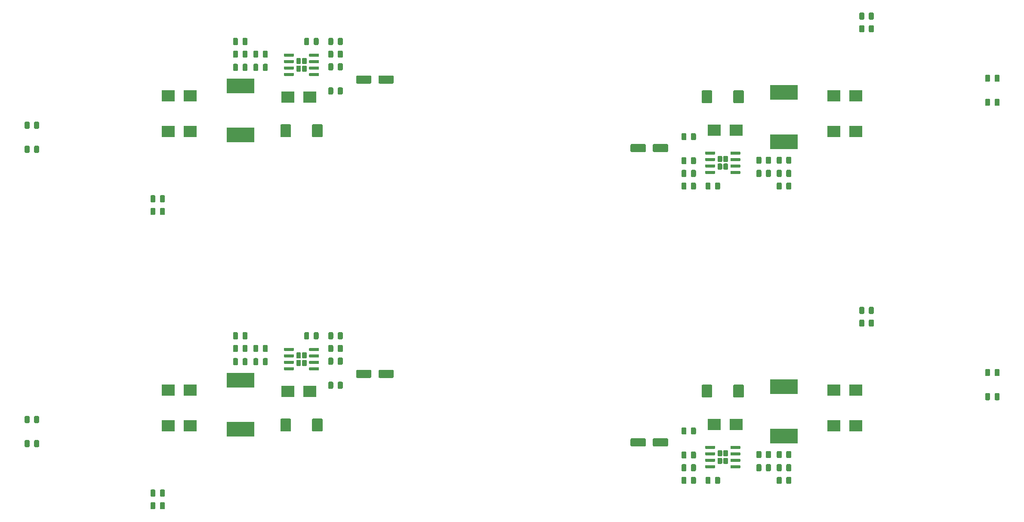
<source format=gbr>
G04 #@! TF.GenerationSoftware,KiCad,Pcbnew,5.1.5-52549c5~86~ubuntu18.04.1*
G04 #@! TF.CreationDate,2020-09-04T15:04:35-03:00*
G04 #@! TF.ProjectId,panel-tp2,70616e65-6c2d-4747-9032-2e6b69636164,v1.0*
G04 #@! TF.SameCoordinates,Original*
G04 #@! TF.FileFunction,Paste,Top*
G04 #@! TF.FilePolarity,Positive*
%FSLAX46Y46*%
G04 Gerber Fmt 4.6, Leading zero omitted, Abs format (unit mm)*
G04 Created by KiCad (PCBNEW 5.1.5-52549c5~86~ubuntu18.04.1) date 2020-09-04 15:04:35*
%MOMM*%
%LPD*%
G04 APERTURE LIST*
%ADD10C,0.100000*%
%ADD11R,2.500000X2.300000*%
%ADD12R,5.400000X2.900000*%
G04 APERTURE END LIST*
D10*
G36*
X167955142Y-120551174D02*
G01*
X167978803Y-120554684D01*
X168002007Y-120560496D01*
X168024529Y-120568554D01*
X168046153Y-120578782D01*
X168066670Y-120591079D01*
X168085883Y-120605329D01*
X168103607Y-120621393D01*
X168119671Y-120639117D01*
X168133921Y-120658330D01*
X168146218Y-120678847D01*
X168156446Y-120700471D01*
X168164504Y-120722993D01*
X168170316Y-120746197D01*
X168173826Y-120769858D01*
X168175000Y-120793750D01*
X168175000Y-121706250D01*
X168173826Y-121730142D01*
X168170316Y-121753803D01*
X168164504Y-121777007D01*
X168156446Y-121799529D01*
X168146218Y-121821153D01*
X168133921Y-121841670D01*
X168119671Y-121860883D01*
X168103607Y-121878607D01*
X168085883Y-121894671D01*
X168066670Y-121908921D01*
X168046153Y-121921218D01*
X168024529Y-121931446D01*
X168002007Y-121939504D01*
X167978803Y-121945316D01*
X167955142Y-121948826D01*
X167931250Y-121950000D01*
X167443750Y-121950000D01*
X167419858Y-121948826D01*
X167396197Y-121945316D01*
X167372993Y-121939504D01*
X167350471Y-121931446D01*
X167328847Y-121921218D01*
X167308330Y-121908921D01*
X167289117Y-121894671D01*
X167271393Y-121878607D01*
X167255329Y-121860883D01*
X167241079Y-121841670D01*
X167228782Y-121821153D01*
X167218554Y-121799529D01*
X167210496Y-121777007D01*
X167204684Y-121753803D01*
X167201174Y-121730142D01*
X167200000Y-121706250D01*
X167200000Y-120793750D01*
X167201174Y-120769858D01*
X167204684Y-120746197D01*
X167210496Y-120722993D01*
X167218554Y-120700471D01*
X167228782Y-120678847D01*
X167241079Y-120658330D01*
X167255329Y-120639117D01*
X167271393Y-120621393D01*
X167289117Y-120605329D01*
X167308330Y-120591079D01*
X167328847Y-120578782D01*
X167350471Y-120568554D01*
X167372993Y-120560496D01*
X167396197Y-120554684D01*
X167419858Y-120551174D01*
X167443750Y-120550000D01*
X167931250Y-120550000D01*
X167955142Y-120551174D01*
G37*
G36*
X166080142Y-120551174D02*
G01*
X166103803Y-120554684D01*
X166127007Y-120560496D01*
X166149529Y-120568554D01*
X166171153Y-120578782D01*
X166191670Y-120591079D01*
X166210883Y-120605329D01*
X166228607Y-120621393D01*
X166244671Y-120639117D01*
X166258921Y-120658330D01*
X166271218Y-120678847D01*
X166281446Y-120700471D01*
X166289504Y-120722993D01*
X166295316Y-120746197D01*
X166298826Y-120769858D01*
X166300000Y-120793750D01*
X166300000Y-121706250D01*
X166298826Y-121730142D01*
X166295316Y-121753803D01*
X166289504Y-121777007D01*
X166281446Y-121799529D01*
X166271218Y-121821153D01*
X166258921Y-121841670D01*
X166244671Y-121860883D01*
X166228607Y-121878607D01*
X166210883Y-121894671D01*
X166191670Y-121908921D01*
X166171153Y-121921218D01*
X166149529Y-121931446D01*
X166127007Y-121939504D01*
X166103803Y-121945316D01*
X166080142Y-121948826D01*
X166056250Y-121950000D01*
X165568750Y-121950000D01*
X165544858Y-121948826D01*
X165521197Y-121945316D01*
X165497993Y-121939504D01*
X165475471Y-121931446D01*
X165453847Y-121921218D01*
X165433330Y-121908921D01*
X165414117Y-121894671D01*
X165396393Y-121878607D01*
X165380329Y-121860883D01*
X165366079Y-121841670D01*
X165353782Y-121821153D01*
X165343554Y-121799529D01*
X165335496Y-121777007D01*
X165329684Y-121753803D01*
X165326174Y-121730142D01*
X165325000Y-121706250D01*
X165325000Y-120793750D01*
X165326174Y-120769858D01*
X165329684Y-120746197D01*
X165335496Y-120722993D01*
X165343554Y-120700471D01*
X165353782Y-120678847D01*
X165366079Y-120658330D01*
X165380329Y-120639117D01*
X165396393Y-120621393D01*
X165414117Y-120605329D01*
X165433330Y-120591079D01*
X165453847Y-120578782D01*
X165475471Y-120568554D01*
X165497993Y-120560496D01*
X165521197Y-120554684D01*
X165544858Y-120551174D01*
X165568750Y-120550000D01*
X166056250Y-120550000D01*
X166080142Y-120551174D01*
G37*
G36*
X227705142Y-109051174D02*
G01*
X227728803Y-109054684D01*
X227752007Y-109060496D01*
X227774529Y-109068554D01*
X227796153Y-109078782D01*
X227816670Y-109091079D01*
X227835883Y-109105329D01*
X227853607Y-109121393D01*
X227869671Y-109139117D01*
X227883921Y-109158330D01*
X227896218Y-109178847D01*
X227906446Y-109200471D01*
X227914504Y-109222993D01*
X227920316Y-109246197D01*
X227923826Y-109269858D01*
X227925000Y-109293750D01*
X227925000Y-110206250D01*
X227923826Y-110230142D01*
X227920316Y-110253803D01*
X227914504Y-110277007D01*
X227906446Y-110299529D01*
X227896218Y-110321153D01*
X227883921Y-110341670D01*
X227869671Y-110360883D01*
X227853607Y-110378607D01*
X227835883Y-110394671D01*
X227816670Y-110408921D01*
X227796153Y-110421218D01*
X227774529Y-110431446D01*
X227752007Y-110439504D01*
X227728803Y-110445316D01*
X227705142Y-110448826D01*
X227681250Y-110450000D01*
X227193750Y-110450000D01*
X227169858Y-110448826D01*
X227146197Y-110445316D01*
X227122993Y-110439504D01*
X227100471Y-110431446D01*
X227078847Y-110421218D01*
X227058330Y-110408921D01*
X227039117Y-110394671D01*
X227021393Y-110378607D01*
X227005329Y-110360883D01*
X226991079Y-110341670D01*
X226978782Y-110321153D01*
X226968554Y-110299529D01*
X226960496Y-110277007D01*
X226954684Y-110253803D01*
X226951174Y-110230142D01*
X226950000Y-110206250D01*
X226950000Y-109293750D01*
X226951174Y-109269858D01*
X226954684Y-109246197D01*
X226960496Y-109222993D01*
X226968554Y-109200471D01*
X226978782Y-109178847D01*
X226991079Y-109158330D01*
X227005329Y-109139117D01*
X227021393Y-109121393D01*
X227039117Y-109105329D01*
X227058330Y-109091079D01*
X227078847Y-109078782D01*
X227100471Y-109068554D01*
X227122993Y-109060496D01*
X227146197Y-109054684D01*
X227169858Y-109051174D01*
X227193750Y-109050000D01*
X227681250Y-109050000D01*
X227705142Y-109051174D01*
G37*
G36*
X225830142Y-109051174D02*
G01*
X225853803Y-109054684D01*
X225877007Y-109060496D01*
X225899529Y-109068554D01*
X225921153Y-109078782D01*
X225941670Y-109091079D01*
X225960883Y-109105329D01*
X225978607Y-109121393D01*
X225994671Y-109139117D01*
X226008921Y-109158330D01*
X226021218Y-109178847D01*
X226031446Y-109200471D01*
X226039504Y-109222993D01*
X226045316Y-109246197D01*
X226048826Y-109269858D01*
X226050000Y-109293750D01*
X226050000Y-110206250D01*
X226048826Y-110230142D01*
X226045316Y-110253803D01*
X226039504Y-110277007D01*
X226031446Y-110299529D01*
X226021218Y-110321153D01*
X226008921Y-110341670D01*
X225994671Y-110360883D01*
X225978607Y-110378607D01*
X225960883Y-110394671D01*
X225941670Y-110408921D01*
X225921153Y-110421218D01*
X225899529Y-110431446D01*
X225877007Y-110439504D01*
X225853803Y-110445316D01*
X225830142Y-110448826D01*
X225806250Y-110450000D01*
X225318750Y-110450000D01*
X225294858Y-110448826D01*
X225271197Y-110445316D01*
X225247993Y-110439504D01*
X225225471Y-110431446D01*
X225203847Y-110421218D01*
X225183330Y-110408921D01*
X225164117Y-110394671D01*
X225146393Y-110378607D01*
X225130329Y-110360883D01*
X225116079Y-110341670D01*
X225103782Y-110321153D01*
X225093554Y-110299529D01*
X225085496Y-110277007D01*
X225079684Y-110253803D01*
X225076174Y-110230142D01*
X225075000Y-110206250D01*
X225075000Y-109293750D01*
X225076174Y-109269858D01*
X225079684Y-109246197D01*
X225085496Y-109222993D01*
X225093554Y-109200471D01*
X225103782Y-109178847D01*
X225116079Y-109158330D01*
X225130329Y-109139117D01*
X225146393Y-109121393D01*
X225164117Y-109105329D01*
X225183330Y-109091079D01*
X225203847Y-109078782D01*
X225225471Y-109068554D01*
X225247993Y-109060496D01*
X225271197Y-109054684D01*
X225294858Y-109051174D01*
X225318750Y-109050000D01*
X225806250Y-109050000D01*
X225830142Y-109051174D01*
G37*
D11*
X195350000Y-115500000D03*
X199650000Y-115500000D03*
D10*
G36*
X170830142Y-125551174D02*
G01*
X170853803Y-125554684D01*
X170877007Y-125560496D01*
X170899529Y-125568554D01*
X170921153Y-125578782D01*
X170941670Y-125591079D01*
X170960883Y-125605329D01*
X170978607Y-125621393D01*
X170994671Y-125639117D01*
X171008921Y-125658330D01*
X171021218Y-125678847D01*
X171031446Y-125700471D01*
X171039504Y-125722993D01*
X171045316Y-125746197D01*
X171048826Y-125769858D01*
X171050000Y-125793750D01*
X171050000Y-126706250D01*
X171048826Y-126730142D01*
X171045316Y-126753803D01*
X171039504Y-126777007D01*
X171031446Y-126799529D01*
X171021218Y-126821153D01*
X171008921Y-126841670D01*
X170994671Y-126860883D01*
X170978607Y-126878607D01*
X170960883Y-126894671D01*
X170941670Y-126908921D01*
X170921153Y-126921218D01*
X170899529Y-126931446D01*
X170877007Y-126939504D01*
X170853803Y-126945316D01*
X170830142Y-126948826D01*
X170806250Y-126950000D01*
X170318750Y-126950000D01*
X170294858Y-126948826D01*
X170271197Y-126945316D01*
X170247993Y-126939504D01*
X170225471Y-126931446D01*
X170203847Y-126921218D01*
X170183330Y-126908921D01*
X170164117Y-126894671D01*
X170146393Y-126878607D01*
X170130329Y-126860883D01*
X170116079Y-126841670D01*
X170103782Y-126821153D01*
X170093554Y-126799529D01*
X170085496Y-126777007D01*
X170079684Y-126753803D01*
X170076174Y-126730142D01*
X170075000Y-126706250D01*
X170075000Y-125793750D01*
X170076174Y-125769858D01*
X170079684Y-125746197D01*
X170085496Y-125722993D01*
X170093554Y-125700471D01*
X170103782Y-125678847D01*
X170116079Y-125658330D01*
X170130329Y-125639117D01*
X170146393Y-125621393D01*
X170164117Y-125605329D01*
X170183330Y-125591079D01*
X170203847Y-125578782D01*
X170225471Y-125568554D01*
X170247993Y-125560496D01*
X170271197Y-125554684D01*
X170294858Y-125551174D01*
X170318750Y-125550000D01*
X170806250Y-125550000D01*
X170830142Y-125551174D01*
G37*
G36*
X172705142Y-125551174D02*
G01*
X172728803Y-125554684D01*
X172752007Y-125560496D01*
X172774529Y-125568554D01*
X172796153Y-125578782D01*
X172816670Y-125591079D01*
X172835883Y-125605329D01*
X172853607Y-125621393D01*
X172869671Y-125639117D01*
X172883921Y-125658330D01*
X172896218Y-125678847D01*
X172906446Y-125700471D01*
X172914504Y-125722993D01*
X172920316Y-125746197D01*
X172923826Y-125769858D01*
X172925000Y-125793750D01*
X172925000Y-126706250D01*
X172923826Y-126730142D01*
X172920316Y-126753803D01*
X172914504Y-126777007D01*
X172906446Y-126799529D01*
X172896218Y-126821153D01*
X172883921Y-126841670D01*
X172869671Y-126860883D01*
X172853607Y-126878607D01*
X172835883Y-126894671D01*
X172816670Y-126908921D01*
X172796153Y-126921218D01*
X172774529Y-126931446D01*
X172752007Y-126939504D01*
X172728803Y-126945316D01*
X172705142Y-126948826D01*
X172681250Y-126950000D01*
X172193750Y-126950000D01*
X172169858Y-126948826D01*
X172146197Y-126945316D01*
X172122993Y-126939504D01*
X172100471Y-126931446D01*
X172078847Y-126921218D01*
X172058330Y-126908921D01*
X172039117Y-126894671D01*
X172021393Y-126878607D01*
X172005329Y-126860883D01*
X171991079Y-126841670D01*
X171978782Y-126821153D01*
X171968554Y-126799529D01*
X171960496Y-126777007D01*
X171954684Y-126753803D01*
X171951174Y-126730142D01*
X171950000Y-126706250D01*
X171950000Y-125793750D01*
X171951174Y-125769858D01*
X171954684Y-125746197D01*
X171960496Y-125722993D01*
X171968554Y-125700471D01*
X171978782Y-125678847D01*
X171991079Y-125658330D01*
X172005329Y-125639117D01*
X172021393Y-125621393D01*
X172039117Y-125605329D01*
X172058330Y-125591079D01*
X172078847Y-125578782D01*
X172100471Y-125568554D01*
X172122993Y-125560496D01*
X172146197Y-125554684D01*
X172169858Y-125551174D01*
X172193750Y-125550000D01*
X172681250Y-125550000D01*
X172705142Y-125551174D01*
G37*
G36*
X180830142Y-120451174D02*
G01*
X180853803Y-120454684D01*
X180877007Y-120460496D01*
X180899529Y-120468554D01*
X180921153Y-120478782D01*
X180941670Y-120491079D01*
X180960883Y-120505329D01*
X180978607Y-120521393D01*
X180994671Y-120539117D01*
X181008921Y-120558330D01*
X181021218Y-120578847D01*
X181031446Y-120600471D01*
X181039504Y-120622993D01*
X181045316Y-120646197D01*
X181048826Y-120669858D01*
X181050000Y-120693750D01*
X181050000Y-121606250D01*
X181048826Y-121630142D01*
X181045316Y-121653803D01*
X181039504Y-121677007D01*
X181031446Y-121699529D01*
X181021218Y-121721153D01*
X181008921Y-121741670D01*
X180994671Y-121760883D01*
X180978607Y-121778607D01*
X180960883Y-121794671D01*
X180941670Y-121808921D01*
X180921153Y-121821218D01*
X180899529Y-121831446D01*
X180877007Y-121839504D01*
X180853803Y-121845316D01*
X180830142Y-121848826D01*
X180806250Y-121850000D01*
X180318750Y-121850000D01*
X180294858Y-121848826D01*
X180271197Y-121845316D01*
X180247993Y-121839504D01*
X180225471Y-121831446D01*
X180203847Y-121821218D01*
X180183330Y-121808921D01*
X180164117Y-121794671D01*
X180146393Y-121778607D01*
X180130329Y-121760883D01*
X180116079Y-121741670D01*
X180103782Y-121721153D01*
X180093554Y-121699529D01*
X180085496Y-121677007D01*
X180079684Y-121653803D01*
X180076174Y-121630142D01*
X180075000Y-121606250D01*
X180075000Y-120693750D01*
X180076174Y-120669858D01*
X180079684Y-120646197D01*
X180085496Y-120622993D01*
X180093554Y-120600471D01*
X180103782Y-120578847D01*
X180116079Y-120558330D01*
X180130329Y-120539117D01*
X180146393Y-120521393D01*
X180164117Y-120505329D01*
X180183330Y-120491079D01*
X180203847Y-120478782D01*
X180225471Y-120468554D01*
X180247993Y-120460496D01*
X180271197Y-120454684D01*
X180294858Y-120451174D01*
X180318750Y-120450000D01*
X180806250Y-120450000D01*
X180830142Y-120451174D01*
G37*
G36*
X182705142Y-120451174D02*
G01*
X182728803Y-120454684D01*
X182752007Y-120460496D01*
X182774529Y-120468554D01*
X182796153Y-120478782D01*
X182816670Y-120491079D01*
X182835883Y-120505329D01*
X182853607Y-120521393D01*
X182869671Y-120539117D01*
X182883921Y-120558330D01*
X182896218Y-120578847D01*
X182906446Y-120600471D01*
X182914504Y-120622993D01*
X182920316Y-120646197D01*
X182923826Y-120669858D01*
X182925000Y-120693750D01*
X182925000Y-121606250D01*
X182923826Y-121630142D01*
X182920316Y-121653803D01*
X182914504Y-121677007D01*
X182906446Y-121699529D01*
X182896218Y-121721153D01*
X182883921Y-121741670D01*
X182869671Y-121760883D01*
X182853607Y-121778607D01*
X182835883Y-121794671D01*
X182816670Y-121808921D01*
X182796153Y-121821218D01*
X182774529Y-121831446D01*
X182752007Y-121839504D01*
X182728803Y-121845316D01*
X182705142Y-121848826D01*
X182681250Y-121850000D01*
X182193750Y-121850000D01*
X182169858Y-121848826D01*
X182146197Y-121845316D01*
X182122993Y-121839504D01*
X182100471Y-121831446D01*
X182078847Y-121821218D01*
X182058330Y-121808921D01*
X182039117Y-121794671D01*
X182021393Y-121778607D01*
X182005329Y-121760883D01*
X181991079Y-121741670D01*
X181978782Y-121721153D01*
X181968554Y-121699529D01*
X181960496Y-121677007D01*
X181954684Y-121653803D01*
X181951174Y-121630142D01*
X181950000Y-121606250D01*
X181950000Y-120693750D01*
X181951174Y-120669858D01*
X181954684Y-120646197D01*
X181960496Y-120622993D01*
X181968554Y-120600471D01*
X181978782Y-120578847D01*
X181991079Y-120558330D01*
X182005329Y-120539117D01*
X182021393Y-120521393D01*
X182039117Y-120505329D01*
X182058330Y-120491079D01*
X182078847Y-120478782D01*
X182100471Y-120468554D01*
X182122993Y-120460496D01*
X182146197Y-120454684D01*
X182169858Y-120451174D01*
X182193750Y-120450000D01*
X182681250Y-120450000D01*
X182705142Y-120451174D01*
G37*
D11*
X195350000Y-108500000D03*
X199650000Y-108500000D03*
D10*
G36*
X177374504Y-107376204D02*
G01*
X177398773Y-107379804D01*
X177422571Y-107385765D01*
X177445671Y-107394030D01*
X177467849Y-107404520D01*
X177488893Y-107417133D01*
X177508598Y-107431747D01*
X177526777Y-107448223D01*
X177543253Y-107466402D01*
X177557867Y-107486107D01*
X177570480Y-107507151D01*
X177580970Y-107529329D01*
X177589235Y-107552429D01*
X177595196Y-107576227D01*
X177598796Y-107600496D01*
X177600000Y-107625000D01*
X177600000Y-109675000D01*
X177598796Y-109699504D01*
X177595196Y-109723773D01*
X177589235Y-109747571D01*
X177580970Y-109770671D01*
X177570480Y-109792849D01*
X177557867Y-109813893D01*
X177543253Y-109833598D01*
X177526777Y-109851777D01*
X177508598Y-109868253D01*
X177488893Y-109882867D01*
X177467849Y-109895480D01*
X177445671Y-109905970D01*
X177422571Y-109914235D01*
X177398773Y-109920196D01*
X177374504Y-109923796D01*
X177350000Y-109925000D01*
X175775000Y-109925000D01*
X175750496Y-109923796D01*
X175726227Y-109920196D01*
X175702429Y-109914235D01*
X175679329Y-109905970D01*
X175657151Y-109895480D01*
X175636107Y-109882867D01*
X175616402Y-109868253D01*
X175598223Y-109851777D01*
X175581747Y-109833598D01*
X175567133Y-109813893D01*
X175554520Y-109792849D01*
X175544030Y-109770671D01*
X175535765Y-109747571D01*
X175529804Y-109723773D01*
X175526204Y-109699504D01*
X175525000Y-109675000D01*
X175525000Y-107625000D01*
X175526204Y-107600496D01*
X175529804Y-107576227D01*
X175535765Y-107552429D01*
X175544030Y-107529329D01*
X175554520Y-107507151D01*
X175567133Y-107486107D01*
X175581747Y-107466402D01*
X175598223Y-107448223D01*
X175616402Y-107431747D01*
X175636107Y-107417133D01*
X175657151Y-107404520D01*
X175679329Y-107394030D01*
X175702429Y-107385765D01*
X175726227Y-107379804D01*
X175750496Y-107376204D01*
X175775000Y-107375000D01*
X177350000Y-107375000D01*
X177374504Y-107376204D01*
G37*
G36*
X171149504Y-107376204D02*
G01*
X171173773Y-107379804D01*
X171197571Y-107385765D01*
X171220671Y-107394030D01*
X171242849Y-107404520D01*
X171263893Y-107417133D01*
X171283598Y-107431747D01*
X171301777Y-107448223D01*
X171318253Y-107466402D01*
X171332867Y-107486107D01*
X171345480Y-107507151D01*
X171355970Y-107529329D01*
X171364235Y-107552429D01*
X171370196Y-107576227D01*
X171373796Y-107600496D01*
X171375000Y-107625000D01*
X171375000Y-109675000D01*
X171373796Y-109699504D01*
X171370196Y-109723773D01*
X171364235Y-109747571D01*
X171355970Y-109770671D01*
X171345480Y-109792849D01*
X171332867Y-109813893D01*
X171318253Y-109833598D01*
X171301777Y-109851777D01*
X171283598Y-109868253D01*
X171263893Y-109882867D01*
X171242849Y-109895480D01*
X171220671Y-109905970D01*
X171197571Y-109914235D01*
X171173773Y-109920196D01*
X171149504Y-109923796D01*
X171125000Y-109925000D01*
X169550000Y-109925000D01*
X169525496Y-109923796D01*
X169501227Y-109920196D01*
X169477429Y-109914235D01*
X169454329Y-109905970D01*
X169432151Y-109895480D01*
X169411107Y-109882867D01*
X169391402Y-109868253D01*
X169373223Y-109851777D01*
X169356747Y-109833598D01*
X169342133Y-109813893D01*
X169329520Y-109792849D01*
X169319030Y-109770671D01*
X169310765Y-109747571D01*
X169304804Y-109723773D01*
X169301204Y-109699504D01*
X169300000Y-109675000D01*
X169300000Y-107625000D01*
X169301204Y-107600496D01*
X169304804Y-107576227D01*
X169310765Y-107552429D01*
X169319030Y-107529329D01*
X169329520Y-107507151D01*
X169342133Y-107486107D01*
X169356747Y-107466402D01*
X169373223Y-107448223D01*
X169391402Y-107431747D01*
X169411107Y-107417133D01*
X169432151Y-107404520D01*
X169454329Y-107394030D01*
X169477429Y-107385765D01*
X169501227Y-107379804D01*
X169525496Y-107376204D01*
X169550000Y-107375000D01*
X171125000Y-107375000D01*
X171149504Y-107376204D01*
G37*
D12*
X185450000Y-117500000D03*
X185450000Y-107800000D03*
D10*
G36*
X166080142Y-115801174D02*
G01*
X166103803Y-115804684D01*
X166127007Y-115810496D01*
X166149529Y-115818554D01*
X166171153Y-115828782D01*
X166191670Y-115841079D01*
X166210883Y-115855329D01*
X166228607Y-115871393D01*
X166244671Y-115889117D01*
X166258921Y-115908330D01*
X166271218Y-115928847D01*
X166281446Y-115950471D01*
X166289504Y-115972993D01*
X166295316Y-115996197D01*
X166298826Y-116019858D01*
X166300000Y-116043750D01*
X166300000Y-116956250D01*
X166298826Y-116980142D01*
X166295316Y-117003803D01*
X166289504Y-117027007D01*
X166281446Y-117049529D01*
X166271218Y-117071153D01*
X166258921Y-117091670D01*
X166244671Y-117110883D01*
X166228607Y-117128607D01*
X166210883Y-117144671D01*
X166191670Y-117158921D01*
X166171153Y-117171218D01*
X166149529Y-117181446D01*
X166127007Y-117189504D01*
X166103803Y-117195316D01*
X166080142Y-117198826D01*
X166056250Y-117200000D01*
X165568750Y-117200000D01*
X165544858Y-117198826D01*
X165521197Y-117195316D01*
X165497993Y-117189504D01*
X165475471Y-117181446D01*
X165453847Y-117171218D01*
X165433330Y-117158921D01*
X165414117Y-117144671D01*
X165396393Y-117128607D01*
X165380329Y-117110883D01*
X165366079Y-117091670D01*
X165353782Y-117071153D01*
X165343554Y-117049529D01*
X165335496Y-117027007D01*
X165329684Y-117003803D01*
X165326174Y-116980142D01*
X165325000Y-116956250D01*
X165325000Y-116043750D01*
X165326174Y-116019858D01*
X165329684Y-115996197D01*
X165335496Y-115972993D01*
X165343554Y-115950471D01*
X165353782Y-115928847D01*
X165366079Y-115908330D01*
X165380329Y-115889117D01*
X165396393Y-115871393D01*
X165414117Y-115855329D01*
X165433330Y-115841079D01*
X165453847Y-115828782D01*
X165475471Y-115818554D01*
X165497993Y-115810496D01*
X165521197Y-115804684D01*
X165544858Y-115801174D01*
X165568750Y-115800000D01*
X166056250Y-115800000D01*
X166080142Y-115801174D01*
G37*
G36*
X167955142Y-115801174D02*
G01*
X167978803Y-115804684D01*
X168002007Y-115810496D01*
X168024529Y-115818554D01*
X168046153Y-115828782D01*
X168066670Y-115841079D01*
X168085883Y-115855329D01*
X168103607Y-115871393D01*
X168119671Y-115889117D01*
X168133921Y-115908330D01*
X168146218Y-115928847D01*
X168156446Y-115950471D01*
X168164504Y-115972993D01*
X168170316Y-115996197D01*
X168173826Y-116019858D01*
X168175000Y-116043750D01*
X168175000Y-116956250D01*
X168173826Y-116980142D01*
X168170316Y-117003803D01*
X168164504Y-117027007D01*
X168156446Y-117049529D01*
X168146218Y-117071153D01*
X168133921Y-117091670D01*
X168119671Y-117110883D01*
X168103607Y-117128607D01*
X168085883Y-117144671D01*
X168066670Y-117158921D01*
X168046153Y-117171218D01*
X168024529Y-117181446D01*
X168002007Y-117189504D01*
X167978803Y-117195316D01*
X167955142Y-117198826D01*
X167931250Y-117200000D01*
X167443750Y-117200000D01*
X167419858Y-117198826D01*
X167396197Y-117195316D01*
X167372993Y-117189504D01*
X167350471Y-117181446D01*
X167328847Y-117171218D01*
X167308330Y-117158921D01*
X167289117Y-117144671D01*
X167271393Y-117128607D01*
X167255329Y-117110883D01*
X167241079Y-117091670D01*
X167228782Y-117071153D01*
X167218554Y-117049529D01*
X167210496Y-117027007D01*
X167204684Y-117003803D01*
X167201174Y-116980142D01*
X167200000Y-116956250D01*
X167200000Y-116043750D01*
X167201174Y-116019858D01*
X167204684Y-115996197D01*
X167210496Y-115972993D01*
X167218554Y-115950471D01*
X167228782Y-115928847D01*
X167241079Y-115908330D01*
X167255329Y-115889117D01*
X167271393Y-115871393D01*
X167289117Y-115855329D01*
X167308330Y-115841079D01*
X167328847Y-115828782D01*
X167350471Y-115818554D01*
X167372993Y-115810496D01*
X167396197Y-115804684D01*
X167419858Y-115801174D01*
X167443750Y-115800000D01*
X167931250Y-115800000D01*
X167955142Y-115801174D01*
G37*
G36*
X166080142Y-123051174D02*
G01*
X166103803Y-123054684D01*
X166127007Y-123060496D01*
X166149529Y-123068554D01*
X166171153Y-123078782D01*
X166191670Y-123091079D01*
X166210883Y-123105329D01*
X166228607Y-123121393D01*
X166244671Y-123139117D01*
X166258921Y-123158330D01*
X166271218Y-123178847D01*
X166281446Y-123200471D01*
X166289504Y-123222993D01*
X166295316Y-123246197D01*
X166298826Y-123269858D01*
X166300000Y-123293750D01*
X166300000Y-124206250D01*
X166298826Y-124230142D01*
X166295316Y-124253803D01*
X166289504Y-124277007D01*
X166281446Y-124299529D01*
X166271218Y-124321153D01*
X166258921Y-124341670D01*
X166244671Y-124360883D01*
X166228607Y-124378607D01*
X166210883Y-124394671D01*
X166191670Y-124408921D01*
X166171153Y-124421218D01*
X166149529Y-124431446D01*
X166127007Y-124439504D01*
X166103803Y-124445316D01*
X166080142Y-124448826D01*
X166056250Y-124450000D01*
X165568750Y-124450000D01*
X165544858Y-124448826D01*
X165521197Y-124445316D01*
X165497993Y-124439504D01*
X165475471Y-124431446D01*
X165453847Y-124421218D01*
X165433330Y-124408921D01*
X165414117Y-124394671D01*
X165396393Y-124378607D01*
X165380329Y-124360883D01*
X165366079Y-124341670D01*
X165353782Y-124321153D01*
X165343554Y-124299529D01*
X165335496Y-124277007D01*
X165329684Y-124253803D01*
X165326174Y-124230142D01*
X165325000Y-124206250D01*
X165325000Y-123293750D01*
X165326174Y-123269858D01*
X165329684Y-123246197D01*
X165335496Y-123222993D01*
X165343554Y-123200471D01*
X165353782Y-123178847D01*
X165366079Y-123158330D01*
X165380329Y-123139117D01*
X165396393Y-123121393D01*
X165414117Y-123105329D01*
X165433330Y-123091079D01*
X165453847Y-123078782D01*
X165475471Y-123068554D01*
X165497993Y-123060496D01*
X165521197Y-123054684D01*
X165544858Y-123051174D01*
X165568750Y-123050000D01*
X166056250Y-123050000D01*
X166080142Y-123051174D01*
G37*
G36*
X167955142Y-123051174D02*
G01*
X167978803Y-123054684D01*
X168002007Y-123060496D01*
X168024529Y-123068554D01*
X168046153Y-123078782D01*
X168066670Y-123091079D01*
X168085883Y-123105329D01*
X168103607Y-123121393D01*
X168119671Y-123139117D01*
X168133921Y-123158330D01*
X168146218Y-123178847D01*
X168156446Y-123200471D01*
X168164504Y-123222993D01*
X168170316Y-123246197D01*
X168173826Y-123269858D01*
X168175000Y-123293750D01*
X168175000Y-124206250D01*
X168173826Y-124230142D01*
X168170316Y-124253803D01*
X168164504Y-124277007D01*
X168156446Y-124299529D01*
X168146218Y-124321153D01*
X168133921Y-124341670D01*
X168119671Y-124360883D01*
X168103607Y-124378607D01*
X168085883Y-124394671D01*
X168066670Y-124408921D01*
X168046153Y-124421218D01*
X168024529Y-124431446D01*
X168002007Y-124439504D01*
X167978803Y-124445316D01*
X167955142Y-124448826D01*
X167931250Y-124450000D01*
X167443750Y-124450000D01*
X167419858Y-124448826D01*
X167396197Y-124445316D01*
X167372993Y-124439504D01*
X167350471Y-124431446D01*
X167328847Y-124421218D01*
X167308330Y-124408921D01*
X167289117Y-124394671D01*
X167271393Y-124378607D01*
X167255329Y-124360883D01*
X167241079Y-124341670D01*
X167228782Y-124321153D01*
X167218554Y-124299529D01*
X167210496Y-124277007D01*
X167204684Y-124253803D01*
X167201174Y-124230142D01*
X167200000Y-124206250D01*
X167200000Y-123293750D01*
X167201174Y-123269858D01*
X167204684Y-123246197D01*
X167210496Y-123222993D01*
X167218554Y-123200471D01*
X167228782Y-123178847D01*
X167241079Y-123158330D01*
X167255329Y-123139117D01*
X167271393Y-123121393D01*
X167289117Y-123105329D01*
X167308330Y-123091079D01*
X167328847Y-123078782D01*
X167350471Y-123068554D01*
X167372993Y-123060496D01*
X167396197Y-123054684D01*
X167419858Y-123051174D01*
X167443750Y-123050000D01*
X167931250Y-123050000D01*
X167955142Y-123051174D01*
G37*
G36*
X167955142Y-125551174D02*
G01*
X167978803Y-125554684D01*
X168002007Y-125560496D01*
X168024529Y-125568554D01*
X168046153Y-125578782D01*
X168066670Y-125591079D01*
X168085883Y-125605329D01*
X168103607Y-125621393D01*
X168119671Y-125639117D01*
X168133921Y-125658330D01*
X168146218Y-125678847D01*
X168156446Y-125700471D01*
X168164504Y-125722993D01*
X168170316Y-125746197D01*
X168173826Y-125769858D01*
X168175000Y-125793750D01*
X168175000Y-126706250D01*
X168173826Y-126730142D01*
X168170316Y-126753803D01*
X168164504Y-126777007D01*
X168156446Y-126799529D01*
X168146218Y-126821153D01*
X168133921Y-126841670D01*
X168119671Y-126860883D01*
X168103607Y-126878607D01*
X168085883Y-126894671D01*
X168066670Y-126908921D01*
X168046153Y-126921218D01*
X168024529Y-126931446D01*
X168002007Y-126939504D01*
X167978803Y-126945316D01*
X167955142Y-126948826D01*
X167931250Y-126950000D01*
X167443750Y-126950000D01*
X167419858Y-126948826D01*
X167396197Y-126945316D01*
X167372993Y-126939504D01*
X167350471Y-126931446D01*
X167328847Y-126921218D01*
X167308330Y-126908921D01*
X167289117Y-126894671D01*
X167271393Y-126878607D01*
X167255329Y-126860883D01*
X167241079Y-126841670D01*
X167228782Y-126821153D01*
X167218554Y-126799529D01*
X167210496Y-126777007D01*
X167204684Y-126753803D01*
X167201174Y-126730142D01*
X167200000Y-126706250D01*
X167200000Y-125793750D01*
X167201174Y-125769858D01*
X167204684Y-125746197D01*
X167210496Y-125722993D01*
X167218554Y-125700471D01*
X167228782Y-125678847D01*
X167241079Y-125658330D01*
X167255329Y-125639117D01*
X167271393Y-125621393D01*
X167289117Y-125605329D01*
X167308330Y-125591079D01*
X167328847Y-125578782D01*
X167350471Y-125568554D01*
X167372993Y-125560496D01*
X167396197Y-125554684D01*
X167419858Y-125551174D01*
X167443750Y-125550000D01*
X167931250Y-125550000D01*
X167955142Y-125551174D01*
G37*
G36*
X166080142Y-125551174D02*
G01*
X166103803Y-125554684D01*
X166127007Y-125560496D01*
X166149529Y-125568554D01*
X166171153Y-125578782D01*
X166191670Y-125591079D01*
X166210883Y-125605329D01*
X166228607Y-125621393D01*
X166244671Y-125639117D01*
X166258921Y-125658330D01*
X166271218Y-125678847D01*
X166281446Y-125700471D01*
X166289504Y-125722993D01*
X166295316Y-125746197D01*
X166298826Y-125769858D01*
X166300000Y-125793750D01*
X166300000Y-126706250D01*
X166298826Y-126730142D01*
X166295316Y-126753803D01*
X166289504Y-126777007D01*
X166281446Y-126799529D01*
X166271218Y-126821153D01*
X166258921Y-126841670D01*
X166244671Y-126860883D01*
X166228607Y-126878607D01*
X166210883Y-126894671D01*
X166191670Y-126908921D01*
X166171153Y-126921218D01*
X166149529Y-126931446D01*
X166127007Y-126939504D01*
X166103803Y-126945316D01*
X166080142Y-126948826D01*
X166056250Y-126950000D01*
X165568750Y-126950000D01*
X165544858Y-126948826D01*
X165521197Y-126945316D01*
X165497993Y-126939504D01*
X165475471Y-126931446D01*
X165453847Y-126921218D01*
X165433330Y-126908921D01*
X165414117Y-126894671D01*
X165396393Y-126878607D01*
X165380329Y-126860883D01*
X165366079Y-126841670D01*
X165353782Y-126821153D01*
X165343554Y-126799529D01*
X165335496Y-126777007D01*
X165329684Y-126753803D01*
X165326174Y-126730142D01*
X165325000Y-126706250D01*
X165325000Y-125793750D01*
X165326174Y-125769858D01*
X165329684Y-125746197D01*
X165335496Y-125722993D01*
X165343554Y-125700471D01*
X165353782Y-125678847D01*
X165366079Y-125658330D01*
X165380329Y-125639117D01*
X165396393Y-125621393D01*
X165414117Y-125605329D01*
X165433330Y-125591079D01*
X165453847Y-125578782D01*
X165475471Y-125568554D01*
X165497993Y-125560496D01*
X165521197Y-125554684D01*
X165544858Y-125551174D01*
X165568750Y-125550000D01*
X166056250Y-125550000D01*
X166080142Y-125551174D01*
G37*
D11*
X176100000Y-115250000D03*
X171800000Y-115250000D03*
D10*
G36*
X184830142Y-123051174D02*
G01*
X184853803Y-123054684D01*
X184877007Y-123060496D01*
X184899529Y-123068554D01*
X184921153Y-123078782D01*
X184941670Y-123091079D01*
X184960883Y-123105329D01*
X184978607Y-123121393D01*
X184994671Y-123139117D01*
X185008921Y-123158330D01*
X185021218Y-123178847D01*
X185031446Y-123200471D01*
X185039504Y-123222993D01*
X185045316Y-123246197D01*
X185048826Y-123269858D01*
X185050000Y-123293750D01*
X185050000Y-124206250D01*
X185048826Y-124230142D01*
X185045316Y-124253803D01*
X185039504Y-124277007D01*
X185031446Y-124299529D01*
X185021218Y-124321153D01*
X185008921Y-124341670D01*
X184994671Y-124360883D01*
X184978607Y-124378607D01*
X184960883Y-124394671D01*
X184941670Y-124408921D01*
X184921153Y-124421218D01*
X184899529Y-124431446D01*
X184877007Y-124439504D01*
X184853803Y-124445316D01*
X184830142Y-124448826D01*
X184806250Y-124450000D01*
X184318750Y-124450000D01*
X184294858Y-124448826D01*
X184271197Y-124445316D01*
X184247993Y-124439504D01*
X184225471Y-124431446D01*
X184203847Y-124421218D01*
X184183330Y-124408921D01*
X184164117Y-124394671D01*
X184146393Y-124378607D01*
X184130329Y-124360883D01*
X184116079Y-124341670D01*
X184103782Y-124321153D01*
X184093554Y-124299529D01*
X184085496Y-124277007D01*
X184079684Y-124253803D01*
X184076174Y-124230142D01*
X184075000Y-124206250D01*
X184075000Y-123293750D01*
X184076174Y-123269858D01*
X184079684Y-123246197D01*
X184085496Y-123222993D01*
X184093554Y-123200471D01*
X184103782Y-123178847D01*
X184116079Y-123158330D01*
X184130329Y-123139117D01*
X184146393Y-123121393D01*
X184164117Y-123105329D01*
X184183330Y-123091079D01*
X184203847Y-123078782D01*
X184225471Y-123068554D01*
X184247993Y-123060496D01*
X184271197Y-123054684D01*
X184294858Y-123051174D01*
X184318750Y-123050000D01*
X184806250Y-123050000D01*
X184830142Y-123051174D01*
G37*
G36*
X186705142Y-123051174D02*
G01*
X186728803Y-123054684D01*
X186752007Y-123060496D01*
X186774529Y-123068554D01*
X186796153Y-123078782D01*
X186816670Y-123091079D01*
X186835883Y-123105329D01*
X186853607Y-123121393D01*
X186869671Y-123139117D01*
X186883921Y-123158330D01*
X186896218Y-123178847D01*
X186906446Y-123200471D01*
X186914504Y-123222993D01*
X186920316Y-123246197D01*
X186923826Y-123269858D01*
X186925000Y-123293750D01*
X186925000Y-124206250D01*
X186923826Y-124230142D01*
X186920316Y-124253803D01*
X186914504Y-124277007D01*
X186906446Y-124299529D01*
X186896218Y-124321153D01*
X186883921Y-124341670D01*
X186869671Y-124360883D01*
X186853607Y-124378607D01*
X186835883Y-124394671D01*
X186816670Y-124408921D01*
X186796153Y-124421218D01*
X186774529Y-124431446D01*
X186752007Y-124439504D01*
X186728803Y-124445316D01*
X186705142Y-124448826D01*
X186681250Y-124450000D01*
X186193750Y-124450000D01*
X186169858Y-124448826D01*
X186146197Y-124445316D01*
X186122993Y-124439504D01*
X186100471Y-124431446D01*
X186078847Y-124421218D01*
X186058330Y-124408921D01*
X186039117Y-124394671D01*
X186021393Y-124378607D01*
X186005329Y-124360883D01*
X185991079Y-124341670D01*
X185978782Y-124321153D01*
X185968554Y-124299529D01*
X185960496Y-124277007D01*
X185954684Y-124253803D01*
X185951174Y-124230142D01*
X185950000Y-124206250D01*
X185950000Y-123293750D01*
X185951174Y-123269858D01*
X185954684Y-123246197D01*
X185960496Y-123222993D01*
X185968554Y-123200471D01*
X185978782Y-123178847D01*
X185991079Y-123158330D01*
X186005329Y-123139117D01*
X186021393Y-123121393D01*
X186039117Y-123105329D01*
X186058330Y-123091079D01*
X186078847Y-123078782D01*
X186100471Y-123068554D01*
X186122993Y-123060496D01*
X186146197Y-123054684D01*
X186169858Y-123051174D01*
X186193750Y-123050000D01*
X186681250Y-123050000D01*
X186705142Y-123051174D01*
G37*
G36*
X162474504Y-117951204D02*
G01*
X162498773Y-117954804D01*
X162522571Y-117960765D01*
X162545671Y-117969030D01*
X162567849Y-117979520D01*
X162588893Y-117992133D01*
X162608598Y-118006747D01*
X162626777Y-118023223D01*
X162643253Y-118041402D01*
X162657867Y-118061107D01*
X162670480Y-118082151D01*
X162680970Y-118104329D01*
X162689235Y-118127429D01*
X162695196Y-118151227D01*
X162698796Y-118175496D01*
X162700000Y-118200000D01*
X162700000Y-119300000D01*
X162698796Y-119324504D01*
X162695196Y-119348773D01*
X162689235Y-119372571D01*
X162680970Y-119395671D01*
X162670480Y-119417849D01*
X162657867Y-119438893D01*
X162643253Y-119458598D01*
X162626777Y-119476777D01*
X162608598Y-119493253D01*
X162588893Y-119507867D01*
X162567849Y-119520480D01*
X162545671Y-119530970D01*
X162522571Y-119539235D01*
X162498773Y-119545196D01*
X162474504Y-119548796D01*
X162450000Y-119550000D01*
X159950000Y-119550000D01*
X159925496Y-119548796D01*
X159901227Y-119545196D01*
X159877429Y-119539235D01*
X159854329Y-119530970D01*
X159832151Y-119520480D01*
X159811107Y-119507867D01*
X159791402Y-119493253D01*
X159773223Y-119476777D01*
X159756747Y-119458598D01*
X159742133Y-119438893D01*
X159729520Y-119417849D01*
X159719030Y-119395671D01*
X159710765Y-119372571D01*
X159704804Y-119348773D01*
X159701204Y-119324504D01*
X159700000Y-119300000D01*
X159700000Y-118200000D01*
X159701204Y-118175496D01*
X159704804Y-118151227D01*
X159710765Y-118127429D01*
X159719030Y-118104329D01*
X159729520Y-118082151D01*
X159742133Y-118061107D01*
X159756747Y-118041402D01*
X159773223Y-118023223D01*
X159791402Y-118006747D01*
X159811107Y-117992133D01*
X159832151Y-117979520D01*
X159854329Y-117969030D01*
X159877429Y-117960765D01*
X159901227Y-117954804D01*
X159925496Y-117951204D01*
X159950000Y-117950000D01*
X162450000Y-117950000D01*
X162474504Y-117951204D01*
G37*
G36*
X158074504Y-117951204D02*
G01*
X158098773Y-117954804D01*
X158122571Y-117960765D01*
X158145671Y-117969030D01*
X158167849Y-117979520D01*
X158188893Y-117992133D01*
X158208598Y-118006747D01*
X158226777Y-118023223D01*
X158243253Y-118041402D01*
X158257867Y-118061107D01*
X158270480Y-118082151D01*
X158280970Y-118104329D01*
X158289235Y-118127429D01*
X158295196Y-118151227D01*
X158298796Y-118175496D01*
X158300000Y-118200000D01*
X158300000Y-119300000D01*
X158298796Y-119324504D01*
X158295196Y-119348773D01*
X158289235Y-119372571D01*
X158280970Y-119395671D01*
X158270480Y-119417849D01*
X158257867Y-119438893D01*
X158243253Y-119458598D01*
X158226777Y-119476777D01*
X158208598Y-119493253D01*
X158188893Y-119507867D01*
X158167849Y-119520480D01*
X158145671Y-119530970D01*
X158122571Y-119539235D01*
X158098773Y-119545196D01*
X158074504Y-119548796D01*
X158050000Y-119550000D01*
X155550000Y-119550000D01*
X155525496Y-119548796D01*
X155501227Y-119545196D01*
X155477429Y-119539235D01*
X155454329Y-119530970D01*
X155432151Y-119520480D01*
X155411107Y-119507867D01*
X155391402Y-119493253D01*
X155373223Y-119476777D01*
X155356747Y-119458598D01*
X155342133Y-119438893D01*
X155329520Y-119417849D01*
X155319030Y-119395671D01*
X155310765Y-119372571D01*
X155304804Y-119348773D01*
X155301204Y-119324504D01*
X155300000Y-119300000D01*
X155300000Y-118200000D01*
X155301204Y-118175496D01*
X155304804Y-118151227D01*
X155310765Y-118127429D01*
X155319030Y-118104329D01*
X155329520Y-118082151D01*
X155342133Y-118061107D01*
X155356747Y-118041402D01*
X155373223Y-118023223D01*
X155391402Y-118006747D01*
X155411107Y-117992133D01*
X155432151Y-117979520D01*
X155454329Y-117969030D01*
X155477429Y-117960765D01*
X155501227Y-117954804D01*
X155525496Y-117951204D01*
X155550000Y-117950000D01*
X158050000Y-117950000D01*
X158074504Y-117951204D01*
G37*
G36*
X180830142Y-123051174D02*
G01*
X180853803Y-123054684D01*
X180877007Y-123060496D01*
X180899529Y-123068554D01*
X180921153Y-123078782D01*
X180941670Y-123091079D01*
X180960883Y-123105329D01*
X180978607Y-123121393D01*
X180994671Y-123139117D01*
X181008921Y-123158330D01*
X181021218Y-123178847D01*
X181031446Y-123200471D01*
X181039504Y-123222993D01*
X181045316Y-123246197D01*
X181048826Y-123269858D01*
X181050000Y-123293750D01*
X181050000Y-124206250D01*
X181048826Y-124230142D01*
X181045316Y-124253803D01*
X181039504Y-124277007D01*
X181031446Y-124299529D01*
X181021218Y-124321153D01*
X181008921Y-124341670D01*
X180994671Y-124360883D01*
X180978607Y-124378607D01*
X180960883Y-124394671D01*
X180941670Y-124408921D01*
X180921153Y-124421218D01*
X180899529Y-124431446D01*
X180877007Y-124439504D01*
X180853803Y-124445316D01*
X180830142Y-124448826D01*
X180806250Y-124450000D01*
X180318750Y-124450000D01*
X180294858Y-124448826D01*
X180271197Y-124445316D01*
X180247993Y-124439504D01*
X180225471Y-124431446D01*
X180203847Y-124421218D01*
X180183330Y-124408921D01*
X180164117Y-124394671D01*
X180146393Y-124378607D01*
X180130329Y-124360883D01*
X180116079Y-124341670D01*
X180103782Y-124321153D01*
X180093554Y-124299529D01*
X180085496Y-124277007D01*
X180079684Y-124253803D01*
X180076174Y-124230142D01*
X180075000Y-124206250D01*
X180075000Y-123293750D01*
X180076174Y-123269858D01*
X180079684Y-123246197D01*
X180085496Y-123222993D01*
X180093554Y-123200471D01*
X180103782Y-123178847D01*
X180116079Y-123158330D01*
X180130329Y-123139117D01*
X180146393Y-123121393D01*
X180164117Y-123105329D01*
X180183330Y-123091079D01*
X180203847Y-123078782D01*
X180225471Y-123068554D01*
X180247993Y-123060496D01*
X180271197Y-123054684D01*
X180294858Y-123051174D01*
X180318750Y-123050000D01*
X180806250Y-123050000D01*
X180830142Y-123051174D01*
G37*
G36*
X182705142Y-123051174D02*
G01*
X182728803Y-123054684D01*
X182752007Y-123060496D01*
X182774529Y-123068554D01*
X182796153Y-123078782D01*
X182816670Y-123091079D01*
X182835883Y-123105329D01*
X182853607Y-123121393D01*
X182869671Y-123139117D01*
X182883921Y-123158330D01*
X182896218Y-123178847D01*
X182906446Y-123200471D01*
X182914504Y-123222993D01*
X182920316Y-123246197D01*
X182923826Y-123269858D01*
X182925000Y-123293750D01*
X182925000Y-124206250D01*
X182923826Y-124230142D01*
X182920316Y-124253803D01*
X182914504Y-124277007D01*
X182906446Y-124299529D01*
X182896218Y-124321153D01*
X182883921Y-124341670D01*
X182869671Y-124360883D01*
X182853607Y-124378607D01*
X182835883Y-124394671D01*
X182816670Y-124408921D01*
X182796153Y-124421218D01*
X182774529Y-124431446D01*
X182752007Y-124439504D01*
X182728803Y-124445316D01*
X182705142Y-124448826D01*
X182681250Y-124450000D01*
X182193750Y-124450000D01*
X182169858Y-124448826D01*
X182146197Y-124445316D01*
X182122993Y-124439504D01*
X182100471Y-124431446D01*
X182078847Y-124421218D01*
X182058330Y-124408921D01*
X182039117Y-124394671D01*
X182021393Y-124378607D01*
X182005329Y-124360883D01*
X181991079Y-124341670D01*
X181978782Y-124321153D01*
X181968554Y-124299529D01*
X181960496Y-124277007D01*
X181954684Y-124253803D01*
X181951174Y-124230142D01*
X181950000Y-124206250D01*
X181950000Y-123293750D01*
X181951174Y-123269858D01*
X181954684Y-123246197D01*
X181960496Y-123222993D01*
X181968554Y-123200471D01*
X181978782Y-123178847D01*
X181991079Y-123158330D01*
X182005329Y-123139117D01*
X182021393Y-123121393D01*
X182039117Y-123105329D01*
X182058330Y-123091079D01*
X182078847Y-123078782D01*
X182100471Y-123068554D01*
X182122993Y-123060496D01*
X182146197Y-123054684D01*
X182169858Y-123051174D01*
X182193750Y-123050000D01*
X182681250Y-123050000D01*
X182705142Y-123051174D01*
G37*
G36*
X186705142Y-125551174D02*
G01*
X186728803Y-125554684D01*
X186752007Y-125560496D01*
X186774529Y-125568554D01*
X186796153Y-125578782D01*
X186816670Y-125591079D01*
X186835883Y-125605329D01*
X186853607Y-125621393D01*
X186869671Y-125639117D01*
X186883921Y-125658330D01*
X186896218Y-125678847D01*
X186906446Y-125700471D01*
X186914504Y-125722993D01*
X186920316Y-125746197D01*
X186923826Y-125769858D01*
X186925000Y-125793750D01*
X186925000Y-126706250D01*
X186923826Y-126730142D01*
X186920316Y-126753803D01*
X186914504Y-126777007D01*
X186906446Y-126799529D01*
X186896218Y-126821153D01*
X186883921Y-126841670D01*
X186869671Y-126860883D01*
X186853607Y-126878607D01*
X186835883Y-126894671D01*
X186816670Y-126908921D01*
X186796153Y-126921218D01*
X186774529Y-126931446D01*
X186752007Y-126939504D01*
X186728803Y-126945316D01*
X186705142Y-126948826D01*
X186681250Y-126950000D01*
X186193750Y-126950000D01*
X186169858Y-126948826D01*
X186146197Y-126945316D01*
X186122993Y-126939504D01*
X186100471Y-126931446D01*
X186078847Y-126921218D01*
X186058330Y-126908921D01*
X186039117Y-126894671D01*
X186021393Y-126878607D01*
X186005329Y-126860883D01*
X185991079Y-126841670D01*
X185978782Y-126821153D01*
X185968554Y-126799529D01*
X185960496Y-126777007D01*
X185954684Y-126753803D01*
X185951174Y-126730142D01*
X185950000Y-126706250D01*
X185950000Y-125793750D01*
X185951174Y-125769858D01*
X185954684Y-125746197D01*
X185960496Y-125722993D01*
X185968554Y-125700471D01*
X185978782Y-125678847D01*
X185991079Y-125658330D01*
X186005329Y-125639117D01*
X186021393Y-125621393D01*
X186039117Y-125605329D01*
X186058330Y-125591079D01*
X186078847Y-125578782D01*
X186100471Y-125568554D01*
X186122993Y-125560496D01*
X186146197Y-125554684D01*
X186169858Y-125551174D01*
X186193750Y-125550000D01*
X186681250Y-125550000D01*
X186705142Y-125551174D01*
G37*
G36*
X184830142Y-125551174D02*
G01*
X184853803Y-125554684D01*
X184877007Y-125560496D01*
X184899529Y-125568554D01*
X184921153Y-125578782D01*
X184941670Y-125591079D01*
X184960883Y-125605329D01*
X184978607Y-125621393D01*
X184994671Y-125639117D01*
X185008921Y-125658330D01*
X185021218Y-125678847D01*
X185031446Y-125700471D01*
X185039504Y-125722993D01*
X185045316Y-125746197D01*
X185048826Y-125769858D01*
X185050000Y-125793750D01*
X185050000Y-126706250D01*
X185048826Y-126730142D01*
X185045316Y-126753803D01*
X185039504Y-126777007D01*
X185031446Y-126799529D01*
X185021218Y-126821153D01*
X185008921Y-126841670D01*
X184994671Y-126860883D01*
X184978607Y-126878607D01*
X184960883Y-126894671D01*
X184941670Y-126908921D01*
X184921153Y-126921218D01*
X184899529Y-126931446D01*
X184877007Y-126939504D01*
X184853803Y-126945316D01*
X184830142Y-126948826D01*
X184806250Y-126950000D01*
X184318750Y-126950000D01*
X184294858Y-126948826D01*
X184271197Y-126945316D01*
X184247993Y-126939504D01*
X184225471Y-126931446D01*
X184203847Y-126921218D01*
X184183330Y-126908921D01*
X184164117Y-126894671D01*
X184146393Y-126878607D01*
X184130329Y-126860883D01*
X184116079Y-126841670D01*
X184103782Y-126821153D01*
X184093554Y-126799529D01*
X184085496Y-126777007D01*
X184079684Y-126753803D01*
X184076174Y-126730142D01*
X184075000Y-126706250D01*
X184075000Y-125793750D01*
X184076174Y-125769858D01*
X184079684Y-125746197D01*
X184085496Y-125722993D01*
X184093554Y-125700471D01*
X184103782Y-125678847D01*
X184116079Y-125658330D01*
X184130329Y-125639117D01*
X184146393Y-125621393D01*
X184164117Y-125605329D01*
X184183330Y-125591079D01*
X184203847Y-125578782D01*
X184225471Y-125568554D01*
X184247993Y-125560496D01*
X184271197Y-125554684D01*
X184294858Y-125551174D01*
X184318750Y-125550000D01*
X184806250Y-125550000D01*
X184830142Y-125551174D01*
G37*
G36*
X173132544Y-120296108D02*
G01*
X173154871Y-120299419D01*
X173176765Y-120304904D01*
X173198017Y-120312508D01*
X173218421Y-120322158D01*
X173237781Y-120333762D01*
X173255910Y-120347208D01*
X173272635Y-120362365D01*
X173287792Y-120379090D01*
X173301238Y-120397219D01*
X173312842Y-120416579D01*
X173322492Y-120436983D01*
X173330096Y-120458235D01*
X173335581Y-120480129D01*
X173338892Y-120502456D01*
X173340000Y-120525000D01*
X173340000Y-121275000D01*
X173338892Y-121297544D01*
X173335581Y-121319871D01*
X173330096Y-121341765D01*
X173322492Y-121363017D01*
X173312842Y-121383421D01*
X173301238Y-121402781D01*
X173287792Y-121420910D01*
X173272635Y-121437635D01*
X173255910Y-121452792D01*
X173237781Y-121466238D01*
X173218421Y-121477842D01*
X173198017Y-121487492D01*
X173176765Y-121495096D01*
X173154871Y-121500581D01*
X173132544Y-121503892D01*
X173110000Y-121505000D01*
X172650000Y-121505000D01*
X172627456Y-121503892D01*
X172605129Y-121500581D01*
X172583235Y-121495096D01*
X172561983Y-121487492D01*
X172541579Y-121477842D01*
X172522219Y-121466238D01*
X172504090Y-121452792D01*
X172487365Y-121437635D01*
X172472208Y-121420910D01*
X172458762Y-121402781D01*
X172447158Y-121383421D01*
X172437508Y-121363017D01*
X172429904Y-121341765D01*
X172424419Y-121319871D01*
X172421108Y-121297544D01*
X172420000Y-121275000D01*
X172420000Y-120525000D01*
X172421108Y-120502456D01*
X172424419Y-120480129D01*
X172429904Y-120458235D01*
X172437508Y-120436983D01*
X172447158Y-120416579D01*
X172458762Y-120397219D01*
X172472208Y-120379090D01*
X172487365Y-120362365D01*
X172504090Y-120347208D01*
X172522219Y-120333762D01*
X172541579Y-120322158D01*
X172561983Y-120312508D01*
X172583235Y-120304904D01*
X172605129Y-120299419D01*
X172627456Y-120296108D01*
X172650000Y-120295000D01*
X173110000Y-120295000D01*
X173132544Y-120296108D01*
G37*
G36*
X173132544Y-121796108D02*
G01*
X173154871Y-121799419D01*
X173176765Y-121804904D01*
X173198017Y-121812508D01*
X173218421Y-121822158D01*
X173237781Y-121833762D01*
X173255910Y-121847208D01*
X173272635Y-121862365D01*
X173287792Y-121879090D01*
X173301238Y-121897219D01*
X173312842Y-121916579D01*
X173322492Y-121936983D01*
X173330096Y-121958235D01*
X173335581Y-121980129D01*
X173338892Y-122002456D01*
X173340000Y-122025000D01*
X173340000Y-122775000D01*
X173338892Y-122797544D01*
X173335581Y-122819871D01*
X173330096Y-122841765D01*
X173322492Y-122863017D01*
X173312842Y-122883421D01*
X173301238Y-122902781D01*
X173287792Y-122920910D01*
X173272635Y-122937635D01*
X173255910Y-122952792D01*
X173237781Y-122966238D01*
X173218421Y-122977842D01*
X173198017Y-122987492D01*
X173176765Y-122995096D01*
X173154871Y-123000581D01*
X173132544Y-123003892D01*
X173110000Y-123005000D01*
X172650000Y-123005000D01*
X172627456Y-123003892D01*
X172605129Y-123000581D01*
X172583235Y-122995096D01*
X172561983Y-122987492D01*
X172541579Y-122977842D01*
X172522219Y-122966238D01*
X172504090Y-122952792D01*
X172487365Y-122937635D01*
X172472208Y-122920910D01*
X172458762Y-122902781D01*
X172447158Y-122883421D01*
X172437508Y-122863017D01*
X172429904Y-122841765D01*
X172424419Y-122819871D01*
X172421108Y-122797544D01*
X172420000Y-122775000D01*
X172420000Y-122025000D01*
X172421108Y-122002456D01*
X172424419Y-121980129D01*
X172429904Y-121958235D01*
X172437508Y-121936983D01*
X172447158Y-121916579D01*
X172458762Y-121897219D01*
X172472208Y-121879090D01*
X172487365Y-121862365D01*
X172504090Y-121847208D01*
X172522219Y-121833762D01*
X172541579Y-121822158D01*
X172561983Y-121812508D01*
X172583235Y-121804904D01*
X172605129Y-121799419D01*
X172627456Y-121796108D01*
X172650000Y-121795000D01*
X173110000Y-121795000D01*
X173132544Y-121796108D01*
G37*
G36*
X174272544Y-120296108D02*
G01*
X174294871Y-120299419D01*
X174316765Y-120304904D01*
X174338017Y-120312508D01*
X174358421Y-120322158D01*
X174377781Y-120333762D01*
X174395910Y-120347208D01*
X174412635Y-120362365D01*
X174427792Y-120379090D01*
X174441238Y-120397219D01*
X174452842Y-120416579D01*
X174462492Y-120436983D01*
X174470096Y-120458235D01*
X174475581Y-120480129D01*
X174478892Y-120502456D01*
X174480000Y-120525000D01*
X174480000Y-121275000D01*
X174478892Y-121297544D01*
X174475581Y-121319871D01*
X174470096Y-121341765D01*
X174462492Y-121363017D01*
X174452842Y-121383421D01*
X174441238Y-121402781D01*
X174427792Y-121420910D01*
X174412635Y-121437635D01*
X174395910Y-121452792D01*
X174377781Y-121466238D01*
X174358421Y-121477842D01*
X174338017Y-121487492D01*
X174316765Y-121495096D01*
X174294871Y-121500581D01*
X174272544Y-121503892D01*
X174250000Y-121505000D01*
X173790000Y-121505000D01*
X173767456Y-121503892D01*
X173745129Y-121500581D01*
X173723235Y-121495096D01*
X173701983Y-121487492D01*
X173681579Y-121477842D01*
X173662219Y-121466238D01*
X173644090Y-121452792D01*
X173627365Y-121437635D01*
X173612208Y-121420910D01*
X173598762Y-121402781D01*
X173587158Y-121383421D01*
X173577508Y-121363017D01*
X173569904Y-121341765D01*
X173564419Y-121319871D01*
X173561108Y-121297544D01*
X173560000Y-121275000D01*
X173560000Y-120525000D01*
X173561108Y-120502456D01*
X173564419Y-120480129D01*
X173569904Y-120458235D01*
X173577508Y-120436983D01*
X173587158Y-120416579D01*
X173598762Y-120397219D01*
X173612208Y-120379090D01*
X173627365Y-120362365D01*
X173644090Y-120347208D01*
X173662219Y-120333762D01*
X173681579Y-120322158D01*
X173701983Y-120312508D01*
X173723235Y-120304904D01*
X173745129Y-120299419D01*
X173767456Y-120296108D01*
X173790000Y-120295000D01*
X174250000Y-120295000D01*
X174272544Y-120296108D01*
G37*
G36*
X174272544Y-121796108D02*
G01*
X174294871Y-121799419D01*
X174316765Y-121804904D01*
X174338017Y-121812508D01*
X174358421Y-121822158D01*
X174377781Y-121833762D01*
X174395910Y-121847208D01*
X174412635Y-121862365D01*
X174427792Y-121879090D01*
X174441238Y-121897219D01*
X174452842Y-121916579D01*
X174462492Y-121936983D01*
X174470096Y-121958235D01*
X174475581Y-121980129D01*
X174478892Y-122002456D01*
X174480000Y-122025000D01*
X174480000Y-122775000D01*
X174478892Y-122797544D01*
X174475581Y-122819871D01*
X174470096Y-122841765D01*
X174462492Y-122863017D01*
X174452842Y-122883421D01*
X174441238Y-122902781D01*
X174427792Y-122920910D01*
X174412635Y-122937635D01*
X174395910Y-122952792D01*
X174377781Y-122966238D01*
X174358421Y-122977842D01*
X174338017Y-122987492D01*
X174316765Y-122995096D01*
X174294871Y-123000581D01*
X174272544Y-123003892D01*
X174250000Y-123005000D01*
X173790000Y-123005000D01*
X173767456Y-123003892D01*
X173745129Y-123000581D01*
X173723235Y-122995096D01*
X173701983Y-122987492D01*
X173681579Y-122977842D01*
X173662219Y-122966238D01*
X173644090Y-122952792D01*
X173627365Y-122937635D01*
X173612208Y-122920910D01*
X173598762Y-122902781D01*
X173587158Y-122883421D01*
X173577508Y-122863017D01*
X173569904Y-122841765D01*
X173564419Y-122819871D01*
X173561108Y-122797544D01*
X173560000Y-122775000D01*
X173560000Y-122025000D01*
X173561108Y-122002456D01*
X173564419Y-121980129D01*
X173569904Y-121958235D01*
X173577508Y-121936983D01*
X173587158Y-121916579D01*
X173598762Y-121897219D01*
X173612208Y-121879090D01*
X173627365Y-121862365D01*
X173644090Y-121847208D01*
X173662219Y-121833762D01*
X173681579Y-121822158D01*
X173701983Y-121812508D01*
X173723235Y-121804904D01*
X173745129Y-121799419D01*
X173767456Y-121796108D01*
X173790000Y-121795000D01*
X174250000Y-121795000D01*
X174272544Y-121796108D01*
G37*
G36*
X171814703Y-119445722D02*
G01*
X171829264Y-119447882D01*
X171843543Y-119451459D01*
X171857403Y-119456418D01*
X171870710Y-119462712D01*
X171883336Y-119470280D01*
X171895159Y-119479048D01*
X171906066Y-119488934D01*
X171915952Y-119499841D01*
X171924720Y-119511664D01*
X171932288Y-119524290D01*
X171938582Y-119537597D01*
X171943541Y-119551457D01*
X171947118Y-119565736D01*
X171949278Y-119580297D01*
X171950000Y-119595000D01*
X171950000Y-119895000D01*
X171949278Y-119909703D01*
X171947118Y-119924264D01*
X171943541Y-119938543D01*
X171938582Y-119952403D01*
X171932288Y-119965710D01*
X171924720Y-119978336D01*
X171915952Y-119990159D01*
X171906066Y-120001066D01*
X171895159Y-120010952D01*
X171883336Y-120019720D01*
X171870710Y-120027288D01*
X171857403Y-120033582D01*
X171843543Y-120038541D01*
X171829264Y-120042118D01*
X171814703Y-120044278D01*
X171800000Y-120045000D01*
X170150000Y-120045000D01*
X170135297Y-120044278D01*
X170120736Y-120042118D01*
X170106457Y-120038541D01*
X170092597Y-120033582D01*
X170079290Y-120027288D01*
X170066664Y-120019720D01*
X170054841Y-120010952D01*
X170043934Y-120001066D01*
X170034048Y-119990159D01*
X170025280Y-119978336D01*
X170017712Y-119965710D01*
X170011418Y-119952403D01*
X170006459Y-119938543D01*
X170002882Y-119924264D01*
X170000722Y-119909703D01*
X170000000Y-119895000D01*
X170000000Y-119595000D01*
X170000722Y-119580297D01*
X170002882Y-119565736D01*
X170006459Y-119551457D01*
X170011418Y-119537597D01*
X170017712Y-119524290D01*
X170025280Y-119511664D01*
X170034048Y-119499841D01*
X170043934Y-119488934D01*
X170054841Y-119479048D01*
X170066664Y-119470280D01*
X170079290Y-119462712D01*
X170092597Y-119456418D01*
X170106457Y-119451459D01*
X170120736Y-119447882D01*
X170135297Y-119445722D01*
X170150000Y-119445000D01*
X171800000Y-119445000D01*
X171814703Y-119445722D01*
G37*
G36*
X171814703Y-120715722D02*
G01*
X171829264Y-120717882D01*
X171843543Y-120721459D01*
X171857403Y-120726418D01*
X171870710Y-120732712D01*
X171883336Y-120740280D01*
X171895159Y-120749048D01*
X171906066Y-120758934D01*
X171915952Y-120769841D01*
X171924720Y-120781664D01*
X171932288Y-120794290D01*
X171938582Y-120807597D01*
X171943541Y-120821457D01*
X171947118Y-120835736D01*
X171949278Y-120850297D01*
X171950000Y-120865000D01*
X171950000Y-121165000D01*
X171949278Y-121179703D01*
X171947118Y-121194264D01*
X171943541Y-121208543D01*
X171938582Y-121222403D01*
X171932288Y-121235710D01*
X171924720Y-121248336D01*
X171915952Y-121260159D01*
X171906066Y-121271066D01*
X171895159Y-121280952D01*
X171883336Y-121289720D01*
X171870710Y-121297288D01*
X171857403Y-121303582D01*
X171843543Y-121308541D01*
X171829264Y-121312118D01*
X171814703Y-121314278D01*
X171800000Y-121315000D01*
X170150000Y-121315000D01*
X170135297Y-121314278D01*
X170120736Y-121312118D01*
X170106457Y-121308541D01*
X170092597Y-121303582D01*
X170079290Y-121297288D01*
X170066664Y-121289720D01*
X170054841Y-121280952D01*
X170043934Y-121271066D01*
X170034048Y-121260159D01*
X170025280Y-121248336D01*
X170017712Y-121235710D01*
X170011418Y-121222403D01*
X170006459Y-121208543D01*
X170002882Y-121194264D01*
X170000722Y-121179703D01*
X170000000Y-121165000D01*
X170000000Y-120865000D01*
X170000722Y-120850297D01*
X170002882Y-120835736D01*
X170006459Y-120821457D01*
X170011418Y-120807597D01*
X170017712Y-120794290D01*
X170025280Y-120781664D01*
X170034048Y-120769841D01*
X170043934Y-120758934D01*
X170054841Y-120749048D01*
X170066664Y-120740280D01*
X170079290Y-120732712D01*
X170092597Y-120726418D01*
X170106457Y-120721459D01*
X170120736Y-120717882D01*
X170135297Y-120715722D01*
X170150000Y-120715000D01*
X171800000Y-120715000D01*
X171814703Y-120715722D01*
G37*
G36*
X171814703Y-121985722D02*
G01*
X171829264Y-121987882D01*
X171843543Y-121991459D01*
X171857403Y-121996418D01*
X171870710Y-122002712D01*
X171883336Y-122010280D01*
X171895159Y-122019048D01*
X171906066Y-122028934D01*
X171915952Y-122039841D01*
X171924720Y-122051664D01*
X171932288Y-122064290D01*
X171938582Y-122077597D01*
X171943541Y-122091457D01*
X171947118Y-122105736D01*
X171949278Y-122120297D01*
X171950000Y-122135000D01*
X171950000Y-122435000D01*
X171949278Y-122449703D01*
X171947118Y-122464264D01*
X171943541Y-122478543D01*
X171938582Y-122492403D01*
X171932288Y-122505710D01*
X171924720Y-122518336D01*
X171915952Y-122530159D01*
X171906066Y-122541066D01*
X171895159Y-122550952D01*
X171883336Y-122559720D01*
X171870710Y-122567288D01*
X171857403Y-122573582D01*
X171843543Y-122578541D01*
X171829264Y-122582118D01*
X171814703Y-122584278D01*
X171800000Y-122585000D01*
X170150000Y-122585000D01*
X170135297Y-122584278D01*
X170120736Y-122582118D01*
X170106457Y-122578541D01*
X170092597Y-122573582D01*
X170079290Y-122567288D01*
X170066664Y-122559720D01*
X170054841Y-122550952D01*
X170043934Y-122541066D01*
X170034048Y-122530159D01*
X170025280Y-122518336D01*
X170017712Y-122505710D01*
X170011418Y-122492403D01*
X170006459Y-122478543D01*
X170002882Y-122464264D01*
X170000722Y-122449703D01*
X170000000Y-122435000D01*
X170000000Y-122135000D01*
X170000722Y-122120297D01*
X170002882Y-122105736D01*
X170006459Y-122091457D01*
X170011418Y-122077597D01*
X170017712Y-122064290D01*
X170025280Y-122051664D01*
X170034048Y-122039841D01*
X170043934Y-122028934D01*
X170054841Y-122019048D01*
X170066664Y-122010280D01*
X170079290Y-122002712D01*
X170092597Y-121996418D01*
X170106457Y-121991459D01*
X170120736Y-121987882D01*
X170135297Y-121985722D01*
X170150000Y-121985000D01*
X171800000Y-121985000D01*
X171814703Y-121985722D01*
G37*
G36*
X171814703Y-123255722D02*
G01*
X171829264Y-123257882D01*
X171843543Y-123261459D01*
X171857403Y-123266418D01*
X171870710Y-123272712D01*
X171883336Y-123280280D01*
X171895159Y-123289048D01*
X171906066Y-123298934D01*
X171915952Y-123309841D01*
X171924720Y-123321664D01*
X171932288Y-123334290D01*
X171938582Y-123347597D01*
X171943541Y-123361457D01*
X171947118Y-123375736D01*
X171949278Y-123390297D01*
X171950000Y-123405000D01*
X171950000Y-123705000D01*
X171949278Y-123719703D01*
X171947118Y-123734264D01*
X171943541Y-123748543D01*
X171938582Y-123762403D01*
X171932288Y-123775710D01*
X171924720Y-123788336D01*
X171915952Y-123800159D01*
X171906066Y-123811066D01*
X171895159Y-123820952D01*
X171883336Y-123829720D01*
X171870710Y-123837288D01*
X171857403Y-123843582D01*
X171843543Y-123848541D01*
X171829264Y-123852118D01*
X171814703Y-123854278D01*
X171800000Y-123855000D01*
X170150000Y-123855000D01*
X170135297Y-123854278D01*
X170120736Y-123852118D01*
X170106457Y-123848541D01*
X170092597Y-123843582D01*
X170079290Y-123837288D01*
X170066664Y-123829720D01*
X170054841Y-123820952D01*
X170043934Y-123811066D01*
X170034048Y-123800159D01*
X170025280Y-123788336D01*
X170017712Y-123775710D01*
X170011418Y-123762403D01*
X170006459Y-123748543D01*
X170002882Y-123734264D01*
X170000722Y-123719703D01*
X170000000Y-123705000D01*
X170000000Y-123405000D01*
X170000722Y-123390297D01*
X170002882Y-123375736D01*
X170006459Y-123361457D01*
X170011418Y-123347597D01*
X170017712Y-123334290D01*
X170025280Y-123321664D01*
X170034048Y-123309841D01*
X170043934Y-123298934D01*
X170054841Y-123289048D01*
X170066664Y-123280280D01*
X170079290Y-123272712D01*
X170092597Y-123266418D01*
X170106457Y-123261459D01*
X170120736Y-123257882D01*
X170135297Y-123255722D01*
X170150000Y-123255000D01*
X171800000Y-123255000D01*
X171814703Y-123255722D01*
G37*
G36*
X176764703Y-123255722D02*
G01*
X176779264Y-123257882D01*
X176793543Y-123261459D01*
X176807403Y-123266418D01*
X176820710Y-123272712D01*
X176833336Y-123280280D01*
X176845159Y-123289048D01*
X176856066Y-123298934D01*
X176865952Y-123309841D01*
X176874720Y-123321664D01*
X176882288Y-123334290D01*
X176888582Y-123347597D01*
X176893541Y-123361457D01*
X176897118Y-123375736D01*
X176899278Y-123390297D01*
X176900000Y-123405000D01*
X176900000Y-123705000D01*
X176899278Y-123719703D01*
X176897118Y-123734264D01*
X176893541Y-123748543D01*
X176888582Y-123762403D01*
X176882288Y-123775710D01*
X176874720Y-123788336D01*
X176865952Y-123800159D01*
X176856066Y-123811066D01*
X176845159Y-123820952D01*
X176833336Y-123829720D01*
X176820710Y-123837288D01*
X176807403Y-123843582D01*
X176793543Y-123848541D01*
X176779264Y-123852118D01*
X176764703Y-123854278D01*
X176750000Y-123855000D01*
X175100000Y-123855000D01*
X175085297Y-123854278D01*
X175070736Y-123852118D01*
X175056457Y-123848541D01*
X175042597Y-123843582D01*
X175029290Y-123837288D01*
X175016664Y-123829720D01*
X175004841Y-123820952D01*
X174993934Y-123811066D01*
X174984048Y-123800159D01*
X174975280Y-123788336D01*
X174967712Y-123775710D01*
X174961418Y-123762403D01*
X174956459Y-123748543D01*
X174952882Y-123734264D01*
X174950722Y-123719703D01*
X174950000Y-123705000D01*
X174950000Y-123405000D01*
X174950722Y-123390297D01*
X174952882Y-123375736D01*
X174956459Y-123361457D01*
X174961418Y-123347597D01*
X174967712Y-123334290D01*
X174975280Y-123321664D01*
X174984048Y-123309841D01*
X174993934Y-123298934D01*
X175004841Y-123289048D01*
X175016664Y-123280280D01*
X175029290Y-123272712D01*
X175042597Y-123266418D01*
X175056457Y-123261459D01*
X175070736Y-123257882D01*
X175085297Y-123255722D01*
X175100000Y-123255000D01*
X176750000Y-123255000D01*
X176764703Y-123255722D01*
G37*
G36*
X176764703Y-121985722D02*
G01*
X176779264Y-121987882D01*
X176793543Y-121991459D01*
X176807403Y-121996418D01*
X176820710Y-122002712D01*
X176833336Y-122010280D01*
X176845159Y-122019048D01*
X176856066Y-122028934D01*
X176865952Y-122039841D01*
X176874720Y-122051664D01*
X176882288Y-122064290D01*
X176888582Y-122077597D01*
X176893541Y-122091457D01*
X176897118Y-122105736D01*
X176899278Y-122120297D01*
X176900000Y-122135000D01*
X176900000Y-122435000D01*
X176899278Y-122449703D01*
X176897118Y-122464264D01*
X176893541Y-122478543D01*
X176888582Y-122492403D01*
X176882288Y-122505710D01*
X176874720Y-122518336D01*
X176865952Y-122530159D01*
X176856066Y-122541066D01*
X176845159Y-122550952D01*
X176833336Y-122559720D01*
X176820710Y-122567288D01*
X176807403Y-122573582D01*
X176793543Y-122578541D01*
X176779264Y-122582118D01*
X176764703Y-122584278D01*
X176750000Y-122585000D01*
X175100000Y-122585000D01*
X175085297Y-122584278D01*
X175070736Y-122582118D01*
X175056457Y-122578541D01*
X175042597Y-122573582D01*
X175029290Y-122567288D01*
X175016664Y-122559720D01*
X175004841Y-122550952D01*
X174993934Y-122541066D01*
X174984048Y-122530159D01*
X174975280Y-122518336D01*
X174967712Y-122505710D01*
X174961418Y-122492403D01*
X174956459Y-122478543D01*
X174952882Y-122464264D01*
X174950722Y-122449703D01*
X174950000Y-122435000D01*
X174950000Y-122135000D01*
X174950722Y-122120297D01*
X174952882Y-122105736D01*
X174956459Y-122091457D01*
X174961418Y-122077597D01*
X174967712Y-122064290D01*
X174975280Y-122051664D01*
X174984048Y-122039841D01*
X174993934Y-122028934D01*
X175004841Y-122019048D01*
X175016664Y-122010280D01*
X175029290Y-122002712D01*
X175042597Y-121996418D01*
X175056457Y-121991459D01*
X175070736Y-121987882D01*
X175085297Y-121985722D01*
X175100000Y-121985000D01*
X176750000Y-121985000D01*
X176764703Y-121985722D01*
G37*
G36*
X176764703Y-120715722D02*
G01*
X176779264Y-120717882D01*
X176793543Y-120721459D01*
X176807403Y-120726418D01*
X176820710Y-120732712D01*
X176833336Y-120740280D01*
X176845159Y-120749048D01*
X176856066Y-120758934D01*
X176865952Y-120769841D01*
X176874720Y-120781664D01*
X176882288Y-120794290D01*
X176888582Y-120807597D01*
X176893541Y-120821457D01*
X176897118Y-120835736D01*
X176899278Y-120850297D01*
X176900000Y-120865000D01*
X176900000Y-121165000D01*
X176899278Y-121179703D01*
X176897118Y-121194264D01*
X176893541Y-121208543D01*
X176888582Y-121222403D01*
X176882288Y-121235710D01*
X176874720Y-121248336D01*
X176865952Y-121260159D01*
X176856066Y-121271066D01*
X176845159Y-121280952D01*
X176833336Y-121289720D01*
X176820710Y-121297288D01*
X176807403Y-121303582D01*
X176793543Y-121308541D01*
X176779264Y-121312118D01*
X176764703Y-121314278D01*
X176750000Y-121315000D01*
X175100000Y-121315000D01*
X175085297Y-121314278D01*
X175070736Y-121312118D01*
X175056457Y-121308541D01*
X175042597Y-121303582D01*
X175029290Y-121297288D01*
X175016664Y-121289720D01*
X175004841Y-121280952D01*
X174993934Y-121271066D01*
X174984048Y-121260159D01*
X174975280Y-121248336D01*
X174967712Y-121235710D01*
X174961418Y-121222403D01*
X174956459Y-121208543D01*
X174952882Y-121194264D01*
X174950722Y-121179703D01*
X174950000Y-121165000D01*
X174950000Y-120865000D01*
X174950722Y-120850297D01*
X174952882Y-120835736D01*
X174956459Y-120821457D01*
X174961418Y-120807597D01*
X174967712Y-120794290D01*
X174975280Y-120781664D01*
X174984048Y-120769841D01*
X174993934Y-120758934D01*
X175004841Y-120749048D01*
X175016664Y-120740280D01*
X175029290Y-120732712D01*
X175042597Y-120726418D01*
X175056457Y-120721459D01*
X175070736Y-120717882D01*
X175085297Y-120715722D01*
X175100000Y-120715000D01*
X176750000Y-120715000D01*
X176764703Y-120715722D01*
G37*
G36*
X176764703Y-119445722D02*
G01*
X176779264Y-119447882D01*
X176793543Y-119451459D01*
X176807403Y-119456418D01*
X176820710Y-119462712D01*
X176833336Y-119470280D01*
X176845159Y-119479048D01*
X176856066Y-119488934D01*
X176865952Y-119499841D01*
X176874720Y-119511664D01*
X176882288Y-119524290D01*
X176888582Y-119537597D01*
X176893541Y-119551457D01*
X176897118Y-119565736D01*
X176899278Y-119580297D01*
X176900000Y-119595000D01*
X176900000Y-119895000D01*
X176899278Y-119909703D01*
X176897118Y-119924264D01*
X176893541Y-119938543D01*
X176888582Y-119952403D01*
X176882288Y-119965710D01*
X176874720Y-119978336D01*
X176865952Y-119990159D01*
X176856066Y-120001066D01*
X176845159Y-120010952D01*
X176833336Y-120019720D01*
X176820710Y-120027288D01*
X176807403Y-120033582D01*
X176793543Y-120038541D01*
X176779264Y-120042118D01*
X176764703Y-120044278D01*
X176750000Y-120045000D01*
X175100000Y-120045000D01*
X175085297Y-120044278D01*
X175070736Y-120042118D01*
X175056457Y-120038541D01*
X175042597Y-120033582D01*
X175029290Y-120027288D01*
X175016664Y-120019720D01*
X175004841Y-120010952D01*
X174993934Y-120001066D01*
X174984048Y-119990159D01*
X174975280Y-119978336D01*
X174967712Y-119965710D01*
X174961418Y-119952403D01*
X174956459Y-119938543D01*
X174952882Y-119924264D01*
X174950722Y-119909703D01*
X174950000Y-119895000D01*
X174950000Y-119595000D01*
X174950722Y-119580297D01*
X174952882Y-119565736D01*
X174956459Y-119551457D01*
X174961418Y-119537597D01*
X174967712Y-119524290D01*
X174975280Y-119511664D01*
X174984048Y-119499841D01*
X174993934Y-119488934D01*
X175004841Y-119479048D01*
X175016664Y-119470280D01*
X175029290Y-119462712D01*
X175042597Y-119456418D01*
X175056457Y-119451459D01*
X175070736Y-119447882D01*
X175085297Y-119445722D01*
X175100000Y-119445000D01*
X176750000Y-119445000D01*
X176764703Y-119445722D01*
G37*
G36*
X184830142Y-120451174D02*
G01*
X184853803Y-120454684D01*
X184877007Y-120460496D01*
X184899529Y-120468554D01*
X184921153Y-120478782D01*
X184941670Y-120491079D01*
X184960883Y-120505329D01*
X184978607Y-120521393D01*
X184994671Y-120539117D01*
X185008921Y-120558330D01*
X185021218Y-120578847D01*
X185031446Y-120600471D01*
X185039504Y-120622993D01*
X185045316Y-120646197D01*
X185048826Y-120669858D01*
X185050000Y-120693750D01*
X185050000Y-121606250D01*
X185048826Y-121630142D01*
X185045316Y-121653803D01*
X185039504Y-121677007D01*
X185031446Y-121699529D01*
X185021218Y-121721153D01*
X185008921Y-121741670D01*
X184994671Y-121760883D01*
X184978607Y-121778607D01*
X184960883Y-121794671D01*
X184941670Y-121808921D01*
X184921153Y-121821218D01*
X184899529Y-121831446D01*
X184877007Y-121839504D01*
X184853803Y-121845316D01*
X184830142Y-121848826D01*
X184806250Y-121850000D01*
X184318750Y-121850000D01*
X184294858Y-121848826D01*
X184271197Y-121845316D01*
X184247993Y-121839504D01*
X184225471Y-121831446D01*
X184203847Y-121821218D01*
X184183330Y-121808921D01*
X184164117Y-121794671D01*
X184146393Y-121778607D01*
X184130329Y-121760883D01*
X184116079Y-121741670D01*
X184103782Y-121721153D01*
X184093554Y-121699529D01*
X184085496Y-121677007D01*
X184079684Y-121653803D01*
X184076174Y-121630142D01*
X184075000Y-121606250D01*
X184075000Y-120693750D01*
X184076174Y-120669858D01*
X184079684Y-120646197D01*
X184085496Y-120622993D01*
X184093554Y-120600471D01*
X184103782Y-120578847D01*
X184116079Y-120558330D01*
X184130329Y-120539117D01*
X184146393Y-120521393D01*
X184164117Y-120505329D01*
X184183330Y-120491079D01*
X184203847Y-120478782D01*
X184225471Y-120468554D01*
X184247993Y-120460496D01*
X184271197Y-120454684D01*
X184294858Y-120451174D01*
X184318750Y-120450000D01*
X184806250Y-120450000D01*
X184830142Y-120451174D01*
G37*
G36*
X186705142Y-120451174D02*
G01*
X186728803Y-120454684D01*
X186752007Y-120460496D01*
X186774529Y-120468554D01*
X186796153Y-120478782D01*
X186816670Y-120491079D01*
X186835883Y-120505329D01*
X186853607Y-120521393D01*
X186869671Y-120539117D01*
X186883921Y-120558330D01*
X186896218Y-120578847D01*
X186906446Y-120600471D01*
X186914504Y-120622993D01*
X186920316Y-120646197D01*
X186923826Y-120669858D01*
X186925000Y-120693750D01*
X186925000Y-121606250D01*
X186923826Y-121630142D01*
X186920316Y-121653803D01*
X186914504Y-121677007D01*
X186906446Y-121699529D01*
X186896218Y-121721153D01*
X186883921Y-121741670D01*
X186869671Y-121760883D01*
X186853607Y-121778607D01*
X186835883Y-121794671D01*
X186816670Y-121808921D01*
X186796153Y-121821218D01*
X186774529Y-121831446D01*
X186752007Y-121839504D01*
X186728803Y-121845316D01*
X186705142Y-121848826D01*
X186681250Y-121850000D01*
X186193750Y-121850000D01*
X186169858Y-121848826D01*
X186146197Y-121845316D01*
X186122993Y-121839504D01*
X186100471Y-121831446D01*
X186078847Y-121821218D01*
X186058330Y-121808921D01*
X186039117Y-121794671D01*
X186021393Y-121778607D01*
X186005329Y-121760883D01*
X185991079Y-121741670D01*
X185978782Y-121721153D01*
X185968554Y-121699529D01*
X185960496Y-121677007D01*
X185954684Y-121653803D01*
X185951174Y-121630142D01*
X185950000Y-121606250D01*
X185950000Y-120693750D01*
X185951174Y-120669858D01*
X185954684Y-120646197D01*
X185960496Y-120622993D01*
X185968554Y-120600471D01*
X185978782Y-120578847D01*
X185991079Y-120558330D01*
X186005329Y-120539117D01*
X186021393Y-120521393D01*
X186039117Y-120505329D01*
X186058330Y-120491079D01*
X186078847Y-120478782D01*
X186100471Y-120468554D01*
X186122993Y-120460496D01*
X186146197Y-120454684D01*
X186169858Y-120451174D01*
X186193750Y-120450000D01*
X186681250Y-120450000D01*
X186705142Y-120451174D01*
G37*
G36*
X202955142Y-94551174D02*
G01*
X202978803Y-94554684D01*
X203002007Y-94560496D01*
X203024529Y-94568554D01*
X203046153Y-94578782D01*
X203066670Y-94591079D01*
X203085883Y-94605329D01*
X203103607Y-94621393D01*
X203119671Y-94639117D01*
X203133921Y-94658330D01*
X203146218Y-94678847D01*
X203156446Y-94700471D01*
X203164504Y-94722993D01*
X203170316Y-94746197D01*
X203173826Y-94769858D01*
X203175000Y-94793750D01*
X203175000Y-95706250D01*
X203173826Y-95730142D01*
X203170316Y-95753803D01*
X203164504Y-95777007D01*
X203156446Y-95799529D01*
X203146218Y-95821153D01*
X203133921Y-95841670D01*
X203119671Y-95860883D01*
X203103607Y-95878607D01*
X203085883Y-95894671D01*
X203066670Y-95908921D01*
X203046153Y-95921218D01*
X203024529Y-95931446D01*
X203002007Y-95939504D01*
X202978803Y-95945316D01*
X202955142Y-95948826D01*
X202931250Y-95950000D01*
X202443750Y-95950000D01*
X202419858Y-95948826D01*
X202396197Y-95945316D01*
X202372993Y-95939504D01*
X202350471Y-95931446D01*
X202328847Y-95921218D01*
X202308330Y-95908921D01*
X202289117Y-95894671D01*
X202271393Y-95878607D01*
X202255329Y-95860883D01*
X202241079Y-95841670D01*
X202228782Y-95821153D01*
X202218554Y-95799529D01*
X202210496Y-95777007D01*
X202204684Y-95753803D01*
X202201174Y-95730142D01*
X202200000Y-95706250D01*
X202200000Y-94793750D01*
X202201174Y-94769858D01*
X202204684Y-94746197D01*
X202210496Y-94722993D01*
X202218554Y-94700471D01*
X202228782Y-94678847D01*
X202241079Y-94658330D01*
X202255329Y-94639117D01*
X202271393Y-94621393D01*
X202289117Y-94605329D01*
X202308330Y-94591079D01*
X202328847Y-94578782D01*
X202350471Y-94568554D01*
X202372993Y-94560496D01*
X202396197Y-94554684D01*
X202419858Y-94551174D01*
X202443750Y-94550000D01*
X202931250Y-94550000D01*
X202955142Y-94551174D01*
G37*
G36*
X201080142Y-94551174D02*
G01*
X201103803Y-94554684D01*
X201127007Y-94560496D01*
X201149529Y-94568554D01*
X201171153Y-94578782D01*
X201191670Y-94591079D01*
X201210883Y-94605329D01*
X201228607Y-94621393D01*
X201244671Y-94639117D01*
X201258921Y-94658330D01*
X201271218Y-94678847D01*
X201281446Y-94700471D01*
X201289504Y-94722993D01*
X201295316Y-94746197D01*
X201298826Y-94769858D01*
X201300000Y-94793750D01*
X201300000Y-95706250D01*
X201298826Y-95730142D01*
X201295316Y-95753803D01*
X201289504Y-95777007D01*
X201281446Y-95799529D01*
X201271218Y-95821153D01*
X201258921Y-95841670D01*
X201244671Y-95860883D01*
X201228607Y-95878607D01*
X201210883Y-95894671D01*
X201191670Y-95908921D01*
X201171153Y-95921218D01*
X201149529Y-95931446D01*
X201127007Y-95939504D01*
X201103803Y-95945316D01*
X201080142Y-95948826D01*
X201056250Y-95950000D01*
X200568750Y-95950000D01*
X200544858Y-95948826D01*
X200521197Y-95945316D01*
X200497993Y-95939504D01*
X200475471Y-95931446D01*
X200453847Y-95921218D01*
X200433330Y-95908921D01*
X200414117Y-95894671D01*
X200396393Y-95878607D01*
X200380329Y-95860883D01*
X200366079Y-95841670D01*
X200353782Y-95821153D01*
X200343554Y-95799529D01*
X200335496Y-95777007D01*
X200329684Y-95753803D01*
X200326174Y-95730142D01*
X200325000Y-95706250D01*
X200325000Y-94793750D01*
X200326174Y-94769858D01*
X200329684Y-94746197D01*
X200335496Y-94722993D01*
X200343554Y-94700471D01*
X200353782Y-94678847D01*
X200366079Y-94658330D01*
X200380329Y-94639117D01*
X200396393Y-94621393D01*
X200414117Y-94605329D01*
X200433330Y-94591079D01*
X200453847Y-94578782D01*
X200475471Y-94568554D01*
X200497993Y-94560496D01*
X200521197Y-94554684D01*
X200544858Y-94551174D01*
X200568750Y-94550000D01*
X201056250Y-94550000D01*
X201080142Y-94551174D01*
G37*
G36*
X227705142Y-104301174D02*
G01*
X227728803Y-104304684D01*
X227752007Y-104310496D01*
X227774529Y-104318554D01*
X227796153Y-104328782D01*
X227816670Y-104341079D01*
X227835883Y-104355329D01*
X227853607Y-104371393D01*
X227869671Y-104389117D01*
X227883921Y-104408330D01*
X227896218Y-104428847D01*
X227906446Y-104450471D01*
X227914504Y-104472993D01*
X227920316Y-104496197D01*
X227923826Y-104519858D01*
X227925000Y-104543750D01*
X227925000Y-105456250D01*
X227923826Y-105480142D01*
X227920316Y-105503803D01*
X227914504Y-105527007D01*
X227906446Y-105549529D01*
X227896218Y-105571153D01*
X227883921Y-105591670D01*
X227869671Y-105610883D01*
X227853607Y-105628607D01*
X227835883Y-105644671D01*
X227816670Y-105658921D01*
X227796153Y-105671218D01*
X227774529Y-105681446D01*
X227752007Y-105689504D01*
X227728803Y-105695316D01*
X227705142Y-105698826D01*
X227681250Y-105700000D01*
X227193750Y-105700000D01*
X227169858Y-105698826D01*
X227146197Y-105695316D01*
X227122993Y-105689504D01*
X227100471Y-105681446D01*
X227078847Y-105671218D01*
X227058330Y-105658921D01*
X227039117Y-105644671D01*
X227021393Y-105628607D01*
X227005329Y-105610883D01*
X226991079Y-105591670D01*
X226978782Y-105571153D01*
X226968554Y-105549529D01*
X226960496Y-105527007D01*
X226954684Y-105503803D01*
X226951174Y-105480142D01*
X226950000Y-105456250D01*
X226950000Y-104543750D01*
X226951174Y-104519858D01*
X226954684Y-104496197D01*
X226960496Y-104472993D01*
X226968554Y-104450471D01*
X226978782Y-104428847D01*
X226991079Y-104408330D01*
X227005329Y-104389117D01*
X227021393Y-104371393D01*
X227039117Y-104355329D01*
X227058330Y-104341079D01*
X227078847Y-104328782D01*
X227100471Y-104318554D01*
X227122993Y-104310496D01*
X227146197Y-104304684D01*
X227169858Y-104301174D01*
X227193750Y-104300000D01*
X227681250Y-104300000D01*
X227705142Y-104301174D01*
G37*
G36*
X225830142Y-104301174D02*
G01*
X225853803Y-104304684D01*
X225877007Y-104310496D01*
X225899529Y-104318554D01*
X225921153Y-104328782D01*
X225941670Y-104341079D01*
X225960883Y-104355329D01*
X225978607Y-104371393D01*
X225994671Y-104389117D01*
X226008921Y-104408330D01*
X226021218Y-104428847D01*
X226031446Y-104450471D01*
X226039504Y-104472993D01*
X226045316Y-104496197D01*
X226048826Y-104519858D01*
X226050000Y-104543750D01*
X226050000Y-105456250D01*
X226048826Y-105480142D01*
X226045316Y-105503803D01*
X226039504Y-105527007D01*
X226031446Y-105549529D01*
X226021218Y-105571153D01*
X226008921Y-105591670D01*
X225994671Y-105610883D01*
X225978607Y-105628607D01*
X225960883Y-105644671D01*
X225941670Y-105658921D01*
X225921153Y-105671218D01*
X225899529Y-105681446D01*
X225877007Y-105689504D01*
X225853803Y-105695316D01*
X225830142Y-105698826D01*
X225806250Y-105700000D01*
X225318750Y-105700000D01*
X225294858Y-105698826D01*
X225271197Y-105695316D01*
X225247993Y-105689504D01*
X225225471Y-105681446D01*
X225203847Y-105671218D01*
X225183330Y-105658921D01*
X225164117Y-105644671D01*
X225146393Y-105628607D01*
X225130329Y-105610883D01*
X225116079Y-105591670D01*
X225103782Y-105571153D01*
X225093554Y-105549529D01*
X225085496Y-105527007D01*
X225079684Y-105503803D01*
X225076174Y-105480142D01*
X225075000Y-105456250D01*
X225075000Y-104543750D01*
X225076174Y-104519858D01*
X225079684Y-104496197D01*
X225085496Y-104472993D01*
X225093554Y-104450471D01*
X225103782Y-104428847D01*
X225116079Y-104408330D01*
X225130329Y-104389117D01*
X225146393Y-104371393D01*
X225164117Y-104355329D01*
X225183330Y-104341079D01*
X225203847Y-104328782D01*
X225225471Y-104318554D01*
X225247993Y-104310496D01*
X225271197Y-104304684D01*
X225294858Y-104301174D01*
X225318750Y-104300000D01*
X225806250Y-104300000D01*
X225830142Y-104301174D01*
G37*
G36*
X202955142Y-92051174D02*
G01*
X202978803Y-92054684D01*
X203002007Y-92060496D01*
X203024529Y-92068554D01*
X203046153Y-92078782D01*
X203066670Y-92091079D01*
X203085883Y-92105329D01*
X203103607Y-92121393D01*
X203119671Y-92139117D01*
X203133921Y-92158330D01*
X203146218Y-92178847D01*
X203156446Y-92200471D01*
X203164504Y-92222993D01*
X203170316Y-92246197D01*
X203173826Y-92269858D01*
X203175000Y-92293750D01*
X203175000Y-93206250D01*
X203173826Y-93230142D01*
X203170316Y-93253803D01*
X203164504Y-93277007D01*
X203156446Y-93299529D01*
X203146218Y-93321153D01*
X203133921Y-93341670D01*
X203119671Y-93360883D01*
X203103607Y-93378607D01*
X203085883Y-93394671D01*
X203066670Y-93408921D01*
X203046153Y-93421218D01*
X203024529Y-93431446D01*
X203002007Y-93439504D01*
X202978803Y-93445316D01*
X202955142Y-93448826D01*
X202931250Y-93450000D01*
X202443750Y-93450000D01*
X202419858Y-93448826D01*
X202396197Y-93445316D01*
X202372993Y-93439504D01*
X202350471Y-93431446D01*
X202328847Y-93421218D01*
X202308330Y-93408921D01*
X202289117Y-93394671D01*
X202271393Y-93378607D01*
X202255329Y-93360883D01*
X202241079Y-93341670D01*
X202228782Y-93321153D01*
X202218554Y-93299529D01*
X202210496Y-93277007D01*
X202204684Y-93253803D01*
X202201174Y-93230142D01*
X202200000Y-93206250D01*
X202200000Y-92293750D01*
X202201174Y-92269858D01*
X202204684Y-92246197D01*
X202210496Y-92222993D01*
X202218554Y-92200471D01*
X202228782Y-92178847D01*
X202241079Y-92158330D01*
X202255329Y-92139117D01*
X202271393Y-92121393D01*
X202289117Y-92105329D01*
X202308330Y-92091079D01*
X202328847Y-92078782D01*
X202350471Y-92068554D01*
X202372993Y-92060496D01*
X202396197Y-92054684D01*
X202419858Y-92051174D01*
X202443750Y-92050000D01*
X202931250Y-92050000D01*
X202955142Y-92051174D01*
G37*
G36*
X201080142Y-92051174D02*
G01*
X201103803Y-92054684D01*
X201127007Y-92060496D01*
X201149529Y-92068554D01*
X201171153Y-92078782D01*
X201191670Y-92091079D01*
X201210883Y-92105329D01*
X201228607Y-92121393D01*
X201244671Y-92139117D01*
X201258921Y-92158330D01*
X201271218Y-92178847D01*
X201281446Y-92200471D01*
X201289504Y-92222993D01*
X201295316Y-92246197D01*
X201298826Y-92269858D01*
X201300000Y-92293750D01*
X201300000Y-93206250D01*
X201298826Y-93230142D01*
X201295316Y-93253803D01*
X201289504Y-93277007D01*
X201281446Y-93299529D01*
X201271218Y-93321153D01*
X201258921Y-93341670D01*
X201244671Y-93360883D01*
X201228607Y-93378607D01*
X201210883Y-93394671D01*
X201191670Y-93408921D01*
X201171153Y-93421218D01*
X201149529Y-93431446D01*
X201127007Y-93439504D01*
X201103803Y-93445316D01*
X201080142Y-93448826D01*
X201056250Y-93450000D01*
X200568750Y-93450000D01*
X200544858Y-93448826D01*
X200521197Y-93445316D01*
X200497993Y-93439504D01*
X200475471Y-93431446D01*
X200453847Y-93421218D01*
X200433330Y-93408921D01*
X200414117Y-93394671D01*
X200396393Y-93378607D01*
X200380329Y-93360883D01*
X200366079Y-93341670D01*
X200353782Y-93321153D01*
X200343554Y-93299529D01*
X200335496Y-93277007D01*
X200329684Y-93253803D01*
X200326174Y-93230142D01*
X200325000Y-93206250D01*
X200325000Y-92293750D01*
X200326174Y-92269858D01*
X200329684Y-92246197D01*
X200335496Y-92222993D01*
X200343554Y-92200471D01*
X200353782Y-92178847D01*
X200366079Y-92158330D01*
X200380329Y-92139117D01*
X200396393Y-92121393D01*
X200414117Y-92105329D01*
X200433330Y-92091079D01*
X200453847Y-92078782D01*
X200475471Y-92068554D01*
X200497993Y-92060496D01*
X200521197Y-92054684D01*
X200544858Y-92051174D01*
X200568750Y-92050000D01*
X201056250Y-92050000D01*
X201080142Y-92051174D01*
G37*
G36*
X167955142Y-62551174D02*
G01*
X167978803Y-62554684D01*
X168002007Y-62560496D01*
X168024529Y-62568554D01*
X168046153Y-62578782D01*
X168066670Y-62591079D01*
X168085883Y-62605329D01*
X168103607Y-62621393D01*
X168119671Y-62639117D01*
X168133921Y-62658330D01*
X168146218Y-62678847D01*
X168156446Y-62700471D01*
X168164504Y-62722993D01*
X168170316Y-62746197D01*
X168173826Y-62769858D01*
X168175000Y-62793750D01*
X168175000Y-63706250D01*
X168173826Y-63730142D01*
X168170316Y-63753803D01*
X168164504Y-63777007D01*
X168156446Y-63799529D01*
X168146218Y-63821153D01*
X168133921Y-63841670D01*
X168119671Y-63860883D01*
X168103607Y-63878607D01*
X168085883Y-63894671D01*
X168066670Y-63908921D01*
X168046153Y-63921218D01*
X168024529Y-63931446D01*
X168002007Y-63939504D01*
X167978803Y-63945316D01*
X167955142Y-63948826D01*
X167931250Y-63950000D01*
X167443750Y-63950000D01*
X167419858Y-63948826D01*
X167396197Y-63945316D01*
X167372993Y-63939504D01*
X167350471Y-63931446D01*
X167328847Y-63921218D01*
X167308330Y-63908921D01*
X167289117Y-63894671D01*
X167271393Y-63878607D01*
X167255329Y-63860883D01*
X167241079Y-63841670D01*
X167228782Y-63821153D01*
X167218554Y-63799529D01*
X167210496Y-63777007D01*
X167204684Y-63753803D01*
X167201174Y-63730142D01*
X167200000Y-63706250D01*
X167200000Y-62793750D01*
X167201174Y-62769858D01*
X167204684Y-62746197D01*
X167210496Y-62722993D01*
X167218554Y-62700471D01*
X167228782Y-62678847D01*
X167241079Y-62658330D01*
X167255329Y-62639117D01*
X167271393Y-62621393D01*
X167289117Y-62605329D01*
X167308330Y-62591079D01*
X167328847Y-62578782D01*
X167350471Y-62568554D01*
X167372993Y-62560496D01*
X167396197Y-62554684D01*
X167419858Y-62551174D01*
X167443750Y-62550000D01*
X167931250Y-62550000D01*
X167955142Y-62551174D01*
G37*
G36*
X166080142Y-62551174D02*
G01*
X166103803Y-62554684D01*
X166127007Y-62560496D01*
X166149529Y-62568554D01*
X166171153Y-62578782D01*
X166191670Y-62591079D01*
X166210883Y-62605329D01*
X166228607Y-62621393D01*
X166244671Y-62639117D01*
X166258921Y-62658330D01*
X166271218Y-62678847D01*
X166281446Y-62700471D01*
X166289504Y-62722993D01*
X166295316Y-62746197D01*
X166298826Y-62769858D01*
X166300000Y-62793750D01*
X166300000Y-63706250D01*
X166298826Y-63730142D01*
X166295316Y-63753803D01*
X166289504Y-63777007D01*
X166281446Y-63799529D01*
X166271218Y-63821153D01*
X166258921Y-63841670D01*
X166244671Y-63860883D01*
X166228607Y-63878607D01*
X166210883Y-63894671D01*
X166191670Y-63908921D01*
X166171153Y-63921218D01*
X166149529Y-63931446D01*
X166127007Y-63939504D01*
X166103803Y-63945316D01*
X166080142Y-63948826D01*
X166056250Y-63950000D01*
X165568750Y-63950000D01*
X165544858Y-63948826D01*
X165521197Y-63945316D01*
X165497993Y-63939504D01*
X165475471Y-63931446D01*
X165453847Y-63921218D01*
X165433330Y-63908921D01*
X165414117Y-63894671D01*
X165396393Y-63878607D01*
X165380329Y-63860883D01*
X165366079Y-63841670D01*
X165353782Y-63821153D01*
X165343554Y-63799529D01*
X165335496Y-63777007D01*
X165329684Y-63753803D01*
X165326174Y-63730142D01*
X165325000Y-63706250D01*
X165325000Y-62793750D01*
X165326174Y-62769858D01*
X165329684Y-62746197D01*
X165335496Y-62722993D01*
X165343554Y-62700471D01*
X165353782Y-62678847D01*
X165366079Y-62658330D01*
X165380329Y-62639117D01*
X165396393Y-62621393D01*
X165414117Y-62605329D01*
X165433330Y-62591079D01*
X165453847Y-62578782D01*
X165475471Y-62568554D01*
X165497993Y-62560496D01*
X165521197Y-62554684D01*
X165544858Y-62551174D01*
X165568750Y-62550000D01*
X166056250Y-62550000D01*
X166080142Y-62551174D01*
G37*
G36*
X227705142Y-51051174D02*
G01*
X227728803Y-51054684D01*
X227752007Y-51060496D01*
X227774529Y-51068554D01*
X227796153Y-51078782D01*
X227816670Y-51091079D01*
X227835883Y-51105329D01*
X227853607Y-51121393D01*
X227869671Y-51139117D01*
X227883921Y-51158330D01*
X227896218Y-51178847D01*
X227906446Y-51200471D01*
X227914504Y-51222993D01*
X227920316Y-51246197D01*
X227923826Y-51269858D01*
X227925000Y-51293750D01*
X227925000Y-52206250D01*
X227923826Y-52230142D01*
X227920316Y-52253803D01*
X227914504Y-52277007D01*
X227906446Y-52299529D01*
X227896218Y-52321153D01*
X227883921Y-52341670D01*
X227869671Y-52360883D01*
X227853607Y-52378607D01*
X227835883Y-52394671D01*
X227816670Y-52408921D01*
X227796153Y-52421218D01*
X227774529Y-52431446D01*
X227752007Y-52439504D01*
X227728803Y-52445316D01*
X227705142Y-52448826D01*
X227681250Y-52450000D01*
X227193750Y-52450000D01*
X227169858Y-52448826D01*
X227146197Y-52445316D01*
X227122993Y-52439504D01*
X227100471Y-52431446D01*
X227078847Y-52421218D01*
X227058330Y-52408921D01*
X227039117Y-52394671D01*
X227021393Y-52378607D01*
X227005329Y-52360883D01*
X226991079Y-52341670D01*
X226978782Y-52321153D01*
X226968554Y-52299529D01*
X226960496Y-52277007D01*
X226954684Y-52253803D01*
X226951174Y-52230142D01*
X226950000Y-52206250D01*
X226950000Y-51293750D01*
X226951174Y-51269858D01*
X226954684Y-51246197D01*
X226960496Y-51222993D01*
X226968554Y-51200471D01*
X226978782Y-51178847D01*
X226991079Y-51158330D01*
X227005329Y-51139117D01*
X227021393Y-51121393D01*
X227039117Y-51105329D01*
X227058330Y-51091079D01*
X227078847Y-51078782D01*
X227100471Y-51068554D01*
X227122993Y-51060496D01*
X227146197Y-51054684D01*
X227169858Y-51051174D01*
X227193750Y-51050000D01*
X227681250Y-51050000D01*
X227705142Y-51051174D01*
G37*
G36*
X225830142Y-51051174D02*
G01*
X225853803Y-51054684D01*
X225877007Y-51060496D01*
X225899529Y-51068554D01*
X225921153Y-51078782D01*
X225941670Y-51091079D01*
X225960883Y-51105329D01*
X225978607Y-51121393D01*
X225994671Y-51139117D01*
X226008921Y-51158330D01*
X226021218Y-51178847D01*
X226031446Y-51200471D01*
X226039504Y-51222993D01*
X226045316Y-51246197D01*
X226048826Y-51269858D01*
X226050000Y-51293750D01*
X226050000Y-52206250D01*
X226048826Y-52230142D01*
X226045316Y-52253803D01*
X226039504Y-52277007D01*
X226031446Y-52299529D01*
X226021218Y-52321153D01*
X226008921Y-52341670D01*
X225994671Y-52360883D01*
X225978607Y-52378607D01*
X225960883Y-52394671D01*
X225941670Y-52408921D01*
X225921153Y-52421218D01*
X225899529Y-52431446D01*
X225877007Y-52439504D01*
X225853803Y-52445316D01*
X225830142Y-52448826D01*
X225806250Y-52450000D01*
X225318750Y-52450000D01*
X225294858Y-52448826D01*
X225271197Y-52445316D01*
X225247993Y-52439504D01*
X225225471Y-52431446D01*
X225203847Y-52421218D01*
X225183330Y-52408921D01*
X225164117Y-52394671D01*
X225146393Y-52378607D01*
X225130329Y-52360883D01*
X225116079Y-52341670D01*
X225103782Y-52321153D01*
X225093554Y-52299529D01*
X225085496Y-52277007D01*
X225079684Y-52253803D01*
X225076174Y-52230142D01*
X225075000Y-52206250D01*
X225075000Y-51293750D01*
X225076174Y-51269858D01*
X225079684Y-51246197D01*
X225085496Y-51222993D01*
X225093554Y-51200471D01*
X225103782Y-51178847D01*
X225116079Y-51158330D01*
X225130329Y-51139117D01*
X225146393Y-51121393D01*
X225164117Y-51105329D01*
X225183330Y-51091079D01*
X225203847Y-51078782D01*
X225225471Y-51068554D01*
X225247993Y-51060496D01*
X225271197Y-51054684D01*
X225294858Y-51051174D01*
X225318750Y-51050000D01*
X225806250Y-51050000D01*
X225830142Y-51051174D01*
G37*
D11*
X195350000Y-57500000D03*
X199650000Y-57500000D03*
D10*
G36*
X170830142Y-67551174D02*
G01*
X170853803Y-67554684D01*
X170877007Y-67560496D01*
X170899529Y-67568554D01*
X170921153Y-67578782D01*
X170941670Y-67591079D01*
X170960883Y-67605329D01*
X170978607Y-67621393D01*
X170994671Y-67639117D01*
X171008921Y-67658330D01*
X171021218Y-67678847D01*
X171031446Y-67700471D01*
X171039504Y-67722993D01*
X171045316Y-67746197D01*
X171048826Y-67769858D01*
X171050000Y-67793750D01*
X171050000Y-68706250D01*
X171048826Y-68730142D01*
X171045316Y-68753803D01*
X171039504Y-68777007D01*
X171031446Y-68799529D01*
X171021218Y-68821153D01*
X171008921Y-68841670D01*
X170994671Y-68860883D01*
X170978607Y-68878607D01*
X170960883Y-68894671D01*
X170941670Y-68908921D01*
X170921153Y-68921218D01*
X170899529Y-68931446D01*
X170877007Y-68939504D01*
X170853803Y-68945316D01*
X170830142Y-68948826D01*
X170806250Y-68950000D01*
X170318750Y-68950000D01*
X170294858Y-68948826D01*
X170271197Y-68945316D01*
X170247993Y-68939504D01*
X170225471Y-68931446D01*
X170203847Y-68921218D01*
X170183330Y-68908921D01*
X170164117Y-68894671D01*
X170146393Y-68878607D01*
X170130329Y-68860883D01*
X170116079Y-68841670D01*
X170103782Y-68821153D01*
X170093554Y-68799529D01*
X170085496Y-68777007D01*
X170079684Y-68753803D01*
X170076174Y-68730142D01*
X170075000Y-68706250D01*
X170075000Y-67793750D01*
X170076174Y-67769858D01*
X170079684Y-67746197D01*
X170085496Y-67722993D01*
X170093554Y-67700471D01*
X170103782Y-67678847D01*
X170116079Y-67658330D01*
X170130329Y-67639117D01*
X170146393Y-67621393D01*
X170164117Y-67605329D01*
X170183330Y-67591079D01*
X170203847Y-67578782D01*
X170225471Y-67568554D01*
X170247993Y-67560496D01*
X170271197Y-67554684D01*
X170294858Y-67551174D01*
X170318750Y-67550000D01*
X170806250Y-67550000D01*
X170830142Y-67551174D01*
G37*
G36*
X172705142Y-67551174D02*
G01*
X172728803Y-67554684D01*
X172752007Y-67560496D01*
X172774529Y-67568554D01*
X172796153Y-67578782D01*
X172816670Y-67591079D01*
X172835883Y-67605329D01*
X172853607Y-67621393D01*
X172869671Y-67639117D01*
X172883921Y-67658330D01*
X172896218Y-67678847D01*
X172906446Y-67700471D01*
X172914504Y-67722993D01*
X172920316Y-67746197D01*
X172923826Y-67769858D01*
X172925000Y-67793750D01*
X172925000Y-68706250D01*
X172923826Y-68730142D01*
X172920316Y-68753803D01*
X172914504Y-68777007D01*
X172906446Y-68799529D01*
X172896218Y-68821153D01*
X172883921Y-68841670D01*
X172869671Y-68860883D01*
X172853607Y-68878607D01*
X172835883Y-68894671D01*
X172816670Y-68908921D01*
X172796153Y-68921218D01*
X172774529Y-68931446D01*
X172752007Y-68939504D01*
X172728803Y-68945316D01*
X172705142Y-68948826D01*
X172681250Y-68950000D01*
X172193750Y-68950000D01*
X172169858Y-68948826D01*
X172146197Y-68945316D01*
X172122993Y-68939504D01*
X172100471Y-68931446D01*
X172078847Y-68921218D01*
X172058330Y-68908921D01*
X172039117Y-68894671D01*
X172021393Y-68878607D01*
X172005329Y-68860883D01*
X171991079Y-68841670D01*
X171978782Y-68821153D01*
X171968554Y-68799529D01*
X171960496Y-68777007D01*
X171954684Y-68753803D01*
X171951174Y-68730142D01*
X171950000Y-68706250D01*
X171950000Y-67793750D01*
X171951174Y-67769858D01*
X171954684Y-67746197D01*
X171960496Y-67722993D01*
X171968554Y-67700471D01*
X171978782Y-67678847D01*
X171991079Y-67658330D01*
X172005329Y-67639117D01*
X172021393Y-67621393D01*
X172039117Y-67605329D01*
X172058330Y-67591079D01*
X172078847Y-67578782D01*
X172100471Y-67568554D01*
X172122993Y-67560496D01*
X172146197Y-67554684D01*
X172169858Y-67551174D01*
X172193750Y-67550000D01*
X172681250Y-67550000D01*
X172705142Y-67551174D01*
G37*
G36*
X180830142Y-62451174D02*
G01*
X180853803Y-62454684D01*
X180877007Y-62460496D01*
X180899529Y-62468554D01*
X180921153Y-62478782D01*
X180941670Y-62491079D01*
X180960883Y-62505329D01*
X180978607Y-62521393D01*
X180994671Y-62539117D01*
X181008921Y-62558330D01*
X181021218Y-62578847D01*
X181031446Y-62600471D01*
X181039504Y-62622993D01*
X181045316Y-62646197D01*
X181048826Y-62669858D01*
X181050000Y-62693750D01*
X181050000Y-63606250D01*
X181048826Y-63630142D01*
X181045316Y-63653803D01*
X181039504Y-63677007D01*
X181031446Y-63699529D01*
X181021218Y-63721153D01*
X181008921Y-63741670D01*
X180994671Y-63760883D01*
X180978607Y-63778607D01*
X180960883Y-63794671D01*
X180941670Y-63808921D01*
X180921153Y-63821218D01*
X180899529Y-63831446D01*
X180877007Y-63839504D01*
X180853803Y-63845316D01*
X180830142Y-63848826D01*
X180806250Y-63850000D01*
X180318750Y-63850000D01*
X180294858Y-63848826D01*
X180271197Y-63845316D01*
X180247993Y-63839504D01*
X180225471Y-63831446D01*
X180203847Y-63821218D01*
X180183330Y-63808921D01*
X180164117Y-63794671D01*
X180146393Y-63778607D01*
X180130329Y-63760883D01*
X180116079Y-63741670D01*
X180103782Y-63721153D01*
X180093554Y-63699529D01*
X180085496Y-63677007D01*
X180079684Y-63653803D01*
X180076174Y-63630142D01*
X180075000Y-63606250D01*
X180075000Y-62693750D01*
X180076174Y-62669858D01*
X180079684Y-62646197D01*
X180085496Y-62622993D01*
X180093554Y-62600471D01*
X180103782Y-62578847D01*
X180116079Y-62558330D01*
X180130329Y-62539117D01*
X180146393Y-62521393D01*
X180164117Y-62505329D01*
X180183330Y-62491079D01*
X180203847Y-62478782D01*
X180225471Y-62468554D01*
X180247993Y-62460496D01*
X180271197Y-62454684D01*
X180294858Y-62451174D01*
X180318750Y-62450000D01*
X180806250Y-62450000D01*
X180830142Y-62451174D01*
G37*
G36*
X182705142Y-62451174D02*
G01*
X182728803Y-62454684D01*
X182752007Y-62460496D01*
X182774529Y-62468554D01*
X182796153Y-62478782D01*
X182816670Y-62491079D01*
X182835883Y-62505329D01*
X182853607Y-62521393D01*
X182869671Y-62539117D01*
X182883921Y-62558330D01*
X182896218Y-62578847D01*
X182906446Y-62600471D01*
X182914504Y-62622993D01*
X182920316Y-62646197D01*
X182923826Y-62669858D01*
X182925000Y-62693750D01*
X182925000Y-63606250D01*
X182923826Y-63630142D01*
X182920316Y-63653803D01*
X182914504Y-63677007D01*
X182906446Y-63699529D01*
X182896218Y-63721153D01*
X182883921Y-63741670D01*
X182869671Y-63760883D01*
X182853607Y-63778607D01*
X182835883Y-63794671D01*
X182816670Y-63808921D01*
X182796153Y-63821218D01*
X182774529Y-63831446D01*
X182752007Y-63839504D01*
X182728803Y-63845316D01*
X182705142Y-63848826D01*
X182681250Y-63850000D01*
X182193750Y-63850000D01*
X182169858Y-63848826D01*
X182146197Y-63845316D01*
X182122993Y-63839504D01*
X182100471Y-63831446D01*
X182078847Y-63821218D01*
X182058330Y-63808921D01*
X182039117Y-63794671D01*
X182021393Y-63778607D01*
X182005329Y-63760883D01*
X181991079Y-63741670D01*
X181978782Y-63721153D01*
X181968554Y-63699529D01*
X181960496Y-63677007D01*
X181954684Y-63653803D01*
X181951174Y-63630142D01*
X181950000Y-63606250D01*
X181950000Y-62693750D01*
X181951174Y-62669858D01*
X181954684Y-62646197D01*
X181960496Y-62622993D01*
X181968554Y-62600471D01*
X181978782Y-62578847D01*
X181991079Y-62558330D01*
X182005329Y-62539117D01*
X182021393Y-62521393D01*
X182039117Y-62505329D01*
X182058330Y-62491079D01*
X182078847Y-62478782D01*
X182100471Y-62468554D01*
X182122993Y-62460496D01*
X182146197Y-62454684D01*
X182169858Y-62451174D01*
X182193750Y-62450000D01*
X182681250Y-62450000D01*
X182705142Y-62451174D01*
G37*
D11*
X195350000Y-50500000D03*
X199650000Y-50500000D03*
D10*
G36*
X177374504Y-49376204D02*
G01*
X177398773Y-49379804D01*
X177422571Y-49385765D01*
X177445671Y-49394030D01*
X177467849Y-49404520D01*
X177488893Y-49417133D01*
X177508598Y-49431747D01*
X177526777Y-49448223D01*
X177543253Y-49466402D01*
X177557867Y-49486107D01*
X177570480Y-49507151D01*
X177580970Y-49529329D01*
X177589235Y-49552429D01*
X177595196Y-49576227D01*
X177598796Y-49600496D01*
X177600000Y-49625000D01*
X177600000Y-51675000D01*
X177598796Y-51699504D01*
X177595196Y-51723773D01*
X177589235Y-51747571D01*
X177580970Y-51770671D01*
X177570480Y-51792849D01*
X177557867Y-51813893D01*
X177543253Y-51833598D01*
X177526777Y-51851777D01*
X177508598Y-51868253D01*
X177488893Y-51882867D01*
X177467849Y-51895480D01*
X177445671Y-51905970D01*
X177422571Y-51914235D01*
X177398773Y-51920196D01*
X177374504Y-51923796D01*
X177350000Y-51925000D01*
X175775000Y-51925000D01*
X175750496Y-51923796D01*
X175726227Y-51920196D01*
X175702429Y-51914235D01*
X175679329Y-51905970D01*
X175657151Y-51895480D01*
X175636107Y-51882867D01*
X175616402Y-51868253D01*
X175598223Y-51851777D01*
X175581747Y-51833598D01*
X175567133Y-51813893D01*
X175554520Y-51792849D01*
X175544030Y-51770671D01*
X175535765Y-51747571D01*
X175529804Y-51723773D01*
X175526204Y-51699504D01*
X175525000Y-51675000D01*
X175525000Y-49625000D01*
X175526204Y-49600496D01*
X175529804Y-49576227D01*
X175535765Y-49552429D01*
X175544030Y-49529329D01*
X175554520Y-49507151D01*
X175567133Y-49486107D01*
X175581747Y-49466402D01*
X175598223Y-49448223D01*
X175616402Y-49431747D01*
X175636107Y-49417133D01*
X175657151Y-49404520D01*
X175679329Y-49394030D01*
X175702429Y-49385765D01*
X175726227Y-49379804D01*
X175750496Y-49376204D01*
X175775000Y-49375000D01*
X177350000Y-49375000D01*
X177374504Y-49376204D01*
G37*
G36*
X171149504Y-49376204D02*
G01*
X171173773Y-49379804D01*
X171197571Y-49385765D01*
X171220671Y-49394030D01*
X171242849Y-49404520D01*
X171263893Y-49417133D01*
X171283598Y-49431747D01*
X171301777Y-49448223D01*
X171318253Y-49466402D01*
X171332867Y-49486107D01*
X171345480Y-49507151D01*
X171355970Y-49529329D01*
X171364235Y-49552429D01*
X171370196Y-49576227D01*
X171373796Y-49600496D01*
X171375000Y-49625000D01*
X171375000Y-51675000D01*
X171373796Y-51699504D01*
X171370196Y-51723773D01*
X171364235Y-51747571D01*
X171355970Y-51770671D01*
X171345480Y-51792849D01*
X171332867Y-51813893D01*
X171318253Y-51833598D01*
X171301777Y-51851777D01*
X171283598Y-51868253D01*
X171263893Y-51882867D01*
X171242849Y-51895480D01*
X171220671Y-51905970D01*
X171197571Y-51914235D01*
X171173773Y-51920196D01*
X171149504Y-51923796D01*
X171125000Y-51925000D01*
X169550000Y-51925000D01*
X169525496Y-51923796D01*
X169501227Y-51920196D01*
X169477429Y-51914235D01*
X169454329Y-51905970D01*
X169432151Y-51895480D01*
X169411107Y-51882867D01*
X169391402Y-51868253D01*
X169373223Y-51851777D01*
X169356747Y-51833598D01*
X169342133Y-51813893D01*
X169329520Y-51792849D01*
X169319030Y-51770671D01*
X169310765Y-51747571D01*
X169304804Y-51723773D01*
X169301204Y-51699504D01*
X169300000Y-51675000D01*
X169300000Y-49625000D01*
X169301204Y-49600496D01*
X169304804Y-49576227D01*
X169310765Y-49552429D01*
X169319030Y-49529329D01*
X169329520Y-49507151D01*
X169342133Y-49486107D01*
X169356747Y-49466402D01*
X169373223Y-49448223D01*
X169391402Y-49431747D01*
X169411107Y-49417133D01*
X169432151Y-49404520D01*
X169454329Y-49394030D01*
X169477429Y-49385765D01*
X169501227Y-49379804D01*
X169525496Y-49376204D01*
X169550000Y-49375000D01*
X171125000Y-49375000D01*
X171149504Y-49376204D01*
G37*
D12*
X185450000Y-59500000D03*
X185450000Y-49800000D03*
D10*
G36*
X166080142Y-57801174D02*
G01*
X166103803Y-57804684D01*
X166127007Y-57810496D01*
X166149529Y-57818554D01*
X166171153Y-57828782D01*
X166191670Y-57841079D01*
X166210883Y-57855329D01*
X166228607Y-57871393D01*
X166244671Y-57889117D01*
X166258921Y-57908330D01*
X166271218Y-57928847D01*
X166281446Y-57950471D01*
X166289504Y-57972993D01*
X166295316Y-57996197D01*
X166298826Y-58019858D01*
X166300000Y-58043750D01*
X166300000Y-58956250D01*
X166298826Y-58980142D01*
X166295316Y-59003803D01*
X166289504Y-59027007D01*
X166281446Y-59049529D01*
X166271218Y-59071153D01*
X166258921Y-59091670D01*
X166244671Y-59110883D01*
X166228607Y-59128607D01*
X166210883Y-59144671D01*
X166191670Y-59158921D01*
X166171153Y-59171218D01*
X166149529Y-59181446D01*
X166127007Y-59189504D01*
X166103803Y-59195316D01*
X166080142Y-59198826D01*
X166056250Y-59200000D01*
X165568750Y-59200000D01*
X165544858Y-59198826D01*
X165521197Y-59195316D01*
X165497993Y-59189504D01*
X165475471Y-59181446D01*
X165453847Y-59171218D01*
X165433330Y-59158921D01*
X165414117Y-59144671D01*
X165396393Y-59128607D01*
X165380329Y-59110883D01*
X165366079Y-59091670D01*
X165353782Y-59071153D01*
X165343554Y-59049529D01*
X165335496Y-59027007D01*
X165329684Y-59003803D01*
X165326174Y-58980142D01*
X165325000Y-58956250D01*
X165325000Y-58043750D01*
X165326174Y-58019858D01*
X165329684Y-57996197D01*
X165335496Y-57972993D01*
X165343554Y-57950471D01*
X165353782Y-57928847D01*
X165366079Y-57908330D01*
X165380329Y-57889117D01*
X165396393Y-57871393D01*
X165414117Y-57855329D01*
X165433330Y-57841079D01*
X165453847Y-57828782D01*
X165475471Y-57818554D01*
X165497993Y-57810496D01*
X165521197Y-57804684D01*
X165544858Y-57801174D01*
X165568750Y-57800000D01*
X166056250Y-57800000D01*
X166080142Y-57801174D01*
G37*
G36*
X167955142Y-57801174D02*
G01*
X167978803Y-57804684D01*
X168002007Y-57810496D01*
X168024529Y-57818554D01*
X168046153Y-57828782D01*
X168066670Y-57841079D01*
X168085883Y-57855329D01*
X168103607Y-57871393D01*
X168119671Y-57889117D01*
X168133921Y-57908330D01*
X168146218Y-57928847D01*
X168156446Y-57950471D01*
X168164504Y-57972993D01*
X168170316Y-57996197D01*
X168173826Y-58019858D01*
X168175000Y-58043750D01*
X168175000Y-58956250D01*
X168173826Y-58980142D01*
X168170316Y-59003803D01*
X168164504Y-59027007D01*
X168156446Y-59049529D01*
X168146218Y-59071153D01*
X168133921Y-59091670D01*
X168119671Y-59110883D01*
X168103607Y-59128607D01*
X168085883Y-59144671D01*
X168066670Y-59158921D01*
X168046153Y-59171218D01*
X168024529Y-59181446D01*
X168002007Y-59189504D01*
X167978803Y-59195316D01*
X167955142Y-59198826D01*
X167931250Y-59200000D01*
X167443750Y-59200000D01*
X167419858Y-59198826D01*
X167396197Y-59195316D01*
X167372993Y-59189504D01*
X167350471Y-59181446D01*
X167328847Y-59171218D01*
X167308330Y-59158921D01*
X167289117Y-59144671D01*
X167271393Y-59128607D01*
X167255329Y-59110883D01*
X167241079Y-59091670D01*
X167228782Y-59071153D01*
X167218554Y-59049529D01*
X167210496Y-59027007D01*
X167204684Y-59003803D01*
X167201174Y-58980142D01*
X167200000Y-58956250D01*
X167200000Y-58043750D01*
X167201174Y-58019858D01*
X167204684Y-57996197D01*
X167210496Y-57972993D01*
X167218554Y-57950471D01*
X167228782Y-57928847D01*
X167241079Y-57908330D01*
X167255329Y-57889117D01*
X167271393Y-57871393D01*
X167289117Y-57855329D01*
X167308330Y-57841079D01*
X167328847Y-57828782D01*
X167350471Y-57818554D01*
X167372993Y-57810496D01*
X167396197Y-57804684D01*
X167419858Y-57801174D01*
X167443750Y-57800000D01*
X167931250Y-57800000D01*
X167955142Y-57801174D01*
G37*
G36*
X166080142Y-65051174D02*
G01*
X166103803Y-65054684D01*
X166127007Y-65060496D01*
X166149529Y-65068554D01*
X166171153Y-65078782D01*
X166191670Y-65091079D01*
X166210883Y-65105329D01*
X166228607Y-65121393D01*
X166244671Y-65139117D01*
X166258921Y-65158330D01*
X166271218Y-65178847D01*
X166281446Y-65200471D01*
X166289504Y-65222993D01*
X166295316Y-65246197D01*
X166298826Y-65269858D01*
X166300000Y-65293750D01*
X166300000Y-66206250D01*
X166298826Y-66230142D01*
X166295316Y-66253803D01*
X166289504Y-66277007D01*
X166281446Y-66299529D01*
X166271218Y-66321153D01*
X166258921Y-66341670D01*
X166244671Y-66360883D01*
X166228607Y-66378607D01*
X166210883Y-66394671D01*
X166191670Y-66408921D01*
X166171153Y-66421218D01*
X166149529Y-66431446D01*
X166127007Y-66439504D01*
X166103803Y-66445316D01*
X166080142Y-66448826D01*
X166056250Y-66450000D01*
X165568750Y-66450000D01*
X165544858Y-66448826D01*
X165521197Y-66445316D01*
X165497993Y-66439504D01*
X165475471Y-66431446D01*
X165453847Y-66421218D01*
X165433330Y-66408921D01*
X165414117Y-66394671D01*
X165396393Y-66378607D01*
X165380329Y-66360883D01*
X165366079Y-66341670D01*
X165353782Y-66321153D01*
X165343554Y-66299529D01*
X165335496Y-66277007D01*
X165329684Y-66253803D01*
X165326174Y-66230142D01*
X165325000Y-66206250D01*
X165325000Y-65293750D01*
X165326174Y-65269858D01*
X165329684Y-65246197D01*
X165335496Y-65222993D01*
X165343554Y-65200471D01*
X165353782Y-65178847D01*
X165366079Y-65158330D01*
X165380329Y-65139117D01*
X165396393Y-65121393D01*
X165414117Y-65105329D01*
X165433330Y-65091079D01*
X165453847Y-65078782D01*
X165475471Y-65068554D01*
X165497993Y-65060496D01*
X165521197Y-65054684D01*
X165544858Y-65051174D01*
X165568750Y-65050000D01*
X166056250Y-65050000D01*
X166080142Y-65051174D01*
G37*
G36*
X167955142Y-65051174D02*
G01*
X167978803Y-65054684D01*
X168002007Y-65060496D01*
X168024529Y-65068554D01*
X168046153Y-65078782D01*
X168066670Y-65091079D01*
X168085883Y-65105329D01*
X168103607Y-65121393D01*
X168119671Y-65139117D01*
X168133921Y-65158330D01*
X168146218Y-65178847D01*
X168156446Y-65200471D01*
X168164504Y-65222993D01*
X168170316Y-65246197D01*
X168173826Y-65269858D01*
X168175000Y-65293750D01*
X168175000Y-66206250D01*
X168173826Y-66230142D01*
X168170316Y-66253803D01*
X168164504Y-66277007D01*
X168156446Y-66299529D01*
X168146218Y-66321153D01*
X168133921Y-66341670D01*
X168119671Y-66360883D01*
X168103607Y-66378607D01*
X168085883Y-66394671D01*
X168066670Y-66408921D01*
X168046153Y-66421218D01*
X168024529Y-66431446D01*
X168002007Y-66439504D01*
X167978803Y-66445316D01*
X167955142Y-66448826D01*
X167931250Y-66450000D01*
X167443750Y-66450000D01*
X167419858Y-66448826D01*
X167396197Y-66445316D01*
X167372993Y-66439504D01*
X167350471Y-66431446D01*
X167328847Y-66421218D01*
X167308330Y-66408921D01*
X167289117Y-66394671D01*
X167271393Y-66378607D01*
X167255329Y-66360883D01*
X167241079Y-66341670D01*
X167228782Y-66321153D01*
X167218554Y-66299529D01*
X167210496Y-66277007D01*
X167204684Y-66253803D01*
X167201174Y-66230142D01*
X167200000Y-66206250D01*
X167200000Y-65293750D01*
X167201174Y-65269858D01*
X167204684Y-65246197D01*
X167210496Y-65222993D01*
X167218554Y-65200471D01*
X167228782Y-65178847D01*
X167241079Y-65158330D01*
X167255329Y-65139117D01*
X167271393Y-65121393D01*
X167289117Y-65105329D01*
X167308330Y-65091079D01*
X167328847Y-65078782D01*
X167350471Y-65068554D01*
X167372993Y-65060496D01*
X167396197Y-65054684D01*
X167419858Y-65051174D01*
X167443750Y-65050000D01*
X167931250Y-65050000D01*
X167955142Y-65051174D01*
G37*
G36*
X167955142Y-67551174D02*
G01*
X167978803Y-67554684D01*
X168002007Y-67560496D01*
X168024529Y-67568554D01*
X168046153Y-67578782D01*
X168066670Y-67591079D01*
X168085883Y-67605329D01*
X168103607Y-67621393D01*
X168119671Y-67639117D01*
X168133921Y-67658330D01*
X168146218Y-67678847D01*
X168156446Y-67700471D01*
X168164504Y-67722993D01*
X168170316Y-67746197D01*
X168173826Y-67769858D01*
X168175000Y-67793750D01*
X168175000Y-68706250D01*
X168173826Y-68730142D01*
X168170316Y-68753803D01*
X168164504Y-68777007D01*
X168156446Y-68799529D01*
X168146218Y-68821153D01*
X168133921Y-68841670D01*
X168119671Y-68860883D01*
X168103607Y-68878607D01*
X168085883Y-68894671D01*
X168066670Y-68908921D01*
X168046153Y-68921218D01*
X168024529Y-68931446D01*
X168002007Y-68939504D01*
X167978803Y-68945316D01*
X167955142Y-68948826D01*
X167931250Y-68950000D01*
X167443750Y-68950000D01*
X167419858Y-68948826D01*
X167396197Y-68945316D01*
X167372993Y-68939504D01*
X167350471Y-68931446D01*
X167328847Y-68921218D01*
X167308330Y-68908921D01*
X167289117Y-68894671D01*
X167271393Y-68878607D01*
X167255329Y-68860883D01*
X167241079Y-68841670D01*
X167228782Y-68821153D01*
X167218554Y-68799529D01*
X167210496Y-68777007D01*
X167204684Y-68753803D01*
X167201174Y-68730142D01*
X167200000Y-68706250D01*
X167200000Y-67793750D01*
X167201174Y-67769858D01*
X167204684Y-67746197D01*
X167210496Y-67722993D01*
X167218554Y-67700471D01*
X167228782Y-67678847D01*
X167241079Y-67658330D01*
X167255329Y-67639117D01*
X167271393Y-67621393D01*
X167289117Y-67605329D01*
X167308330Y-67591079D01*
X167328847Y-67578782D01*
X167350471Y-67568554D01*
X167372993Y-67560496D01*
X167396197Y-67554684D01*
X167419858Y-67551174D01*
X167443750Y-67550000D01*
X167931250Y-67550000D01*
X167955142Y-67551174D01*
G37*
G36*
X166080142Y-67551174D02*
G01*
X166103803Y-67554684D01*
X166127007Y-67560496D01*
X166149529Y-67568554D01*
X166171153Y-67578782D01*
X166191670Y-67591079D01*
X166210883Y-67605329D01*
X166228607Y-67621393D01*
X166244671Y-67639117D01*
X166258921Y-67658330D01*
X166271218Y-67678847D01*
X166281446Y-67700471D01*
X166289504Y-67722993D01*
X166295316Y-67746197D01*
X166298826Y-67769858D01*
X166300000Y-67793750D01*
X166300000Y-68706250D01*
X166298826Y-68730142D01*
X166295316Y-68753803D01*
X166289504Y-68777007D01*
X166281446Y-68799529D01*
X166271218Y-68821153D01*
X166258921Y-68841670D01*
X166244671Y-68860883D01*
X166228607Y-68878607D01*
X166210883Y-68894671D01*
X166191670Y-68908921D01*
X166171153Y-68921218D01*
X166149529Y-68931446D01*
X166127007Y-68939504D01*
X166103803Y-68945316D01*
X166080142Y-68948826D01*
X166056250Y-68950000D01*
X165568750Y-68950000D01*
X165544858Y-68948826D01*
X165521197Y-68945316D01*
X165497993Y-68939504D01*
X165475471Y-68931446D01*
X165453847Y-68921218D01*
X165433330Y-68908921D01*
X165414117Y-68894671D01*
X165396393Y-68878607D01*
X165380329Y-68860883D01*
X165366079Y-68841670D01*
X165353782Y-68821153D01*
X165343554Y-68799529D01*
X165335496Y-68777007D01*
X165329684Y-68753803D01*
X165326174Y-68730142D01*
X165325000Y-68706250D01*
X165325000Y-67793750D01*
X165326174Y-67769858D01*
X165329684Y-67746197D01*
X165335496Y-67722993D01*
X165343554Y-67700471D01*
X165353782Y-67678847D01*
X165366079Y-67658330D01*
X165380329Y-67639117D01*
X165396393Y-67621393D01*
X165414117Y-67605329D01*
X165433330Y-67591079D01*
X165453847Y-67578782D01*
X165475471Y-67568554D01*
X165497993Y-67560496D01*
X165521197Y-67554684D01*
X165544858Y-67551174D01*
X165568750Y-67550000D01*
X166056250Y-67550000D01*
X166080142Y-67551174D01*
G37*
D11*
X176100000Y-57250000D03*
X171800000Y-57250000D03*
D10*
G36*
X184830142Y-65051174D02*
G01*
X184853803Y-65054684D01*
X184877007Y-65060496D01*
X184899529Y-65068554D01*
X184921153Y-65078782D01*
X184941670Y-65091079D01*
X184960883Y-65105329D01*
X184978607Y-65121393D01*
X184994671Y-65139117D01*
X185008921Y-65158330D01*
X185021218Y-65178847D01*
X185031446Y-65200471D01*
X185039504Y-65222993D01*
X185045316Y-65246197D01*
X185048826Y-65269858D01*
X185050000Y-65293750D01*
X185050000Y-66206250D01*
X185048826Y-66230142D01*
X185045316Y-66253803D01*
X185039504Y-66277007D01*
X185031446Y-66299529D01*
X185021218Y-66321153D01*
X185008921Y-66341670D01*
X184994671Y-66360883D01*
X184978607Y-66378607D01*
X184960883Y-66394671D01*
X184941670Y-66408921D01*
X184921153Y-66421218D01*
X184899529Y-66431446D01*
X184877007Y-66439504D01*
X184853803Y-66445316D01*
X184830142Y-66448826D01*
X184806250Y-66450000D01*
X184318750Y-66450000D01*
X184294858Y-66448826D01*
X184271197Y-66445316D01*
X184247993Y-66439504D01*
X184225471Y-66431446D01*
X184203847Y-66421218D01*
X184183330Y-66408921D01*
X184164117Y-66394671D01*
X184146393Y-66378607D01*
X184130329Y-66360883D01*
X184116079Y-66341670D01*
X184103782Y-66321153D01*
X184093554Y-66299529D01*
X184085496Y-66277007D01*
X184079684Y-66253803D01*
X184076174Y-66230142D01*
X184075000Y-66206250D01*
X184075000Y-65293750D01*
X184076174Y-65269858D01*
X184079684Y-65246197D01*
X184085496Y-65222993D01*
X184093554Y-65200471D01*
X184103782Y-65178847D01*
X184116079Y-65158330D01*
X184130329Y-65139117D01*
X184146393Y-65121393D01*
X184164117Y-65105329D01*
X184183330Y-65091079D01*
X184203847Y-65078782D01*
X184225471Y-65068554D01*
X184247993Y-65060496D01*
X184271197Y-65054684D01*
X184294858Y-65051174D01*
X184318750Y-65050000D01*
X184806250Y-65050000D01*
X184830142Y-65051174D01*
G37*
G36*
X186705142Y-65051174D02*
G01*
X186728803Y-65054684D01*
X186752007Y-65060496D01*
X186774529Y-65068554D01*
X186796153Y-65078782D01*
X186816670Y-65091079D01*
X186835883Y-65105329D01*
X186853607Y-65121393D01*
X186869671Y-65139117D01*
X186883921Y-65158330D01*
X186896218Y-65178847D01*
X186906446Y-65200471D01*
X186914504Y-65222993D01*
X186920316Y-65246197D01*
X186923826Y-65269858D01*
X186925000Y-65293750D01*
X186925000Y-66206250D01*
X186923826Y-66230142D01*
X186920316Y-66253803D01*
X186914504Y-66277007D01*
X186906446Y-66299529D01*
X186896218Y-66321153D01*
X186883921Y-66341670D01*
X186869671Y-66360883D01*
X186853607Y-66378607D01*
X186835883Y-66394671D01*
X186816670Y-66408921D01*
X186796153Y-66421218D01*
X186774529Y-66431446D01*
X186752007Y-66439504D01*
X186728803Y-66445316D01*
X186705142Y-66448826D01*
X186681250Y-66450000D01*
X186193750Y-66450000D01*
X186169858Y-66448826D01*
X186146197Y-66445316D01*
X186122993Y-66439504D01*
X186100471Y-66431446D01*
X186078847Y-66421218D01*
X186058330Y-66408921D01*
X186039117Y-66394671D01*
X186021393Y-66378607D01*
X186005329Y-66360883D01*
X185991079Y-66341670D01*
X185978782Y-66321153D01*
X185968554Y-66299529D01*
X185960496Y-66277007D01*
X185954684Y-66253803D01*
X185951174Y-66230142D01*
X185950000Y-66206250D01*
X185950000Y-65293750D01*
X185951174Y-65269858D01*
X185954684Y-65246197D01*
X185960496Y-65222993D01*
X185968554Y-65200471D01*
X185978782Y-65178847D01*
X185991079Y-65158330D01*
X186005329Y-65139117D01*
X186021393Y-65121393D01*
X186039117Y-65105329D01*
X186058330Y-65091079D01*
X186078847Y-65078782D01*
X186100471Y-65068554D01*
X186122993Y-65060496D01*
X186146197Y-65054684D01*
X186169858Y-65051174D01*
X186193750Y-65050000D01*
X186681250Y-65050000D01*
X186705142Y-65051174D01*
G37*
G36*
X162474504Y-59951204D02*
G01*
X162498773Y-59954804D01*
X162522571Y-59960765D01*
X162545671Y-59969030D01*
X162567849Y-59979520D01*
X162588893Y-59992133D01*
X162608598Y-60006747D01*
X162626777Y-60023223D01*
X162643253Y-60041402D01*
X162657867Y-60061107D01*
X162670480Y-60082151D01*
X162680970Y-60104329D01*
X162689235Y-60127429D01*
X162695196Y-60151227D01*
X162698796Y-60175496D01*
X162700000Y-60200000D01*
X162700000Y-61300000D01*
X162698796Y-61324504D01*
X162695196Y-61348773D01*
X162689235Y-61372571D01*
X162680970Y-61395671D01*
X162670480Y-61417849D01*
X162657867Y-61438893D01*
X162643253Y-61458598D01*
X162626777Y-61476777D01*
X162608598Y-61493253D01*
X162588893Y-61507867D01*
X162567849Y-61520480D01*
X162545671Y-61530970D01*
X162522571Y-61539235D01*
X162498773Y-61545196D01*
X162474504Y-61548796D01*
X162450000Y-61550000D01*
X159950000Y-61550000D01*
X159925496Y-61548796D01*
X159901227Y-61545196D01*
X159877429Y-61539235D01*
X159854329Y-61530970D01*
X159832151Y-61520480D01*
X159811107Y-61507867D01*
X159791402Y-61493253D01*
X159773223Y-61476777D01*
X159756747Y-61458598D01*
X159742133Y-61438893D01*
X159729520Y-61417849D01*
X159719030Y-61395671D01*
X159710765Y-61372571D01*
X159704804Y-61348773D01*
X159701204Y-61324504D01*
X159700000Y-61300000D01*
X159700000Y-60200000D01*
X159701204Y-60175496D01*
X159704804Y-60151227D01*
X159710765Y-60127429D01*
X159719030Y-60104329D01*
X159729520Y-60082151D01*
X159742133Y-60061107D01*
X159756747Y-60041402D01*
X159773223Y-60023223D01*
X159791402Y-60006747D01*
X159811107Y-59992133D01*
X159832151Y-59979520D01*
X159854329Y-59969030D01*
X159877429Y-59960765D01*
X159901227Y-59954804D01*
X159925496Y-59951204D01*
X159950000Y-59950000D01*
X162450000Y-59950000D01*
X162474504Y-59951204D01*
G37*
G36*
X158074504Y-59951204D02*
G01*
X158098773Y-59954804D01*
X158122571Y-59960765D01*
X158145671Y-59969030D01*
X158167849Y-59979520D01*
X158188893Y-59992133D01*
X158208598Y-60006747D01*
X158226777Y-60023223D01*
X158243253Y-60041402D01*
X158257867Y-60061107D01*
X158270480Y-60082151D01*
X158280970Y-60104329D01*
X158289235Y-60127429D01*
X158295196Y-60151227D01*
X158298796Y-60175496D01*
X158300000Y-60200000D01*
X158300000Y-61300000D01*
X158298796Y-61324504D01*
X158295196Y-61348773D01*
X158289235Y-61372571D01*
X158280970Y-61395671D01*
X158270480Y-61417849D01*
X158257867Y-61438893D01*
X158243253Y-61458598D01*
X158226777Y-61476777D01*
X158208598Y-61493253D01*
X158188893Y-61507867D01*
X158167849Y-61520480D01*
X158145671Y-61530970D01*
X158122571Y-61539235D01*
X158098773Y-61545196D01*
X158074504Y-61548796D01*
X158050000Y-61550000D01*
X155550000Y-61550000D01*
X155525496Y-61548796D01*
X155501227Y-61545196D01*
X155477429Y-61539235D01*
X155454329Y-61530970D01*
X155432151Y-61520480D01*
X155411107Y-61507867D01*
X155391402Y-61493253D01*
X155373223Y-61476777D01*
X155356747Y-61458598D01*
X155342133Y-61438893D01*
X155329520Y-61417849D01*
X155319030Y-61395671D01*
X155310765Y-61372571D01*
X155304804Y-61348773D01*
X155301204Y-61324504D01*
X155300000Y-61300000D01*
X155300000Y-60200000D01*
X155301204Y-60175496D01*
X155304804Y-60151227D01*
X155310765Y-60127429D01*
X155319030Y-60104329D01*
X155329520Y-60082151D01*
X155342133Y-60061107D01*
X155356747Y-60041402D01*
X155373223Y-60023223D01*
X155391402Y-60006747D01*
X155411107Y-59992133D01*
X155432151Y-59979520D01*
X155454329Y-59969030D01*
X155477429Y-59960765D01*
X155501227Y-59954804D01*
X155525496Y-59951204D01*
X155550000Y-59950000D01*
X158050000Y-59950000D01*
X158074504Y-59951204D01*
G37*
G36*
X180830142Y-65051174D02*
G01*
X180853803Y-65054684D01*
X180877007Y-65060496D01*
X180899529Y-65068554D01*
X180921153Y-65078782D01*
X180941670Y-65091079D01*
X180960883Y-65105329D01*
X180978607Y-65121393D01*
X180994671Y-65139117D01*
X181008921Y-65158330D01*
X181021218Y-65178847D01*
X181031446Y-65200471D01*
X181039504Y-65222993D01*
X181045316Y-65246197D01*
X181048826Y-65269858D01*
X181050000Y-65293750D01*
X181050000Y-66206250D01*
X181048826Y-66230142D01*
X181045316Y-66253803D01*
X181039504Y-66277007D01*
X181031446Y-66299529D01*
X181021218Y-66321153D01*
X181008921Y-66341670D01*
X180994671Y-66360883D01*
X180978607Y-66378607D01*
X180960883Y-66394671D01*
X180941670Y-66408921D01*
X180921153Y-66421218D01*
X180899529Y-66431446D01*
X180877007Y-66439504D01*
X180853803Y-66445316D01*
X180830142Y-66448826D01*
X180806250Y-66450000D01*
X180318750Y-66450000D01*
X180294858Y-66448826D01*
X180271197Y-66445316D01*
X180247993Y-66439504D01*
X180225471Y-66431446D01*
X180203847Y-66421218D01*
X180183330Y-66408921D01*
X180164117Y-66394671D01*
X180146393Y-66378607D01*
X180130329Y-66360883D01*
X180116079Y-66341670D01*
X180103782Y-66321153D01*
X180093554Y-66299529D01*
X180085496Y-66277007D01*
X180079684Y-66253803D01*
X180076174Y-66230142D01*
X180075000Y-66206250D01*
X180075000Y-65293750D01*
X180076174Y-65269858D01*
X180079684Y-65246197D01*
X180085496Y-65222993D01*
X180093554Y-65200471D01*
X180103782Y-65178847D01*
X180116079Y-65158330D01*
X180130329Y-65139117D01*
X180146393Y-65121393D01*
X180164117Y-65105329D01*
X180183330Y-65091079D01*
X180203847Y-65078782D01*
X180225471Y-65068554D01*
X180247993Y-65060496D01*
X180271197Y-65054684D01*
X180294858Y-65051174D01*
X180318750Y-65050000D01*
X180806250Y-65050000D01*
X180830142Y-65051174D01*
G37*
G36*
X182705142Y-65051174D02*
G01*
X182728803Y-65054684D01*
X182752007Y-65060496D01*
X182774529Y-65068554D01*
X182796153Y-65078782D01*
X182816670Y-65091079D01*
X182835883Y-65105329D01*
X182853607Y-65121393D01*
X182869671Y-65139117D01*
X182883921Y-65158330D01*
X182896218Y-65178847D01*
X182906446Y-65200471D01*
X182914504Y-65222993D01*
X182920316Y-65246197D01*
X182923826Y-65269858D01*
X182925000Y-65293750D01*
X182925000Y-66206250D01*
X182923826Y-66230142D01*
X182920316Y-66253803D01*
X182914504Y-66277007D01*
X182906446Y-66299529D01*
X182896218Y-66321153D01*
X182883921Y-66341670D01*
X182869671Y-66360883D01*
X182853607Y-66378607D01*
X182835883Y-66394671D01*
X182816670Y-66408921D01*
X182796153Y-66421218D01*
X182774529Y-66431446D01*
X182752007Y-66439504D01*
X182728803Y-66445316D01*
X182705142Y-66448826D01*
X182681250Y-66450000D01*
X182193750Y-66450000D01*
X182169858Y-66448826D01*
X182146197Y-66445316D01*
X182122993Y-66439504D01*
X182100471Y-66431446D01*
X182078847Y-66421218D01*
X182058330Y-66408921D01*
X182039117Y-66394671D01*
X182021393Y-66378607D01*
X182005329Y-66360883D01*
X181991079Y-66341670D01*
X181978782Y-66321153D01*
X181968554Y-66299529D01*
X181960496Y-66277007D01*
X181954684Y-66253803D01*
X181951174Y-66230142D01*
X181950000Y-66206250D01*
X181950000Y-65293750D01*
X181951174Y-65269858D01*
X181954684Y-65246197D01*
X181960496Y-65222993D01*
X181968554Y-65200471D01*
X181978782Y-65178847D01*
X181991079Y-65158330D01*
X182005329Y-65139117D01*
X182021393Y-65121393D01*
X182039117Y-65105329D01*
X182058330Y-65091079D01*
X182078847Y-65078782D01*
X182100471Y-65068554D01*
X182122993Y-65060496D01*
X182146197Y-65054684D01*
X182169858Y-65051174D01*
X182193750Y-65050000D01*
X182681250Y-65050000D01*
X182705142Y-65051174D01*
G37*
G36*
X186705142Y-67551174D02*
G01*
X186728803Y-67554684D01*
X186752007Y-67560496D01*
X186774529Y-67568554D01*
X186796153Y-67578782D01*
X186816670Y-67591079D01*
X186835883Y-67605329D01*
X186853607Y-67621393D01*
X186869671Y-67639117D01*
X186883921Y-67658330D01*
X186896218Y-67678847D01*
X186906446Y-67700471D01*
X186914504Y-67722993D01*
X186920316Y-67746197D01*
X186923826Y-67769858D01*
X186925000Y-67793750D01*
X186925000Y-68706250D01*
X186923826Y-68730142D01*
X186920316Y-68753803D01*
X186914504Y-68777007D01*
X186906446Y-68799529D01*
X186896218Y-68821153D01*
X186883921Y-68841670D01*
X186869671Y-68860883D01*
X186853607Y-68878607D01*
X186835883Y-68894671D01*
X186816670Y-68908921D01*
X186796153Y-68921218D01*
X186774529Y-68931446D01*
X186752007Y-68939504D01*
X186728803Y-68945316D01*
X186705142Y-68948826D01*
X186681250Y-68950000D01*
X186193750Y-68950000D01*
X186169858Y-68948826D01*
X186146197Y-68945316D01*
X186122993Y-68939504D01*
X186100471Y-68931446D01*
X186078847Y-68921218D01*
X186058330Y-68908921D01*
X186039117Y-68894671D01*
X186021393Y-68878607D01*
X186005329Y-68860883D01*
X185991079Y-68841670D01*
X185978782Y-68821153D01*
X185968554Y-68799529D01*
X185960496Y-68777007D01*
X185954684Y-68753803D01*
X185951174Y-68730142D01*
X185950000Y-68706250D01*
X185950000Y-67793750D01*
X185951174Y-67769858D01*
X185954684Y-67746197D01*
X185960496Y-67722993D01*
X185968554Y-67700471D01*
X185978782Y-67678847D01*
X185991079Y-67658330D01*
X186005329Y-67639117D01*
X186021393Y-67621393D01*
X186039117Y-67605329D01*
X186058330Y-67591079D01*
X186078847Y-67578782D01*
X186100471Y-67568554D01*
X186122993Y-67560496D01*
X186146197Y-67554684D01*
X186169858Y-67551174D01*
X186193750Y-67550000D01*
X186681250Y-67550000D01*
X186705142Y-67551174D01*
G37*
G36*
X184830142Y-67551174D02*
G01*
X184853803Y-67554684D01*
X184877007Y-67560496D01*
X184899529Y-67568554D01*
X184921153Y-67578782D01*
X184941670Y-67591079D01*
X184960883Y-67605329D01*
X184978607Y-67621393D01*
X184994671Y-67639117D01*
X185008921Y-67658330D01*
X185021218Y-67678847D01*
X185031446Y-67700471D01*
X185039504Y-67722993D01*
X185045316Y-67746197D01*
X185048826Y-67769858D01*
X185050000Y-67793750D01*
X185050000Y-68706250D01*
X185048826Y-68730142D01*
X185045316Y-68753803D01*
X185039504Y-68777007D01*
X185031446Y-68799529D01*
X185021218Y-68821153D01*
X185008921Y-68841670D01*
X184994671Y-68860883D01*
X184978607Y-68878607D01*
X184960883Y-68894671D01*
X184941670Y-68908921D01*
X184921153Y-68921218D01*
X184899529Y-68931446D01*
X184877007Y-68939504D01*
X184853803Y-68945316D01*
X184830142Y-68948826D01*
X184806250Y-68950000D01*
X184318750Y-68950000D01*
X184294858Y-68948826D01*
X184271197Y-68945316D01*
X184247993Y-68939504D01*
X184225471Y-68931446D01*
X184203847Y-68921218D01*
X184183330Y-68908921D01*
X184164117Y-68894671D01*
X184146393Y-68878607D01*
X184130329Y-68860883D01*
X184116079Y-68841670D01*
X184103782Y-68821153D01*
X184093554Y-68799529D01*
X184085496Y-68777007D01*
X184079684Y-68753803D01*
X184076174Y-68730142D01*
X184075000Y-68706250D01*
X184075000Y-67793750D01*
X184076174Y-67769858D01*
X184079684Y-67746197D01*
X184085496Y-67722993D01*
X184093554Y-67700471D01*
X184103782Y-67678847D01*
X184116079Y-67658330D01*
X184130329Y-67639117D01*
X184146393Y-67621393D01*
X184164117Y-67605329D01*
X184183330Y-67591079D01*
X184203847Y-67578782D01*
X184225471Y-67568554D01*
X184247993Y-67560496D01*
X184271197Y-67554684D01*
X184294858Y-67551174D01*
X184318750Y-67550000D01*
X184806250Y-67550000D01*
X184830142Y-67551174D01*
G37*
G36*
X173132544Y-62296108D02*
G01*
X173154871Y-62299419D01*
X173176765Y-62304904D01*
X173198017Y-62312508D01*
X173218421Y-62322158D01*
X173237781Y-62333762D01*
X173255910Y-62347208D01*
X173272635Y-62362365D01*
X173287792Y-62379090D01*
X173301238Y-62397219D01*
X173312842Y-62416579D01*
X173322492Y-62436983D01*
X173330096Y-62458235D01*
X173335581Y-62480129D01*
X173338892Y-62502456D01*
X173340000Y-62525000D01*
X173340000Y-63275000D01*
X173338892Y-63297544D01*
X173335581Y-63319871D01*
X173330096Y-63341765D01*
X173322492Y-63363017D01*
X173312842Y-63383421D01*
X173301238Y-63402781D01*
X173287792Y-63420910D01*
X173272635Y-63437635D01*
X173255910Y-63452792D01*
X173237781Y-63466238D01*
X173218421Y-63477842D01*
X173198017Y-63487492D01*
X173176765Y-63495096D01*
X173154871Y-63500581D01*
X173132544Y-63503892D01*
X173110000Y-63505000D01*
X172650000Y-63505000D01*
X172627456Y-63503892D01*
X172605129Y-63500581D01*
X172583235Y-63495096D01*
X172561983Y-63487492D01*
X172541579Y-63477842D01*
X172522219Y-63466238D01*
X172504090Y-63452792D01*
X172487365Y-63437635D01*
X172472208Y-63420910D01*
X172458762Y-63402781D01*
X172447158Y-63383421D01*
X172437508Y-63363017D01*
X172429904Y-63341765D01*
X172424419Y-63319871D01*
X172421108Y-63297544D01*
X172420000Y-63275000D01*
X172420000Y-62525000D01*
X172421108Y-62502456D01*
X172424419Y-62480129D01*
X172429904Y-62458235D01*
X172437508Y-62436983D01*
X172447158Y-62416579D01*
X172458762Y-62397219D01*
X172472208Y-62379090D01*
X172487365Y-62362365D01*
X172504090Y-62347208D01*
X172522219Y-62333762D01*
X172541579Y-62322158D01*
X172561983Y-62312508D01*
X172583235Y-62304904D01*
X172605129Y-62299419D01*
X172627456Y-62296108D01*
X172650000Y-62295000D01*
X173110000Y-62295000D01*
X173132544Y-62296108D01*
G37*
G36*
X173132544Y-63796108D02*
G01*
X173154871Y-63799419D01*
X173176765Y-63804904D01*
X173198017Y-63812508D01*
X173218421Y-63822158D01*
X173237781Y-63833762D01*
X173255910Y-63847208D01*
X173272635Y-63862365D01*
X173287792Y-63879090D01*
X173301238Y-63897219D01*
X173312842Y-63916579D01*
X173322492Y-63936983D01*
X173330096Y-63958235D01*
X173335581Y-63980129D01*
X173338892Y-64002456D01*
X173340000Y-64025000D01*
X173340000Y-64775000D01*
X173338892Y-64797544D01*
X173335581Y-64819871D01*
X173330096Y-64841765D01*
X173322492Y-64863017D01*
X173312842Y-64883421D01*
X173301238Y-64902781D01*
X173287792Y-64920910D01*
X173272635Y-64937635D01*
X173255910Y-64952792D01*
X173237781Y-64966238D01*
X173218421Y-64977842D01*
X173198017Y-64987492D01*
X173176765Y-64995096D01*
X173154871Y-65000581D01*
X173132544Y-65003892D01*
X173110000Y-65005000D01*
X172650000Y-65005000D01*
X172627456Y-65003892D01*
X172605129Y-65000581D01*
X172583235Y-64995096D01*
X172561983Y-64987492D01*
X172541579Y-64977842D01*
X172522219Y-64966238D01*
X172504090Y-64952792D01*
X172487365Y-64937635D01*
X172472208Y-64920910D01*
X172458762Y-64902781D01*
X172447158Y-64883421D01*
X172437508Y-64863017D01*
X172429904Y-64841765D01*
X172424419Y-64819871D01*
X172421108Y-64797544D01*
X172420000Y-64775000D01*
X172420000Y-64025000D01*
X172421108Y-64002456D01*
X172424419Y-63980129D01*
X172429904Y-63958235D01*
X172437508Y-63936983D01*
X172447158Y-63916579D01*
X172458762Y-63897219D01*
X172472208Y-63879090D01*
X172487365Y-63862365D01*
X172504090Y-63847208D01*
X172522219Y-63833762D01*
X172541579Y-63822158D01*
X172561983Y-63812508D01*
X172583235Y-63804904D01*
X172605129Y-63799419D01*
X172627456Y-63796108D01*
X172650000Y-63795000D01*
X173110000Y-63795000D01*
X173132544Y-63796108D01*
G37*
G36*
X174272544Y-62296108D02*
G01*
X174294871Y-62299419D01*
X174316765Y-62304904D01*
X174338017Y-62312508D01*
X174358421Y-62322158D01*
X174377781Y-62333762D01*
X174395910Y-62347208D01*
X174412635Y-62362365D01*
X174427792Y-62379090D01*
X174441238Y-62397219D01*
X174452842Y-62416579D01*
X174462492Y-62436983D01*
X174470096Y-62458235D01*
X174475581Y-62480129D01*
X174478892Y-62502456D01*
X174480000Y-62525000D01*
X174480000Y-63275000D01*
X174478892Y-63297544D01*
X174475581Y-63319871D01*
X174470096Y-63341765D01*
X174462492Y-63363017D01*
X174452842Y-63383421D01*
X174441238Y-63402781D01*
X174427792Y-63420910D01*
X174412635Y-63437635D01*
X174395910Y-63452792D01*
X174377781Y-63466238D01*
X174358421Y-63477842D01*
X174338017Y-63487492D01*
X174316765Y-63495096D01*
X174294871Y-63500581D01*
X174272544Y-63503892D01*
X174250000Y-63505000D01*
X173790000Y-63505000D01*
X173767456Y-63503892D01*
X173745129Y-63500581D01*
X173723235Y-63495096D01*
X173701983Y-63487492D01*
X173681579Y-63477842D01*
X173662219Y-63466238D01*
X173644090Y-63452792D01*
X173627365Y-63437635D01*
X173612208Y-63420910D01*
X173598762Y-63402781D01*
X173587158Y-63383421D01*
X173577508Y-63363017D01*
X173569904Y-63341765D01*
X173564419Y-63319871D01*
X173561108Y-63297544D01*
X173560000Y-63275000D01*
X173560000Y-62525000D01*
X173561108Y-62502456D01*
X173564419Y-62480129D01*
X173569904Y-62458235D01*
X173577508Y-62436983D01*
X173587158Y-62416579D01*
X173598762Y-62397219D01*
X173612208Y-62379090D01*
X173627365Y-62362365D01*
X173644090Y-62347208D01*
X173662219Y-62333762D01*
X173681579Y-62322158D01*
X173701983Y-62312508D01*
X173723235Y-62304904D01*
X173745129Y-62299419D01*
X173767456Y-62296108D01*
X173790000Y-62295000D01*
X174250000Y-62295000D01*
X174272544Y-62296108D01*
G37*
G36*
X174272544Y-63796108D02*
G01*
X174294871Y-63799419D01*
X174316765Y-63804904D01*
X174338017Y-63812508D01*
X174358421Y-63822158D01*
X174377781Y-63833762D01*
X174395910Y-63847208D01*
X174412635Y-63862365D01*
X174427792Y-63879090D01*
X174441238Y-63897219D01*
X174452842Y-63916579D01*
X174462492Y-63936983D01*
X174470096Y-63958235D01*
X174475581Y-63980129D01*
X174478892Y-64002456D01*
X174480000Y-64025000D01*
X174480000Y-64775000D01*
X174478892Y-64797544D01*
X174475581Y-64819871D01*
X174470096Y-64841765D01*
X174462492Y-64863017D01*
X174452842Y-64883421D01*
X174441238Y-64902781D01*
X174427792Y-64920910D01*
X174412635Y-64937635D01*
X174395910Y-64952792D01*
X174377781Y-64966238D01*
X174358421Y-64977842D01*
X174338017Y-64987492D01*
X174316765Y-64995096D01*
X174294871Y-65000581D01*
X174272544Y-65003892D01*
X174250000Y-65005000D01*
X173790000Y-65005000D01*
X173767456Y-65003892D01*
X173745129Y-65000581D01*
X173723235Y-64995096D01*
X173701983Y-64987492D01*
X173681579Y-64977842D01*
X173662219Y-64966238D01*
X173644090Y-64952792D01*
X173627365Y-64937635D01*
X173612208Y-64920910D01*
X173598762Y-64902781D01*
X173587158Y-64883421D01*
X173577508Y-64863017D01*
X173569904Y-64841765D01*
X173564419Y-64819871D01*
X173561108Y-64797544D01*
X173560000Y-64775000D01*
X173560000Y-64025000D01*
X173561108Y-64002456D01*
X173564419Y-63980129D01*
X173569904Y-63958235D01*
X173577508Y-63936983D01*
X173587158Y-63916579D01*
X173598762Y-63897219D01*
X173612208Y-63879090D01*
X173627365Y-63862365D01*
X173644090Y-63847208D01*
X173662219Y-63833762D01*
X173681579Y-63822158D01*
X173701983Y-63812508D01*
X173723235Y-63804904D01*
X173745129Y-63799419D01*
X173767456Y-63796108D01*
X173790000Y-63795000D01*
X174250000Y-63795000D01*
X174272544Y-63796108D01*
G37*
G36*
X171814703Y-61445722D02*
G01*
X171829264Y-61447882D01*
X171843543Y-61451459D01*
X171857403Y-61456418D01*
X171870710Y-61462712D01*
X171883336Y-61470280D01*
X171895159Y-61479048D01*
X171906066Y-61488934D01*
X171915952Y-61499841D01*
X171924720Y-61511664D01*
X171932288Y-61524290D01*
X171938582Y-61537597D01*
X171943541Y-61551457D01*
X171947118Y-61565736D01*
X171949278Y-61580297D01*
X171950000Y-61595000D01*
X171950000Y-61895000D01*
X171949278Y-61909703D01*
X171947118Y-61924264D01*
X171943541Y-61938543D01*
X171938582Y-61952403D01*
X171932288Y-61965710D01*
X171924720Y-61978336D01*
X171915952Y-61990159D01*
X171906066Y-62001066D01*
X171895159Y-62010952D01*
X171883336Y-62019720D01*
X171870710Y-62027288D01*
X171857403Y-62033582D01*
X171843543Y-62038541D01*
X171829264Y-62042118D01*
X171814703Y-62044278D01*
X171800000Y-62045000D01*
X170150000Y-62045000D01*
X170135297Y-62044278D01*
X170120736Y-62042118D01*
X170106457Y-62038541D01*
X170092597Y-62033582D01*
X170079290Y-62027288D01*
X170066664Y-62019720D01*
X170054841Y-62010952D01*
X170043934Y-62001066D01*
X170034048Y-61990159D01*
X170025280Y-61978336D01*
X170017712Y-61965710D01*
X170011418Y-61952403D01*
X170006459Y-61938543D01*
X170002882Y-61924264D01*
X170000722Y-61909703D01*
X170000000Y-61895000D01*
X170000000Y-61595000D01*
X170000722Y-61580297D01*
X170002882Y-61565736D01*
X170006459Y-61551457D01*
X170011418Y-61537597D01*
X170017712Y-61524290D01*
X170025280Y-61511664D01*
X170034048Y-61499841D01*
X170043934Y-61488934D01*
X170054841Y-61479048D01*
X170066664Y-61470280D01*
X170079290Y-61462712D01*
X170092597Y-61456418D01*
X170106457Y-61451459D01*
X170120736Y-61447882D01*
X170135297Y-61445722D01*
X170150000Y-61445000D01*
X171800000Y-61445000D01*
X171814703Y-61445722D01*
G37*
G36*
X171814703Y-62715722D02*
G01*
X171829264Y-62717882D01*
X171843543Y-62721459D01*
X171857403Y-62726418D01*
X171870710Y-62732712D01*
X171883336Y-62740280D01*
X171895159Y-62749048D01*
X171906066Y-62758934D01*
X171915952Y-62769841D01*
X171924720Y-62781664D01*
X171932288Y-62794290D01*
X171938582Y-62807597D01*
X171943541Y-62821457D01*
X171947118Y-62835736D01*
X171949278Y-62850297D01*
X171950000Y-62865000D01*
X171950000Y-63165000D01*
X171949278Y-63179703D01*
X171947118Y-63194264D01*
X171943541Y-63208543D01*
X171938582Y-63222403D01*
X171932288Y-63235710D01*
X171924720Y-63248336D01*
X171915952Y-63260159D01*
X171906066Y-63271066D01*
X171895159Y-63280952D01*
X171883336Y-63289720D01*
X171870710Y-63297288D01*
X171857403Y-63303582D01*
X171843543Y-63308541D01*
X171829264Y-63312118D01*
X171814703Y-63314278D01*
X171800000Y-63315000D01*
X170150000Y-63315000D01*
X170135297Y-63314278D01*
X170120736Y-63312118D01*
X170106457Y-63308541D01*
X170092597Y-63303582D01*
X170079290Y-63297288D01*
X170066664Y-63289720D01*
X170054841Y-63280952D01*
X170043934Y-63271066D01*
X170034048Y-63260159D01*
X170025280Y-63248336D01*
X170017712Y-63235710D01*
X170011418Y-63222403D01*
X170006459Y-63208543D01*
X170002882Y-63194264D01*
X170000722Y-63179703D01*
X170000000Y-63165000D01*
X170000000Y-62865000D01*
X170000722Y-62850297D01*
X170002882Y-62835736D01*
X170006459Y-62821457D01*
X170011418Y-62807597D01*
X170017712Y-62794290D01*
X170025280Y-62781664D01*
X170034048Y-62769841D01*
X170043934Y-62758934D01*
X170054841Y-62749048D01*
X170066664Y-62740280D01*
X170079290Y-62732712D01*
X170092597Y-62726418D01*
X170106457Y-62721459D01*
X170120736Y-62717882D01*
X170135297Y-62715722D01*
X170150000Y-62715000D01*
X171800000Y-62715000D01*
X171814703Y-62715722D01*
G37*
G36*
X171814703Y-63985722D02*
G01*
X171829264Y-63987882D01*
X171843543Y-63991459D01*
X171857403Y-63996418D01*
X171870710Y-64002712D01*
X171883336Y-64010280D01*
X171895159Y-64019048D01*
X171906066Y-64028934D01*
X171915952Y-64039841D01*
X171924720Y-64051664D01*
X171932288Y-64064290D01*
X171938582Y-64077597D01*
X171943541Y-64091457D01*
X171947118Y-64105736D01*
X171949278Y-64120297D01*
X171950000Y-64135000D01*
X171950000Y-64435000D01*
X171949278Y-64449703D01*
X171947118Y-64464264D01*
X171943541Y-64478543D01*
X171938582Y-64492403D01*
X171932288Y-64505710D01*
X171924720Y-64518336D01*
X171915952Y-64530159D01*
X171906066Y-64541066D01*
X171895159Y-64550952D01*
X171883336Y-64559720D01*
X171870710Y-64567288D01*
X171857403Y-64573582D01*
X171843543Y-64578541D01*
X171829264Y-64582118D01*
X171814703Y-64584278D01*
X171800000Y-64585000D01*
X170150000Y-64585000D01*
X170135297Y-64584278D01*
X170120736Y-64582118D01*
X170106457Y-64578541D01*
X170092597Y-64573582D01*
X170079290Y-64567288D01*
X170066664Y-64559720D01*
X170054841Y-64550952D01*
X170043934Y-64541066D01*
X170034048Y-64530159D01*
X170025280Y-64518336D01*
X170017712Y-64505710D01*
X170011418Y-64492403D01*
X170006459Y-64478543D01*
X170002882Y-64464264D01*
X170000722Y-64449703D01*
X170000000Y-64435000D01*
X170000000Y-64135000D01*
X170000722Y-64120297D01*
X170002882Y-64105736D01*
X170006459Y-64091457D01*
X170011418Y-64077597D01*
X170017712Y-64064290D01*
X170025280Y-64051664D01*
X170034048Y-64039841D01*
X170043934Y-64028934D01*
X170054841Y-64019048D01*
X170066664Y-64010280D01*
X170079290Y-64002712D01*
X170092597Y-63996418D01*
X170106457Y-63991459D01*
X170120736Y-63987882D01*
X170135297Y-63985722D01*
X170150000Y-63985000D01*
X171800000Y-63985000D01*
X171814703Y-63985722D01*
G37*
G36*
X171814703Y-65255722D02*
G01*
X171829264Y-65257882D01*
X171843543Y-65261459D01*
X171857403Y-65266418D01*
X171870710Y-65272712D01*
X171883336Y-65280280D01*
X171895159Y-65289048D01*
X171906066Y-65298934D01*
X171915952Y-65309841D01*
X171924720Y-65321664D01*
X171932288Y-65334290D01*
X171938582Y-65347597D01*
X171943541Y-65361457D01*
X171947118Y-65375736D01*
X171949278Y-65390297D01*
X171950000Y-65405000D01*
X171950000Y-65705000D01*
X171949278Y-65719703D01*
X171947118Y-65734264D01*
X171943541Y-65748543D01*
X171938582Y-65762403D01*
X171932288Y-65775710D01*
X171924720Y-65788336D01*
X171915952Y-65800159D01*
X171906066Y-65811066D01*
X171895159Y-65820952D01*
X171883336Y-65829720D01*
X171870710Y-65837288D01*
X171857403Y-65843582D01*
X171843543Y-65848541D01*
X171829264Y-65852118D01*
X171814703Y-65854278D01*
X171800000Y-65855000D01*
X170150000Y-65855000D01*
X170135297Y-65854278D01*
X170120736Y-65852118D01*
X170106457Y-65848541D01*
X170092597Y-65843582D01*
X170079290Y-65837288D01*
X170066664Y-65829720D01*
X170054841Y-65820952D01*
X170043934Y-65811066D01*
X170034048Y-65800159D01*
X170025280Y-65788336D01*
X170017712Y-65775710D01*
X170011418Y-65762403D01*
X170006459Y-65748543D01*
X170002882Y-65734264D01*
X170000722Y-65719703D01*
X170000000Y-65705000D01*
X170000000Y-65405000D01*
X170000722Y-65390297D01*
X170002882Y-65375736D01*
X170006459Y-65361457D01*
X170011418Y-65347597D01*
X170017712Y-65334290D01*
X170025280Y-65321664D01*
X170034048Y-65309841D01*
X170043934Y-65298934D01*
X170054841Y-65289048D01*
X170066664Y-65280280D01*
X170079290Y-65272712D01*
X170092597Y-65266418D01*
X170106457Y-65261459D01*
X170120736Y-65257882D01*
X170135297Y-65255722D01*
X170150000Y-65255000D01*
X171800000Y-65255000D01*
X171814703Y-65255722D01*
G37*
G36*
X176764703Y-65255722D02*
G01*
X176779264Y-65257882D01*
X176793543Y-65261459D01*
X176807403Y-65266418D01*
X176820710Y-65272712D01*
X176833336Y-65280280D01*
X176845159Y-65289048D01*
X176856066Y-65298934D01*
X176865952Y-65309841D01*
X176874720Y-65321664D01*
X176882288Y-65334290D01*
X176888582Y-65347597D01*
X176893541Y-65361457D01*
X176897118Y-65375736D01*
X176899278Y-65390297D01*
X176900000Y-65405000D01*
X176900000Y-65705000D01*
X176899278Y-65719703D01*
X176897118Y-65734264D01*
X176893541Y-65748543D01*
X176888582Y-65762403D01*
X176882288Y-65775710D01*
X176874720Y-65788336D01*
X176865952Y-65800159D01*
X176856066Y-65811066D01*
X176845159Y-65820952D01*
X176833336Y-65829720D01*
X176820710Y-65837288D01*
X176807403Y-65843582D01*
X176793543Y-65848541D01*
X176779264Y-65852118D01*
X176764703Y-65854278D01*
X176750000Y-65855000D01*
X175100000Y-65855000D01*
X175085297Y-65854278D01*
X175070736Y-65852118D01*
X175056457Y-65848541D01*
X175042597Y-65843582D01*
X175029290Y-65837288D01*
X175016664Y-65829720D01*
X175004841Y-65820952D01*
X174993934Y-65811066D01*
X174984048Y-65800159D01*
X174975280Y-65788336D01*
X174967712Y-65775710D01*
X174961418Y-65762403D01*
X174956459Y-65748543D01*
X174952882Y-65734264D01*
X174950722Y-65719703D01*
X174950000Y-65705000D01*
X174950000Y-65405000D01*
X174950722Y-65390297D01*
X174952882Y-65375736D01*
X174956459Y-65361457D01*
X174961418Y-65347597D01*
X174967712Y-65334290D01*
X174975280Y-65321664D01*
X174984048Y-65309841D01*
X174993934Y-65298934D01*
X175004841Y-65289048D01*
X175016664Y-65280280D01*
X175029290Y-65272712D01*
X175042597Y-65266418D01*
X175056457Y-65261459D01*
X175070736Y-65257882D01*
X175085297Y-65255722D01*
X175100000Y-65255000D01*
X176750000Y-65255000D01*
X176764703Y-65255722D01*
G37*
G36*
X176764703Y-63985722D02*
G01*
X176779264Y-63987882D01*
X176793543Y-63991459D01*
X176807403Y-63996418D01*
X176820710Y-64002712D01*
X176833336Y-64010280D01*
X176845159Y-64019048D01*
X176856066Y-64028934D01*
X176865952Y-64039841D01*
X176874720Y-64051664D01*
X176882288Y-64064290D01*
X176888582Y-64077597D01*
X176893541Y-64091457D01*
X176897118Y-64105736D01*
X176899278Y-64120297D01*
X176900000Y-64135000D01*
X176900000Y-64435000D01*
X176899278Y-64449703D01*
X176897118Y-64464264D01*
X176893541Y-64478543D01*
X176888582Y-64492403D01*
X176882288Y-64505710D01*
X176874720Y-64518336D01*
X176865952Y-64530159D01*
X176856066Y-64541066D01*
X176845159Y-64550952D01*
X176833336Y-64559720D01*
X176820710Y-64567288D01*
X176807403Y-64573582D01*
X176793543Y-64578541D01*
X176779264Y-64582118D01*
X176764703Y-64584278D01*
X176750000Y-64585000D01*
X175100000Y-64585000D01*
X175085297Y-64584278D01*
X175070736Y-64582118D01*
X175056457Y-64578541D01*
X175042597Y-64573582D01*
X175029290Y-64567288D01*
X175016664Y-64559720D01*
X175004841Y-64550952D01*
X174993934Y-64541066D01*
X174984048Y-64530159D01*
X174975280Y-64518336D01*
X174967712Y-64505710D01*
X174961418Y-64492403D01*
X174956459Y-64478543D01*
X174952882Y-64464264D01*
X174950722Y-64449703D01*
X174950000Y-64435000D01*
X174950000Y-64135000D01*
X174950722Y-64120297D01*
X174952882Y-64105736D01*
X174956459Y-64091457D01*
X174961418Y-64077597D01*
X174967712Y-64064290D01*
X174975280Y-64051664D01*
X174984048Y-64039841D01*
X174993934Y-64028934D01*
X175004841Y-64019048D01*
X175016664Y-64010280D01*
X175029290Y-64002712D01*
X175042597Y-63996418D01*
X175056457Y-63991459D01*
X175070736Y-63987882D01*
X175085297Y-63985722D01*
X175100000Y-63985000D01*
X176750000Y-63985000D01*
X176764703Y-63985722D01*
G37*
G36*
X176764703Y-62715722D02*
G01*
X176779264Y-62717882D01*
X176793543Y-62721459D01*
X176807403Y-62726418D01*
X176820710Y-62732712D01*
X176833336Y-62740280D01*
X176845159Y-62749048D01*
X176856066Y-62758934D01*
X176865952Y-62769841D01*
X176874720Y-62781664D01*
X176882288Y-62794290D01*
X176888582Y-62807597D01*
X176893541Y-62821457D01*
X176897118Y-62835736D01*
X176899278Y-62850297D01*
X176900000Y-62865000D01*
X176900000Y-63165000D01*
X176899278Y-63179703D01*
X176897118Y-63194264D01*
X176893541Y-63208543D01*
X176888582Y-63222403D01*
X176882288Y-63235710D01*
X176874720Y-63248336D01*
X176865952Y-63260159D01*
X176856066Y-63271066D01*
X176845159Y-63280952D01*
X176833336Y-63289720D01*
X176820710Y-63297288D01*
X176807403Y-63303582D01*
X176793543Y-63308541D01*
X176779264Y-63312118D01*
X176764703Y-63314278D01*
X176750000Y-63315000D01*
X175100000Y-63315000D01*
X175085297Y-63314278D01*
X175070736Y-63312118D01*
X175056457Y-63308541D01*
X175042597Y-63303582D01*
X175029290Y-63297288D01*
X175016664Y-63289720D01*
X175004841Y-63280952D01*
X174993934Y-63271066D01*
X174984048Y-63260159D01*
X174975280Y-63248336D01*
X174967712Y-63235710D01*
X174961418Y-63222403D01*
X174956459Y-63208543D01*
X174952882Y-63194264D01*
X174950722Y-63179703D01*
X174950000Y-63165000D01*
X174950000Y-62865000D01*
X174950722Y-62850297D01*
X174952882Y-62835736D01*
X174956459Y-62821457D01*
X174961418Y-62807597D01*
X174967712Y-62794290D01*
X174975280Y-62781664D01*
X174984048Y-62769841D01*
X174993934Y-62758934D01*
X175004841Y-62749048D01*
X175016664Y-62740280D01*
X175029290Y-62732712D01*
X175042597Y-62726418D01*
X175056457Y-62721459D01*
X175070736Y-62717882D01*
X175085297Y-62715722D01*
X175100000Y-62715000D01*
X176750000Y-62715000D01*
X176764703Y-62715722D01*
G37*
G36*
X176764703Y-61445722D02*
G01*
X176779264Y-61447882D01*
X176793543Y-61451459D01*
X176807403Y-61456418D01*
X176820710Y-61462712D01*
X176833336Y-61470280D01*
X176845159Y-61479048D01*
X176856066Y-61488934D01*
X176865952Y-61499841D01*
X176874720Y-61511664D01*
X176882288Y-61524290D01*
X176888582Y-61537597D01*
X176893541Y-61551457D01*
X176897118Y-61565736D01*
X176899278Y-61580297D01*
X176900000Y-61595000D01*
X176900000Y-61895000D01*
X176899278Y-61909703D01*
X176897118Y-61924264D01*
X176893541Y-61938543D01*
X176888582Y-61952403D01*
X176882288Y-61965710D01*
X176874720Y-61978336D01*
X176865952Y-61990159D01*
X176856066Y-62001066D01*
X176845159Y-62010952D01*
X176833336Y-62019720D01*
X176820710Y-62027288D01*
X176807403Y-62033582D01*
X176793543Y-62038541D01*
X176779264Y-62042118D01*
X176764703Y-62044278D01*
X176750000Y-62045000D01*
X175100000Y-62045000D01*
X175085297Y-62044278D01*
X175070736Y-62042118D01*
X175056457Y-62038541D01*
X175042597Y-62033582D01*
X175029290Y-62027288D01*
X175016664Y-62019720D01*
X175004841Y-62010952D01*
X174993934Y-62001066D01*
X174984048Y-61990159D01*
X174975280Y-61978336D01*
X174967712Y-61965710D01*
X174961418Y-61952403D01*
X174956459Y-61938543D01*
X174952882Y-61924264D01*
X174950722Y-61909703D01*
X174950000Y-61895000D01*
X174950000Y-61595000D01*
X174950722Y-61580297D01*
X174952882Y-61565736D01*
X174956459Y-61551457D01*
X174961418Y-61537597D01*
X174967712Y-61524290D01*
X174975280Y-61511664D01*
X174984048Y-61499841D01*
X174993934Y-61488934D01*
X175004841Y-61479048D01*
X175016664Y-61470280D01*
X175029290Y-61462712D01*
X175042597Y-61456418D01*
X175056457Y-61451459D01*
X175070736Y-61447882D01*
X175085297Y-61445722D01*
X175100000Y-61445000D01*
X176750000Y-61445000D01*
X176764703Y-61445722D01*
G37*
G36*
X184830142Y-62451174D02*
G01*
X184853803Y-62454684D01*
X184877007Y-62460496D01*
X184899529Y-62468554D01*
X184921153Y-62478782D01*
X184941670Y-62491079D01*
X184960883Y-62505329D01*
X184978607Y-62521393D01*
X184994671Y-62539117D01*
X185008921Y-62558330D01*
X185021218Y-62578847D01*
X185031446Y-62600471D01*
X185039504Y-62622993D01*
X185045316Y-62646197D01*
X185048826Y-62669858D01*
X185050000Y-62693750D01*
X185050000Y-63606250D01*
X185048826Y-63630142D01*
X185045316Y-63653803D01*
X185039504Y-63677007D01*
X185031446Y-63699529D01*
X185021218Y-63721153D01*
X185008921Y-63741670D01*
X184994671Y-63760883D01*
X184978607Y-63778607D01*
X184960883Y-63794671D01*
X184941670Y-63808921D01*
X184921153Y-63821218D01*
X184899529Y-63831446D01*
X184877007Y-63839504D01*
X184853803Y-63845316D01*
X184830142Y-63848826D01*
X184806250Y-63850000D01*
X184318750Y-63850000D01*
X184294858Y-63848826D01*
X184271197Y-63845316D01*
X184247993Y-63839504D01*
X184225471Y-63831446D01*
X184203847Y-63821218D01*
X184183330Y-63808921D01*
X184164117Y-63794671D01*
X184146393Y-63778607D01*
X184130329Y-63760883D01*
X184116079Y-63741670D01*
X184103782Y-63721153D01*
X184093554Y-63699529D01*
X184085496Y-63677007D01*
X184079684Y-63653803D01*
X184076174Y-63630142D01*
X184075000Y-63606250D01*
X184075000Y-62693750D01*
X184076174Y-62669858D01*
X184079684Y-62646197D01*
X184085496Y-62622993D01*
X184093554Y-62600471D01*
X184103782Y-62578847D01*
X184116079Y-62558330D01*
X184130329Y-62539117D01*
X184146393Y-62521393D01*
X184164117Y-62505329D01*
X184183330Y-62491079D01*
X184203847Y-62478782D01*
X184225471Y-62468554D01*
X184247993Y-62460496D01*
X184271197Y-62454684D01*
X184294858Y-62451174D01*
X184318750Y-62450000D01*
X184806250Y-62450000D01*
X184830142Y-62451174D01*
G37*
G36*
X186705142Y-62451174D02*
G01*
X186728803Y-62454684D01*
X186752007Y-62460496D01*
X186774529Y-62468554D01*
X186796153Y-62478782D01*
X186816670Y-62491079D01*
X186835883Y-62505329D01*
X186853607Y-62521393D01*
X186869671Y-62539117D01*
X186883921Y-62558330D01*
X186896218Y-62578847D01*
X186906446Y-62600471D01*
X186914504Y-62622993D01*
X186920316Y-62646197D01*
X186923826Y-62669858D01*
X186925000Y-62693750D01*
X186925000Y-63606250D01*
X186923826Y-63630142D01*
X186920316Y-63653803D01*
X186914504Y-63677007D01*
X186906446Y-63699529D01*
X186896218Y-63721153D01*
X186883921Y-63741670D01*
X186869671Y-63760883D01*
X186853607Y-63778607D01*
X186835883Y-63794671D01*
X186816670Y-63808921D01*
X186796153Y-63821218D01*
X186774529Y-63831446D01*
X186752007Y-63839504D01*
X186728803Y-63845316D01*
X186705142Y-63848826D01*
X186681250Y-63850000D01*
X186193750Y-63850000D01*
X186169858Y-63848826D01*
X186146197Y-63845316D01*
X186122993Y-63839504D01*
X186100471Y-63831446D01*
X186078847Y-63821218D01*
X186058330Y-63808921D01*
X186039117Y-63794671D01*
X186021393Y-63778607D01*
X186005329Y-63760883D01*
X185991079Y-63741670D01*
X185978782Y-63721153D01*
X185968554Y-63699529D01*
X185960496Y-63677007D01*
X185954684Y-63653803D01*
X185951174Y-63630142D01*
X185950000Y-63606250D01*
X185950000Y-62693750D01*
X185951174Y-62669858D01*
X185954684Y-62646197D01*
X185960496Y-62622993D01*
X185968554Y-62600471D01*
X185978782Y-62578847D01*
X185991079Y-62558330D01*
X186005329Y-62539117D01*
X186021393Y-62521393D01*
X186039117Y-62505329D01*
X186058330Y-62491079D01*
X186078847Y-62478782D01*
X186100471Y-62468554D01*
X186122993Y-62460496D01*
X186146197Y-62454684D01*
X186169858Y-62451174D01*
X186193750Y-62450000D01*
X186681250Y-62450000D01*
X186705142Y-62451174D01*
G37*
G36*
X202955142Y-36551174D02*
G01*
X202978803Y-36554684D01*
X203002007Y-36560496D01*
X203024529Y-36568554D01*
X203046153Y-36578782D01*
X203066670Y-36591079D01*
X203085883Y-36605329D01*
X203103607Y-36621393D01*
X203119671Y-36639117D01*
X203133921Y-36658330D01*
X203146218Y-36678847D01*
X203156446Y-36700471D01*
X203164504Y-36722993D01*
X203170316Y-36746197D01*
X203173826Y-36769858D01*
X203175000Y-36793750D01*
X203175000Y-37706250D01*
X203173826Y-37730142D01*
X203170316Y-37753803D01*
X203164504Y-37777007D01*
X203156446Y-37799529D01*
X203146218Y-37821153D01*
X203133921Y-37841670D01*
X203119671Y-37860883D01*
X203103607Y-37878607D01*
X203085883Y-37894671D01*
X203066670Y-37908921D01*
X203046153Y-37921218D01*
X203024529Y-37931446D01*
X203002007Y-37939504D01*
X202978803Y-37945316D01*
X202955142Y-37948826D01*
X202931250Y-37950000D01*
X202443750Y-37950000D01*
X202419858Y-37948826D01*
X202396197Y-37945316D01*
X202372993Y-37939504D01*
X202350471Y-37931446D01*
X202328847Y-37921218D01*
X202308330Y-37908921D01*
X202289117Y-37894671D01*
X202271393Y-37878607D01*
X202255329Y-37860883D01*
X202241079Y-37841670D01*
X202228782Y-37821153D01*
X202218554Y-37799529D01*
X202210496Y-37777007D01*
X202204684Y-37753803D01*
X202201174Y-37730142D01*
X202200000Y-37706250D01*
X202200000Y-36793750D01*
X202201174Y-36769858D01*
X202204684Y-36746197D01*
X202210496Y-36722993D01*
X202218554Y-36700471D01*
X202228782Y-36678847D01*
X202241079Y-36658330D01*
X202255329Y-36639117D01*
X202271393Y-36621393D01*
X202289117Y-36605329D01*
X202308330Y-36591079D01*
X202328847Y-36578782D01*
X202350471Y-36568554D01*
X202372993Y-36560496D01*
X202396197Y-36554684D01*
X202419858Y-36551174D01*
X202443750Y-36550000D01*
X202931250Y-36550000D01*
X202955142Y-36551174D01*
G37*
G36*
X201080142Y-36551174D02*
G01*
X201103803Y-36554684D01*
X201127007Y-36560496D01*
X201149529Y-36568554D01*
X201171153Y-36578782D01*
X201191670Y-36591079D01*
X201210883Y-36605329D01*
X201228607Y-36621393D01*
X201244671Y-36639117D01*
X201258921Y-36658330D01*
X201271218Y-36678847D01*
X201281446Y-36700471D01*
X201289504Y-36722993D01*
X201295316Y-36746197D01*
X201298826Y-36769858D01*
X201300000Y-36793750D01*
X201300000Y-37706250D01*
X201298826Y-37730142D01*
X201295316Y-37753803D01*
X201289504Y-37777007D01*
X201281446Y-37799529D01*
X201271218Y-37821153D01*
X201258921Y-37841670D01*
X201244671Y-37860883D01*
X201228607Y-37878607D01*
X201210883Y-37894671D01*
X201191670Y-37908921D01*
X201171153Y-37921218D01*
X201149529Y-37931446D01*
X201127007Y-37939504D01*
X201103803Y-37945316D01*
X201080142Y-37948826D01*
X201056250Y-37950000D01*
X200568750Y-37950000D01*
X200544858Y-37948826D01*
X200521197Y-37945316D01*
X200497993Y-37939504D01*
X200475471Y-37931446D01*
X200453847Y-37921218D01*
X200433330Y-37908921D01*
X200414117Y-37894671D01*
X200396393Y-37878607D01*
X200380329Y-37860883D01*
X200366079Y-37841670D01*
X200353782Y-37821153D01*
X200343554Y-37799529D01*
X200335496Y-37777007D01*
X200329684Y-37753803D01*
X200326174Y-37730142D01*
X200325000Y-37706250D01*
X200325000Y-36793750D01*
X200326174Y-36769858D01*
X200329684Y-36746197D01*
X200335496Y-36722993D01*
X200343554Y-36700471D01*
X200353782Y-36678847D01*
X200366079Y-36658330D01*
X200380329Y-36639117D01*
X200396393Y-36621393D01*
X200414117Y-36605329D01*
X200433330Y-36591079D01*
X200453847Y-36578782D01*
X200475471Y-36568554D01*
X200497993Y-36560496D01*
X200521197Y-36554684D01*
X200544858Y-36551174D01*
X200568750Y-36550000D01*
X201056250Y-36550000D01*
X201080142Y-36551174D01*
G37*
G36*
X227705142Y-46301174D02*
G01*
X227728803Y-46304684D01*
X227752007Y-46310496D01*
X227774529Y-46318554D01*
X227796153Y-46328782D01*
X227816670Y-46341079D01*
X227835883Y-46355329D01*
X227853607Y-46371393D01*
X227869671Y-46389117D01*
X227883921Y-46408330D01*
X227896218Y-46428847D01*
X227906446Y-46450471D01*
X227914504Y-46472993D01*
X227920316Y-46496197D01*
X227923826Y-46519858D01*
X227925000Y-46543750D01*
X227925000Y-47456250D01*
X227923826Y-47480142D01*
X227920316Y-47503803D01*
X227914504Y-47527007D01*
X227906446Y-47549529D01*
X227896218Y-47571153D01*
X227883921Y-47591670D01*
X227869671Y-47610883D01*
X227853607Y-47628607D01*
X227835883Y-47644671D01*
X227816670Y-47658921D01*
X227796153Y-47671218D01*
X227774529Y-47681446D01*
X227752007Y-47689504D01*
X227728803Y-47695316D01*
X227705142Y-47698826D01*
X227681250Y-47700000D01*
X227193750Y-47700000D01*
X227169858Y-47698826D01*
X227146197Y-47695316D01*
X227122993Y-47689504D01*
X227100471Y-47681446D01*
X227078847Y-47671218D01*
X227058330Y-47658921D01*
X227039117Y-47644671D01*
X227021393Y-47628607D01*
X227005329Y-47610883D01*
X226991079Y-47591670D01*
X226978782Y-47571153D01*
X226968554Y-47549529D01*
X226960496Y-47527007D01*
X226954684Y-47503803D01*
X226951174Y-47480142D01*
X226950000Y-47456250D01*
X226950000Y-46543750D01*
X226951174Y-46519858D01*
X226954684Y-46496197D01*
X226960496Y-46472993D01*
X226968554Y-46450471D01*
X226978782Y-46428847D01*
X226991079Y-46408330D01*
X227005329Y-46389117D01*
X227021393Y-46371393D01*
X227039117Y-46355329D01*
X227058330Y-46341079D01*
X227078847Y-46328782D01*
X227100471Y-46318554D01*
X227122993Y-46310496D01*
X227146197Y-46304684D01*
X227169858Y-46301174D01*
X227193750Y-46300000D01*
X227681250Y-46300000D01*
X227705142Y-46301174D01*
G37*
G36*
X225830142Y-46301174D02*
G01*
X225853803Y-46304684D01*
X225877007Y-46310496D01*
X225899529Y-46318554D01*
X225921153Y-46328782D01*
X225941670Y-46341079D01*
X225960883Y-46355329D01*
X225978607Y-46371393D01*
X225994671Y-46389117D01*
X226008921Y-46408330D01*
X226021218Y-46428847D01*
X226031446Y-46450471D01*
X226039504Y-46472993D01*
X226045316Y-46496197D01*
X226048826Y-46519858D01*
X226050000Y-46543750D01*
X226050000Y-47456250D01*
X226048826Y-47480142D01*
X226045316Y-47503803D01*
X226039504Y-47527007D01*
X226031446Y-47549529D01*
X226021218Y-47571153D01*
X226008921Y-47591670D01*
X225994671Y-47610883D01*
X225978607Y-47628607D01*
X225960883Y-47644671D01*
X225941670Y-47658921D01*
X225921153Y-47671218D01*
X225899529Y-47681446D01*
X225877007Y-47689504D01*
X225853803Y-47695316D01*
X225830142Y-47698826D01*
X225806250Y-47700000D01*
X225318750Y-47700000D01*
X225294858Y-47698826D01*
X225271197Y-47695316D01*
X225247993Y-47689504D01*
X225225471Y-47681446D01*
X225203847Y-47671218D01*
X225183330Y-47658921D01*
X225164117Y-47644671D01*
X225146393Y-47628607D01*
X225130329Y-47610883D01*
X225116079Y-47591670D01*
X225103782Y-47571153D01*
X225093554Y-47549529D01*
X225085496Y-47527007D01*
X225079684Y-47503803D01*
X225076174Y-47480142D01*
X225075000Y-47456250D01*
X225075000Y-46543750D01*
X225076174Y-46519858D01*
X225079684Y-46496197D01*
X225085496Y-46472993D01*
X225093554Y-46450471D01*
X225103782Y-46428847D01*
X225116079Y-46408330D01*
X225130329Y-46389117D01*
X225146393Y-46371393D01*
X225164117Y-46355329D01*
X225183330Y-46341079D01*
X225203847Y-46328782D01*
X225225471Y-46318554D01*
X225247993Y-46310496D01*
X225271197Y-46304684D01*
X225294858Y-46301174D01*
X225318750Y-46300000D01*
X225806250Y-46300000D01*
X225830142Y-46301174D01*
G37*
G36*
X202955142Y-34051174D02*
G01*
X202978803Y-34054684D01*
X203002007Y-34060496D01*
X203024529Y-34068554D01*
X203046153Y-34078782D01*
X203066670Y-34091079D01*
X203085883Y-34105329D01*
X203103607Y-34121393D01*
X203119671Y-34139117D01*
X203133921Y-34158330D01*
X203146218Y-34178847D01*
X203156446Y-34200471D01*
X203164504Y-34222993D01*
X203170316Y-34246197D01*
X203173826Y-34269858D01*
X203175000Y-34293750D01*
X203175000Y-35206250D01*
X203173826Y-35230142D01*
X203170316Y-35253803D01*
X203164504Y-35277007D01*
X203156446Y-35299529D01*
X203146218Y-35321153D01*
X203133921Y-35341670D01*
X203119671Y-35360883D01*
X203103607Y-35378607D01*
X203085883Y-35394671D01*
X203066670Y-35408921D01*
X203046153Y-35421218D01*
X203024529Y-35431446D01*
X203002007Y-35439504D01*
X202978803Y-35445316D01*
X202955142Y-35448826D01*
X202931250Y-35450000D01*
X202443750Y-35450000D01*
X202419858Y-35448826D01*
X202396197Y-35445316D01*
X202372993Y-35439504D01*
X202350471Y-35431446D01*
X202328847Y-35421218D01*
X202308330Y-35408921D01*
X202289117Y-35394671D01*
X202271393Y-35378607D01*
X202255329Y-35360883D01*
X202241079Y-35341670D01*
X202228782Y-35321153D01*
X202218554Y-35299529D01*
X202210496Y-35277007D01*
X202204684Y-35253803D01*
X202201174Y-35230142D01*
X202200000Y-35206250D01*
X202200000Y-34293750D01*
X202201174Y-34269858D01*
X202204684Y-34246197D01*
X202210496Y-34222993D01*
X202218554Y-34200471D01*
X202228782Y-34178847D01*
X202241079Y-34158330D01*
X202255329Y-34139117D01*
X202271393Y-34121393D01*
X202289117Y-34105329D01*
X202308330Y-34091079D01*
X202328847Y-34078782D01*
X202350471Y-34068554D01*
X202372993Y-34060496D01*
X202396197Y-34054684D01*
X202419858Y-34051174D01*
X202443750Y-34050000D01*
X202931250Y-34050000D01*
X202955142Y-34051174D01*
G37*
G36*
X201080142Y-34051174D02*
G01*
X201103803Y-34054684D01*
X201127007Y-34060496D01*
X201149529Y-34068554D01*
X201171153Y-34078782D01*
X201191670Y-34091079D01*
X201210883Y-34105329D01*
X201228607Y-34121393D01*
X201244671Y-34139117D01*
X201258921Y-34158330D01*
X201271218Y-34178847D01*
X201281446Y-34200471D01*
X201289504Y-34222993D01*
X201295316Y-34246197D01*
X201298826Y-34269858D01*
X201300000Y-34293750D01*
X201300000Y-35206250D01*
X201298826Y-35230142D01*
X201295316Y-35253803D01*
X201289504Y-35277007D01*
X201281446Y-35299529D01*
X201271218Y-35321153D01*
X201258921Y-35341670D01*
X201244671Y-35360883D01*
X201228607Y-35378607D01*
X201210883Y-35394671D01*
X201191670Y-35408921D01*
X201171153Y-35421218D01*
X201149529Y-35431446D01*
X201127007Y-35439504D01*
X201103803Y-35445316D01*
X201080142Y-35448826D01*
X201056250Y-35450000D01*
X200568750Y-35450000D01*
X200544858Y-35448826D01*
X200521197Y-35445316D01*
X200497993Y-35439504D01*
X200475471Y-35431446D01*
X200453847Y-35421218D01*
X200433330Y-35408921D01*
X200414117Y-35394671D01*
X200396393Y-35378607D01*
X200380329Y-35360883D01*
X200366079Y-35341670D01*
X200353782Y-35321153D01*
X200343554Y-35299529D01*
X200335496Y-35277007D01*
X200329684Y-35253803D01*
X200326174Y-35230142D01*
X200325000Y-35206250D01*
X200325000Y-34293750D01*
X200326174Y-34269858D01*
X200329684Y-34246197D01*
X200335496Y-34222993D01*
X200343554Y-34200471D01*
X200353782Y-34178847D01*
X200366079Y-34158330D01*
X200380329Y-34139117D01*
X200396393Y-34121393D01*
X200414117Y-34105329D01*
X200433330Y-34091079D01*
X200453847Y-34078782D01*
X200475471Y-34068554D01*
X200497993Y-34060496D01*
X200521197Y-34054684D01*
X200544858Y-34051174D01*
X200568750Y-34050000D01*
X201056250Y-34050000D01*
X201080142Y-34051174D01*
G37*
G36*
X96580142Y-102051174D02*
G01*
X96603803Y-102054684D01*
X96627007Y-102060496D01*
X96649529Y-102068554D01*
X96671153Y-102078782D01*
X96691670Y-102091079D01*
X96710883Y-102105329D01*
X96728607Y-102121393D01*
X96744671Y-102139117D01*
X96758921Y-102158330D01*
X96771218Y-102178847D01*
X96781446Y-102200471D01*
X96789504Y-102222993D01*
X96795316Y-102246197D01*
X96798826Y-102269858D01*
X96800000Y-102293750D01*
X96800000Y-103206250D01*
X96798826Y-103230142D01*
X96795316Y-103253803D01*
X96789504Y-103277007D01*
X96781446Y-103299529D01*
X96771218Y-103321153D01*
X96758921Y-103341670D01*
X96744671Y-103360883D01*
X96728607Y-103378607D01*
X96710883Y-103394671D01*
X96691670Y-103408921D01*
X96671153Y-103421218D01*
X96649529Y-103431446D01*
X96627007Y-103439504D01*
X96603803Y-103445316D01*
X96580142Y-103448826D01*
X96556250Y-103450000D01*
X96068750Y-103450000D01*
X96044858Y-103448826D01*
X96021197Y-103445316D01*
X95997993Y-103439504D01*
X95975471Y-103431446D01*
X95953847Y-103421218D01*
X95933330Y-103408921D01*
X95914117Y-103394671D01*
X95896393Y-103378607D01*
X95880329Y-103360883D01*
X95866079Y-103341670D01*
X95853782Y-103321153D01*
X95843554Y-103299529D01*
X95835496Y-103277007D01*
X95829684Y-103253803D01*
X95826174Y-103230142D01*
X95825000Y-103206250D01*
X95825000Y-102293750D01*
X95826174Y-102269858D01*
X95829684Y-102246197D01*
X95835496Y-102222993D01*
X95843554Y-102200471D01*
X95853782Y-102178847D01*
X95866079Y-102158330D01*
X95880329Y-102139117D01*
X95896393Y-102121393D01*
X95914117Y-102105329D01*
X95933330Y-102091079D01*
X95953847Y-102078782D01*
X95975471Y-102068554D01*
X95997993Y-102060496D01*
X96021197Y-102054684D01*
X96044858Y-102051174D01*
X96068750Y-102050000D01*
X96556250Y-102050000D01*
X96580142Y-102051174D01*
G37*
G36*
X98455142Y-102051174D02*
G01*
X98478803Y-102054684D01*
X98502007Y-102060496D01*
X98524529Y-102068554D01*
X98546153Y-102078782D01*
X98566670Y-102091079D01*
X98585883Y-102105329D01*
X98603607Y-102121393D01*
X98619671Y-102139117D01*
X98633921Y-102158330D01*
X98646218Y-102178847D01*
X98656446Y-102200471D01*
X98664504Y-102222993D01*
X98670316Y-102246197D01*
X98673826Y-102269858D01*
X98675000Y-102293750D01*
X98675000Y-103206250D01*
X98673826Y-103230142D01*
X98670316Y-103253803D01*
X98664504Y-103277007D01*
X98656446Y-103299529D01*
X98646218Y-103321153D01*
X98633921Y-103341670D01*
X98619671Y-103360883D01*
X98603607Y-103378607D01*
X98585883Y-103394671D01*
X98566670Y-103408921D01*
X98546153Y-103421218D01*
X98524529Y-103431446D01*
X98502007Y-103439504D01*
X98478803Y-103445316D01*
X98455142Y-103448826D01*
X98431250Y-103450000D01*
X97943750Y-103450000D01*
X97919858Y-103448826D01*
X97896197Y-103445316D01*
X97872993Y-103439504D01*
X97850471Y-103431446D01*
X97828847Y-103421218D01*
X97808330Y-103408921D01*
X97789117Y-103394671D01*
X97771393Y-103378607D01*
X97755329Y-103360883D01*
X97741079Y-103341670D01*
X97728782Y-103321153D01*
X97718554Y-103299529D01*
X97710496Y-103277007D01*
X97704684Y-103253803D01*
X97701174Y-103230142D01*
X97700000Y-103206250D01*
X97700000Y-102293750D01*
X97701174Y-102269858D01*
X97704684Y-102246197D01*
X97710496Y-102222993D01*
X97718554Y-102200471D01*
X97728782Y-102178847D01*
X97741079Y-102158330D01*
X97755329Y-102139117D01*
X97771393Y-102121393D01*
X97789117Y-102105329D01*
X97808330Y-102091079D01*
X97828847Y-102078782D01*
X97850471Y-102068554D01*
X97872993Y-102060496D01*
X97896197Y-102054684D01*
X97919858Y-102051174D01*
X97943750Y-102050000D01*
X98431250Y-102050000D01*
X98455142Y-102051174D01*
G37*
G36*
X36830142Y-113551174D02*
G01*
X36853803Y-113554684D01*
X36877007Y-113560496D01*
X36899529Y-113568554D01*
X36921153Y-113578782D01*
X36941670Y-113591079D01*
X36960883Y-113605329D01*
X36978607Y-113621393D01*
X36994671Y-113639117D01*
X37008921Y-113658330D01*
X37021218Y-113678847D01*
X37031446Y-113700471D01*
X37039504Y-113722993D01*
X37045316Y-113746197D01*
X37048826Y-113769858D01*
X37050000Y-113793750D01*
X37050000Y-114706250D01*
X37048826Y-114730142D01*
X37045316Y-114753803D01*
X37039504Y-114777007D01*
X37031446Y-114799529D01*
X37021218Y-114821153D01*
X37008921Y-114841670D01*
X36994671Y-114860883D01*
X36978607Y-114878607D01*
X36960883Y-114894671D01*
X36941670Y-114908921D01*
X36921153Y-114921218D01*
X36899529Y-114931446D01*
X36877007Y-114939504D01*
X36853803Y-114945316D01*
X36830142Y-114948826D01*
X36806250Y-114950000D01*
X36318750Y-114950000D01*
X36294858Y-114948826D01*
X36271197Y-114945316D01*
X36247993Y-114939504D01*
X36225471Y-114931446D01*
X36203847Y-114921218D01*
X36183330Y-114908921D01*
X36164117Y-114894671D01*
X36146393Y-114878607D01*
X36130329Y-114860883D01*
X36116079Y-114841670D01*
X36103782Y-114821153D01*
X36093554Y-114799529D01*
X36085496Y-114777007D01*
X36079684Y-114753803D01*
X36076174Y-114730142D01*
X36075000Y-114706250D01*
X36075000Y-113793750D01*
X36076174Y-113769858D01*
X36079684Y-113746197D01*
X36085496Y-113722993D01*
X36093554Y-113700471D01*
X36103782Y-113678847D01*
X36116079Y-113658330D01*
X36130329Y-113639117D01*
X36146393Y-113621393D01*
X36164117Y-113605329D01*
X36183330Y-113591079D01*
X36203847Y-113578782D01*
X36225471Y-113568554D01*
X36247993Y-113560496D01*
X36271197Y-113554684D01*
X36294858Y-113551174D01*
X36318750Y-113550000D01*
X36806250Y-113550000D01*
X36830142Y-113551174D01*
G37*
G36*
X38705142Y-113551174D02*
G01*
X38728803Y-113554684D01*
X38752007Y-113560496D01*
X38774529Y-113568554D01*
X38796153Y-113578782D01*
X38816670Y-113591079D01*
X38835883Y-113605329D01*
X38853607Y-113621393D01*
X38869671Y-113639117D01*
X38883921Y-113658330D01*
X38896218Y-113678847D01*
X38906446Y-113700471D01*
X38914504Y-113722993D01*
X38920316Y-113746197D01*
X38923826Y-113769858D01*
X38925000Y-113793750D01*
X38925000Y-114706250D01*
X38923826Y-114730142D01*
X38920316Y-114753803D01*
X38914504Y-114777007D01*
X38906446Y-114799529D01*
X38896218Y-114821153D01*
X38883921Y-114841670D01*
X38869671Y-114860883D01*
X38853607Y-114878607D01*
X38835883Y-114894671D01*
X38816670Y-114908921D01*
X38796153Y-114921218D01*
X38774529Y-114931446D01*
X38752007Y-114939504D01*
X38728803Y-114945316D01*
X38705142Y-114948826D01*
X38681250Y-114950000D01*
X38193750Y-114950000D01*
X38169858Y-114948826D01*
X38146197Y-114945316D01*
X38122993Y-114939504D01*
X38100471Y-114931446D01*
X38078847Y-114921218D01*
X38058330Y-114908921D01*
X38039117Y-114894671D01*
X38021393Y-114878607D01*
X38005329Y-114860883D01*
X37991079Y-114841670D01*
X37978782Y-114821153D01*
X37968554Y-114799529D01*
X37960496Y-114777007D01*
X37954684Y-114753803D01*
X37951174Y-114730142D01*
X37950000Y-114706250D01*
X37950000Y-113793750D01*
X37951174Y-113769858D01*
X37954684Y-113746197D01*
X37960496Y-113722993D01*
X37968554Y-113700471D01*
X37978782Y-113678847D01*
X37991079Y-113658330D01*
X38005329Y-113639117D01*
X38021393Y-113621393D01*
X38039117Y-113605329D01*
X38058330Y-113591079D01*
X38078847Y-113578782D01*
X38100471Y-113568554D01*
X38122993Y-113560496D01*
X38146197Y-113554684D01*
X38169858Y-113551174D01*
X38193750Y-113550000D01*
X38681250Y-113550000D01*
X38705142Y-113551174D01*
G37*
D11*
X68650000Y-108500000D03*
X64350000Y-108500000D03*
D10*
G36*
X93705142Y-97051174D02*
G01*
X93728803Y-97054684D01*
X93752007Y-97060496D01*
X93774529Y-97068554D01*
X93796153Y-97078782D01*
X93816670Y-97091079D01*
X93835883Y-97105329D01*
X93853607Y-97121393D01*
X93869671Y-97139117D01*
X93883921Y-97158330D01*
X93896218Y-97178847D01*
X93906446Y-97200471D01*
X93914504Y-97222993D01*
X93920316Y-97246197D01*
X93923826Y-97269858D01*
X93925000Y-97293750D01*
X93925000Y-98206250D01*
X93923826Y-98230142D01*
X93920316Y-98253803D01*
X93914504Y-98277007D01*
X93906446Y-98299529D01*
X93896218Y-98321153D01*
X93883921Y-98341670D01*
X93869671Y-98360883D01*
X93853607Y-98378607D01*
X93835883Y-98394671D01*
X93816670Y-98408921D01*
X93796153Y-98421218D01*
X93774529Y-98431446D01*
X93752007Y-98439504D01*
X93728803Y-98445316D01*
X93705142Y-98448826D01*
X93681250Y-98450000D01*
X93193750Y-98450000D01*
X93169858Y-98448826D01*
X93146197Y-98445316D01*
X93122993Y-98439504D01*
X93100471Y-98431446D01*
X93078847Y-98421218D01*
X93058330Y-98408921D01*
X93039117Y-98394671D01*
X93021393Y-98378607D01*
X93005329Y-98360883D01*
X92991079Y-98341670D01*
X92978782Y-98321153D01*
X92968554Y-98299529D01*
X92960496Y-98277007D01*
X92954684Y-98253803D01*
X92951174Y-98230142D01*
X92950000Y-98206250D01*
X92950000Y-97293750D01*
X92951174Y-97269858D01*
X92954684Y-97246197D01*
X92960496Y-97222993D01*
X92968554Y-97200471D01*
X92978782Y-97178847D01*
X92991079Y-97158330D01*
X93005329Y-97139117D01*
X93021393Y-97121393D01*
X93039117Y-97105329D01*
X93058330Y-97091079D01*
X93078847Y-97078782D01*
X93100471Y-97068554D01*
X93122993Y-97060496D01*
X93146197Y-97054684D01*
X93169858Y-97051174D01*
X93193750Y-97050000D01*
X93681250Y-97050000D01*
X93705142Y-97051174D01*
G37*
G36*
X91830142Y-97051174D02*
G01*
X91853803Y-97054684D01*
X91877007Y-97060496D01*
X91899529Y-97068554D01*
X91921153Y-97078782D01*
X91941670Y-97091079D01*
X91960883Y-97105329D01*
X91978607Y-97121393D01*
X91994671Y-97139117D01*
X92008921Y-97158330D01*
X92021218Y-97178847D01*
X92031446Y-97200471D01*
X92039504Y-97222993D01*
X92045316Y-97246197D01*
X92048826Y-97269858D01*
X92050000Y-97293750D01*
X92050000Y-98206250D01*
X92048826Y-98230142D01*
X92045316Y-98253803D01*
X92039504Y-98277007D01*
X92031446Y-98299529D01*
X92021218Y-98321153D01*
X92008921Y-98341670D01*
X91994671Y-98360883D01*
X91978607Y-98378607D01*
X91960883Y-98394671D01*
X91941670Y-98408921D01*
X91921153Y-98421218D01*
X91899529Y-98431446D01*
X91877007Y-98439504D01*
X91853803Y-98445316D01*
X91830142Y-98448826D01*
X91806250Y-98450000D01*
X91318750Y-98450000D01*
X91294858Y-98448826D01*
X91271197Y-98445316D01*
X91247993Y-98439504D01*
X91225471Y-98431446D01*
X91203847Y-98421218D01*
X91183330Y-98408921D01*
X91164117Y-98394671D01*
X91146393Y-98378607D01*
X91130329Y-98360883D01*
X91116079Y-98341670D01*
X91103782Y-98321153D01*
X91093554Y-98299529D01*
X91085496Y-98277007D01*
X91079684Y-98253803D01*
X91076174Y-98230142D01*
X91075000Y-98206250D01*
X91075000Y-97293750D01*
X91076174Y-97269858D01*
X91079684Y-97246197D01*
X91085496Y-97222993D01*
X91093554Y-97200471D01*
X91103782Y-97178847D01*
X91116079Y-97158330D01*
X91130329Y-97139117D01*
X91146393Y-97121393D01*
X91164117Y-97105329D01*
X91183330Y-97091079D01*
X91203847Y-97078782D01*
X91225471Y-97068554D01*
X91247993Y-97060496D01*
X91271197Y-97054684D01*
X91294858Y-97051174D01*
X91318750Y-97050000D01*
X91806250Y-97050000D01*
X91830142Y-97051174D01*
G37*
G36*
X83705142Y-102151174D02*
G01*
X83728803Y-102154684D01*
X83752007Y-102160496D01*
X83774529Y-102168554D01*
X83796153Y-102178782D01*
X83816670Y-102191079D01*
X83835883Y-102205329D01*
X83853607Y-102221393D01*
X83869671Y-102239117D01*
X83883921Y-102258330D01*
X83896218Y-102278847D01*
X83906446Y-102300471D01*
X83914504Y-102322993D01*
X83920316Y-102346197D01*
X83923826Y-102369858D01*
X83925000Y-102393750D01*
X83925000Y-103306250D01*
X83923826Y-103330142D01*
X83920316Y-103353803D01*
X83914504Y-103377007D01*
X83906446Y-103399529D01*
X83896218Y-103421153D01*
X83883921Y-103441670D01*
X83869671Y-103460883D01*
X83853607Y-103478607D01*
X83835883Y-103494671D01*
X83816670Y-103508921D01*
X83796153Y-103521218D01*
X83774529Y-103531446D01*
X83752007Y-103539504D01*
X83728803Y-103545316D01*
X83705142Y-103548826D01*
X83681250Y-103550000D01*
X83193750Y-103550000D01*
X83169858Y-103548826D01*
X83146197Y-103545316D01*
X83122993Y-103539504D01*
X83100471Y-103531446D01*
X83078847Y-103521218D01*
X83058330Y-103508921D01*
X83039117Y-103494671D01*
X83021393Y-103478607D01*
X83005329Y-103460883D01*
X82991079Y-103441670D01*
X82978782Y-103421153D01*
X82968554Y-103399529D01*
X82960496Y-103377007D01*
X82954684Y-103353803D01*
X82951174Y-103330142D01*
X82950000Y-103306250D01*
X82950000Y-102393750D01*
X82951174Y-102369858D01*
X82954684Y-102346197D01*
X82960496Y-102322993D01*
X82968554Y-102300471D01*
X82978782Y-102278847D01*
X82991079Y-102258330D01*
X83005329Y-102239117D01*
X83021393Y-102221393D01*
X83039117Y-102205329D01*
X83058330Y-102191079D01*
X83078847Y-102178782D01*
X83100471Y-102168554D01*
X83122993Y-102160496D01*
X83146197Y-102154684D01*
X83169858Y-102151174D01*
X83193750Y-102150000D01*
X83681250Y-102150000D01*
X83705142Y-102151174D01*
G37*
G36*
X81830142Y-102151174D02*
G01*
X81853803Y-102154684D01*
X81877007Y-102160496D01*
X81899529Y-102168554D01*
X81921153Y-102178782D01*
X81941670Y-102191079D01*
X81960883Y-102205329D01*
X81978607Y-102221393D01*
X81994671Y-102239117D01*
X82008921Y-102258330D01*
X82021218Y-102278847D01*
X82031446Y-102300471D01*
X82039504Y-102322993D01*
X82045316Y-102346197D01*
X82048826Y-102369858D01*
X82050000Y-102393750D01*
X82050000Y-103306250D01*
X82048826Y-103330142D01*
X82045316Y-103353803D01*
X82039504Y-103377007D01*
X82031446Y-103399529D01*
X82021218Y-103421153D01*
X82008921Y-103441670D01*
X81994671Y-103460883D01*
X81978607Y-103478607D01*
X81960883Y-103494671D01*
X81941670Y-103508921D01*
X81921153Y-103521218D01*
X81899529Y-103531446D01*
X81877007Y-103539504D01*
X81853803Y-103545316D01*
X81830142Y-103548826D01*
X81806250Y-103550000D01*
X81318750Y-103550000D01*
X81294858Y-103548826D01*
X81271197Y-103545316D01*
X81247993Y-103539504D01*
X81225471Y-103531446D01*
X81203847Y-103521218D01*
X81183330Y-103508921D01*
X81164117Y-103494671D01*
X81146393Y-103478607D01*
X81130329Y-103460883D01*
X81116079Y-103441670D01*
X81103782Y-103421153D01*
X81093554Y-103399529D01*
X81085496Y-103377007D01*
X81079684Y-103353803D01*
X81076174Y-103330142D01*
X81075000Y-103306250D01*
X81075000Y-102393750D01*
X81076174Y-102369858D01*
X81079684Y-102346197D01*
X81085496Y-102322993D01*
X81093554Y-102300471D01*
X81103782Y-102278847D01*
X81116079Y-102258330D01*
X81130329Y-102239117D01*
X81146393Y-102221393D01*
X81164117Y-102205329D01*
X81183330Y-102191079D01*
X81203847Y-102178782D01*
X81225471Y-102168554D01*
X81247993Y-102160496D01*
X81271197Y-102154684D01*
X81294858Y-102151174D01*
X81318750Y-102150000D01*
X81806250Y-102150000D01*
X81830142Y-102151174D01*
G37*
D11*
X68650000Y-115500000D03*
X64350000Y-115500000D03*
D10*
G36*
X88249504Y-114076204D02*
G01*
X88273773Y-114079804D01*
X88297571Y-114085765D01*
X88320671Y-114094030D01*
X88342849Y-114104520D01*
X88363893Y-114117133D01*
X88383598Y-114131747D01*
X88401777Y-114148223D01*
X88418253Y-114166402D01*
X88432867Y-114186107D01*
X88445480Y-114207151D01*
X88455970Y-114229329D01*
X88464235Y-114252429D01*
X88470196Y-114276227D01*
X88473796Y-114300496D01*
X88475000Y-114325000D01*
X88475000Y-116375000D01*
X88473796Y-116399504D01*
X88470196Y-116423773D01*
X88464235Y-116447571D01*
X88455970Y-116470671D01*
X88445480Y-116492849D01*
X88432867Y-116513893D01*
X88418253Y-116533598D01*
X88401777Y-116551777D01*
X88383598Y-116568253D01*
X88363893Y-116582867D01*
X88342849Y-116595480D01*
X88320671Y-116605970D01*
X88297571Y-116614235D01*
X88273773Y-116620196D01*
X88249504Y-116623796D01*
X88225000Y-116625000D01*
X86650000Y-116625000D01*
X86625496Y-116623796D01*
X86601227Y-116620196D01*
X86577429Y-116614235D01*
X86554329Y-116605970D01*
X86532151Y-116595480D01*
X86511107Y-116582867D01*
X86491402Y-116568253D01*
X86473223Y-116551777D01*
X86456747Y-116533598D01*
X86442133Y-116513893D01*
X86429520Y-116492849D01*
X86419030Y-116470671D01*
X86410765Y-116447571D01*
X86404804Y-116423773D01*
X86401204Y-116399504D01*
X86400000Y-116375000D01*
X86400000Y-114325000D01*
X86401204Y-114300496D01*
X86404804Y-114276227D01*
X86410765Y-114252429D01*
X86419030Y-114229329D01*
X86429520Y-114207151D01*
X86442133Y-114186107D01*
X86456747Y-114166402D01*
X86473223Y-114148223D01*
X86491402Y-114131747D01*
X86511107Y-114117133D01*
X86532151Y-114104520D01*
X86554329Y-114094030D01*
X86577429Y-114085765D01*
X86601227Y-114079804D01*
X86625496Y-114076204D01*
X86650000Y-114075000D01*
X88225000Y-114075000D01*
X88249504Y-114076204D01*
G37*
G36*
X94474504Y-114076204D02*
G01*
X94498773Y-114079804D01*
X94522571Y-114085765D01*
X94545671Y-114094030D01*
X94567849Y-114104520D01*
X94588893Y-114117133D01*
X94608598Y-114131747D01*
X94626777Y-114148223D01*
X94643253Y-114166402D01*
X94657867Y-114186107D01*
X94670480Y-114207151D01*
X94680970Y-114229329D01*
X94689235Y-114252429D01*
X94695196Y-114276227D01*
X94698796Y-114300496D01*
X94700000Y-114325000D01*
X94700000Y-116375000D01*
X94698796Y-116399504D01*
X94695196Y-116423773D01*
X94689235Y-116447571D01*
X94680970Y-116470671D01*
X94670480Y-116492849D01*
X94657867Y-116513893D01*
X94643253Y-116533598D01*
X94626777Y-116551777D01*
X94608598Y-116568253D01*
X94588893Y-116582867D01*
X94567849Y-116595480D01*
X94545671Y-116605970D01*
X94522571Y-116614235D01*
X94498773Y-116620196D01*
X94474504Y-116623796D01*
X94450000Y-116625000D01*
X92875000Y-116625000D01*
X92850496Y-116623796D01*
X92826227Y-116620196D01*
X92802429Y-116614235D01*
X92779329Y-116605970D01*
X92757151Y-116595480D01*
X92736107Y-116582867D01*
X92716402Y-116568253D01*
X92698223Y-116551777D01*
X92681747Y-116533598D01*
X92667133Y-116513893D01*
X92654520Y-116492849D01*
X92644030Y-116470671D01*
X92635765Y-116447571D01*
X92629804Y-116423773D01*
X92626204Y-116399504D01*
X92625000Y-116375000D01*
X92625000Y-114325000D01*
X92626204Y-114300496D01*
X92629804Y-114276227D01*
X92635765Y-114252429D01*
X92644030Y-114229329D01*
X92654520Y-114207151D01*
X92667133Y-114186107D01*
X92681747Y-114166402D01*
X92698223Y-114148223D01*
X92716402Y-114131747D01*
X92736107Y-114117133D01*
X92757151Y-114104520D01*
X92779329Y-114094030D01*
X92802429Y-114085765D01*
X92826227Y-114079804D01*
X92850496Y-114076204D01*
X92875000Y-114075000D01*
X94450000Y-114075000D01*
X94474504Y-114076204D01*
G37*
D12*
X78550000Y-106500000D03*
X78550000Y-116200000D03*
D10*
G36*
X98455142Y-106801174D02*
G01*
X98478803Y-106804684D01*
X98502007Y-106810496D01*
X98524529Y-106818554D01*
X98546153Y-106828782D01*
X98566670Y-106841079D01*
X98585883Y-106855329D01*
X98603607Y-106871393D01*
X98619671Y-106889117D01*
X98633921Y-106908330D01*
X98646218Y-106928847D01*
X98656446Y-106950471D01*
X98664504Y-106972993D01*
X98670316Y-106996197D01*
X98673826Y-107019858D01*
X98675000Y-107043750D01*
X98675000Y-107956250D01*
X98673826Y-107980142D01*
X98670316Y-108003803D01*
X98664504Y-108027007D01*
X98656446Y-108049529D01*
X98646218Y-108071153D01*
X98633921Y-108091670D01*
X98619671Y-108110883D01*
X98603607Y-108128607D01*
X98585883Y-108144671D01*
X98566670Y-108158921D01*
X98546153Y-108171218D01*
X98524529Y-108181446D01*
X98502007Y-108189504D01*
X98478803Y-108195316D01*
X98455142Y-108198826D01*
X98431250Y-108200000D01*
X97943750Y-108200000D01*
X97919858Y-108198826D01*
X97896197Y-108195316D01*
X97872993Y-108189504D01*
X97850471Y-108181446D01*
X97828847Y-108171218D01*
X97808330Y-108158921D01*
X97789117Y-108144671D01*
X97771393Y-108128607D01*
X97755329Y-108110883D01*
X97741079Y-108091670D01*
X97728782Y-108071153D01*
X97718554Y-108049529D01*
X97710496Y-108027007D01*
X97704684Y-108003803D01*
X97701174Y-107980142D01*
X97700000Y-107956250D01*
X97700000Y-107043750D01*
X97701174Y-107019858D01*
X97704684Y-106996197D01*
X97710496Y-106972993D01*
X97718554Y-106950471D01*
X97728782Y-106928847D01*
X97741079Y-106908330D01*
X97755329Y-106889117D01*
X97771393Y-106871393D01*
X97789117Y-106855329D01*
X97808330Y-106841079D01*
X97828847Y-106828782D01*
X97850471Y-106818554D01*
X97872993Y-106810496D01*
X97896197Y-106804684D01*
X97919858Y-106801174D01*
X97943750Y-106800000D01*
X98431250Y-106800000D01*
X98455142Y-106801174D01*
G37*
G36*
X96580142Y-106801174D02*
G01*
X96603803Y-106804684D01*
X96627007Y-106810496D01*
X96649529Y-106818554D01*
X96671153Y-106828782D01*
X96691670Y-106841079D01*
X96710883Y-106855329D01*
X96728607Y-106871393D01*
X96744671Y-106889117D01*
X96758921Y-106908330D01*
X96771218Y-106928847D01*
X96781446Y-106950471D01*
X96789504Y-106972993D01*
X96795316Y-106996197D01*
X96798826Y-107019858D01*
X96800000Y-107043750D01*
X96800000Y-107956250D01*
X96798826Y-107980142D01*
X96795316Y-108003803D01*
X96789504Y-108027007D01*
X96781446Y-108049529D01*
X96771218Y-108071153D01*
X96758921Y-108091670D01*
X96744671Y-108110883D01*
X96728607Y-108128607D01*
X96710883Y-108144671D01*
X96691670Y-108158921D01*
X96671153Y-108171218D01*
X96649529Y-108181446D01*
X96627007Y-108189504D01*
X96603803Y-108195316D01*
X96580142Y-108198826D01*
X96556250Y-108200000D01*
X96068750Y-108200000D01*
X96044858Y-108198826D01*
X96021197Y-108195316D01*
X95997993Y-108189504D01*
X95975471Y-108181446D01*
X95953847Y-108171218D01*
X95933330Y-108158921D01*
X95914117Y-108144671D01*
X95896393Y-108128607D01*
X95880329Y-108110883D01*
X95866079Y-108091670D01*
X95853782Y-108071153D01*
X95843554Y-108049529D01*
X95835496Y-108027007D01*
X95829684Y-108003803D01*
X95826174Y-107980142D01*
X95825000Y-107956250D01*
X95825000Y-107043750D01*
X95826174Y-107019858D01*
X95829684Y-106996197D01*
X95835496Y-106972993D01*
X95843554Y-106950471D01*
X95853782Y-106928847D01*
X95866079Y-106908330D01*
X95880329Y-106889117D01*
X95896393Y-106871393D01*
X95914117Y-106855329D01*
X95933330Y-106841079D01*
X95953847Y-106828782D01*
X95975471Y-106818554D01*
X95997993Y-106810496D01*
X96021197Y-106804684D01*
X96044858Y-106801174D01*
X96068750Y-106800000D01*
X96556250Y-106800000D01*
X96580142Y-106801174D01*
G37*
G36*
X98455142Y-99551174D02*
G01*
X98478803Y-99554684D01*
X98502007Y-99560496D01*
X98524529Y-99568554D01*
X98546153Y-99578782D01*
X98566670Y-99591079D01*
X98585883Y-99605329D01*
X98603607Y-99621393D01*
X98619671Y-99639117D01*
X98633921Y-99658330D01*
X98646218Y-99678847D01*
X98656446Y-99700471D01*
X98664504Y-99722993D01*
X98670316Y-99746197D01*
X98673826Y-99769858D01*
X98675000Y-99793750D01*
X98675000Y-100706250D01*
X98673826Y-100730142D01*
X98670316Y-100753803D01*
X98664504Y-100777007D01*
X98656446Y-100799529D01*
X98646218Y-100821153D01*
X98633921Y-100841670D01*
X98619671Y-100860883D01*
X98603607Y-100878607D01*
X98585883Y-100894671D01*
X98566670Y-100908921D01*
X98546153Y-100921218D01*
X98524529Y-100931446D01*
X98502007Y-100939504D01*
X98478803Y-100945316D01*
X98455142Y-100948826D01*
X98431250Y-100950000D01*
X97943750Y-100950000D01*
X97919858Y-100948826D01*
X97896197Y-100945316D01*
X97872993Y-100939504D01*
X97850471Y-100931446D01*
X97828847Y-100921218D01*
X97808330Y-100908921D01*
X97789117Y-100894671D01*
X97771393Y-100878607D01*
X97755329Y-100860883D01*
X97741079Y-100841670D01*
X97728782Y-100821153D01*
X97718554Y-100799529D01*
X97710496Y-100777007D01*
X97704684Y-100753803D01*
X97701174Y-100730142D01*
X97700000Y-100706250D01*
X97700000Y-99793750D01*
X97701174Y-99769858D01*
X97704684Y-99746197D01*
X97710496Y-99722993D01*
X97718554Y-99700471D01*
X97728782Y-99678847D01*
X97741079Y-99658330D01*
X97755329Y-99639117D01*
X97771393Y-99621393D01*
X97789117Y-99605329D01*
X97808330Y-99591079D01*
X97828847Y-99578782D01*
X97850471Y-99568554D01*
X97872993Y-99560496D01*
X97896197Y-99554684D01*
X97919858Y-99551174D01*
X97943750Y-99550000D01*
X98431250Y-99550000D01*
X98455142Y-99551174D01*
G37*
G36*
X96580142Y-99551174D02*
G01*
X96603803Y-99554684D01*
X96627007Y-99560496D01*
X96649529Y-99568554D01*
X96671153Y-99578782D01*
X96691670Y-99591079D01*
X96710883Y-99605329D01*
X96728607Y-99621393D01*
X96744671Y-99639117D01*
X96758921Y-99658330D01*
X96771218Y-99678847D01*
X96781446Y-99700471D01*
X96789504Y-99722993D01*
X96795316Y-99746197D01*
X96798826Y-99769858D01*
X96800000Y-99793750D01*
X96800000Y-100706250D01*
X96798826Y-100730142D01*
X96795316Y-100753803D01*
X96789504Y-100777007D01*
X96781446Y-100799529D01*
X96771218Y-100821153D01*
X96758921Y-100841670D01*
X96744671Y-100860883D01*
X96728607Y-100878607D01*
X96710883Y-100894671D01*
X96691670Y-100908921D01*
X96671153Y-100921218D01*
X96649529Y-100931446D01*
X96627007Y-100939504D01*
X96603803Y-100945316D01*
X96580142Y-100948826D01*
X96556250Y-100950000D01*
X96068750Y-100950000D01*
X96044858Y-100948826D01*
X96021197Y-100945316D01*
X95997993Y-100939504D01*
X95975471Y-100931446D01*
X95953847Y-100921218D01*
X95933330Y-100908921D01*
X95914117Y-100894671D01*
X95896393Y-100878607D01*
X95880329Y-100860883D01*
X95866079Y-100841670D01*
X95853782Y-100821153D01*
X95843554Y-100799529D01*
X95835496Y-100777007D01*
X95829684Y-100753803D01*
X95826174Y-100730142D01*
X95825000Y-100706250D01*
X95825000Y-99793750D01*
X95826174Y-99769858D01*
X95829684Y-99746197D01*
X95835496Y-99722993D01*
X95843554Y-99700471D01*
X95853782Y-99678847D01*
X95866079Y-99658330D01*
X95880329Y-99639117D01*
X95896393Y-99621393D01*
X95914117Y-99605329D01*
X95933330Y-99591079D01*
X95953847Y-99578782D01*
X95975471Y-99568554D01*
X95997993Y-99560496D01*
X96021197Y-99554684D01*
X96044858Y-99551174D01*
X96068750Y-99550000D01*
X96556250Y-99550000D01*
X96580142Y-99551174D01*
G37*
G36*
X96580142Y-97051174D02*
G01*
X96603803Y-97054684D01*
X96627007Y-97060496D01*
X96649529Y-97068554D01*
X96671153Y-97078782D01*
X96691670Y-97091079D01*
X96710883Y-97105329D01*
X96728607Y-97121393D01*
X96744671Y-97139117D01*
X96758921Y-97158330D01*
X96771218Y-97178847D01*
X96781446Y-97200471D01*
X96789504Y-97222993D01*
X96795316Y-97246197D01*
X96798826Y-97269858D01*
X96800000Y-97293750D01*
X96800000Y-98206250D01*
X96798826Y-98230142D01*
X96795316Y-98253803D01*
X96789504Y-98277007D01*
X96781446Y-98299529D01*
X96771218Y-98321153D01*
X96758921Y-98341670D01*
X96744671Y-98360883D01*
X96728607Y-98378607D01*
X96710883Y-98394671D01*
X96691670Y-98408921D01*
X96671153Y-98421218D01*
X96649529Y-98431446D01*
X96627007Y-98439504D01*
X96603803Y-98445316D01*
X96580142Y-98448826D01*
X96556250Y-98450000D01*
X96068750Y-98450000D01*
X96044858Y-98448826D01*
X96021197Y-98445316D01*
X95997993Y-98439504D01*
X95975471Y-98431446D01*
X95953847Y-98421218D01*
X95933330Y-98408921D01*
X95914117Y-98394671D01*
X95896393Y-98378607D01*
X95880329Y-98360883D01*
X95866079Y-98341670D01*
X95853782Y-98321153D01*
X95843554Y-98299529D01*
X95835496Y-98277007D01*
X95829684Y-98253803D01*
X95826174Y-98230142D01*
X95825000Y-98206250D01*
X95825000Y-97293750D01*
X95826174Y-97269858D01*
X95829684Y-97246197D01*
X95835496Y-97222993D01*
X95843554Y-97200471D01*
X95853782Y-97178847D01*
X95866079Y-97158330D01*
X95880329Y-97139117D01*
X95896393Y-97121393D01*
X95914117Y-97105329D01*
X95933330Y-97091079D01*
X95953847Y-97078782D01*
X95975471Y-97068554D01*
X95997993Y-97060496D01*
X96021197Y-97054684D01*
X96044858Y-97051174D01*
X96068750Y-97050000D01*
X96556250Y-97050000D01*
X96580142Y-97051174D01*
G37*
G36*
X98455142Y-97051174D02*
G01*
X98478803Y-97054684D01*
X98502007Y-97060496D01*
X98524529Y-97068554D01*
X98546153Y-97078782D01*
X98566670Y-97091079D01*
X98585883Y-97105329D01*
X98603607Y-97121393D01*
X98619671Y-97139117D01*
X98633921Y-97158330D01*
X98646218Y-97178847D01*
X98656446Y-97200471D01*
X98664504Y-97222993D01*
X98670316Y-97246197D01*
X98673826Y-97269858D01*
X98675000Y-97293750D01*
X98675000Y-98206250D01*
X98673826Y-98230142D01*
X98670316Y-98253803D01*
X98664504Y-98277007D01*
X98656446Y-98299529D01*
X98646218Y-98321153D01*
X98633921Y-98341670D01*
X98619671Y-98360883D01*
X98603607Y-98378607D01*
X98585883Y-98394671D01*
X98566670Y-98408921D01*
X98546153Y-98421218D01*
X98524529Y-98431446D01*
X98502007Y-98439504D01*
X98478803Y-98445316D01*
X98455142Y-98448826D01*
X98431250Y-98450000D01*
X97943750Y-98450000D01*
X97919858Y-98448826D01*
X97896197Y-98445316D01*
X97872993Y-98439504D01*
X97850471Y-98431446D01*
X97828847Y-98421218D01*
X97808330Y-98408921D01*
X97789117Y-98394671D01*
X97771393Y-98378607D01*
X97755329Y-98360883D01*
X97741079Y-98341670D01*
X97728782Y-98321153D01*
X97718554Y-98299529D01*
X97710496Y-98277007D01*
X97704684Y-98253803D01*
X97701174Y-98230142D01*
X97700000Y-98206250D01*
X97700000Y-97293750D01*
X97701174Y-97269858D01*
X97704684Y-97246197D01*
X97710496Y-97222993D01*
X97718554Y-97200471D01*
X97728782Y-97178847D01*
X97741079Y-97158330D01*
X97755329Y-97139117D01*
X97771393Y-97121393D01*
X97789117Y-97105329D01*
X97808330Y-97091079D01*
X97828847Y-97078782D01*
X97850471Y-97068554D01*
X97872993Y-97060496D01*
X97896197Y-97054684D01*
X97919858Y-97051174D01*
X97943750Y-97050000D01*
X98431250Y-97050000D01*
X98455142Y-97051174D01*
G37*
D11*
X87900000Y-108750000D03*
X92200000Y-108750000D03*
D10*
G36*
X79705142Y-99551174D02*
G01*
X79728803Y-99554684D01*
X79752007Y-99560496D01*
X79774529Y-99568554D01*
X79796153Y-99578782D01*
X79816670Y-99591079D01*
X79835883Y-99605329D01*
X79853607Y-99621393D01*
X79869671Y-99639117D01*
X79883921Y-99658330D01*
X79896218Y-99678847D01*
X79906446Y-99700471D01*
X79914504Y-99722993D01*
X79920316Y-99746197D01*
X79923826Y-99769858D01*
X79925000Y-99793750D01*
X79925000Y-100706250D01*
X79923826Y-100730142D01*
X79920316Y-100753803D01*
X79914504Y-100777007D01*
X79906446Y-100799529D01*
X79896218Y-100821153D01*
X79883921Y-100841670D01*
X79869671Y-100860883D01*
X79853607Y-100878607D01*
X79835883Y-100894671D01*
X79816670Y-100908921D01*
X79796153Y-100921218D01*
X79774529Y-100931446D01*
X79752007Y-100939504D01*
X79728803Y-100945316D01*
X79705142Y-100948826D01*
X79681250Y-100950000D01*
X79193750Y-100950000D01*
X79169858Y-100948826D01*
X79146197Y-100945316D01*
X79122993Y-100939504D01*
X79100471Y-100931446D01*
X79078847Y-100921218D01*
X79058330Y-100908921D01*
X79039117Y-100894671D01*
X79021393Y-100878607D01*
X79005329Y-100860883D01*
X78991079Y-100841670D01*
X78978782Y-100821153D01*
X78968554Y-100799529D01*
X78960496Y-100777007D01*
X78954684Y-100753803D01*
X78951174Y-100730142D01*
X78950000Y-100706250D01*
X78950000Y-99793750D01*
X78951174Y-99769858D01*
X78954684Y-99746197D01*
X78960496Y-99722993D01*
X78968554Y-99700471D01*
X78978782Y-99678847D01*
X78991079Y-99658330D01*
X79005329Y-99639117D01*
X79021393Y-99621393D01*
X79039117Y-99605329D01*
X79058330Y-99591079D01*
X79078847Y-99578782D01*
X79100471Y-99568554D01*
X79122993Y-99560496D01*
X79146197Y-99554684D01*
X79169858Y-99551174D01*
X79193750Y-99550000D01*
X79681250Y-99550000D01*
X79705142Y-99551174D01*
G37*
G36*
X77830142Y-99551174D02*
G01*
X77853803Y-99554684D01*
X77877007Y-99560496D01*
X77899529Y-99568554D01*
X77921153Y-99578782D01*
X77941670Y-99591079D01*
X77960883Y-99605329D01*
X77978607Y-99621393D01*
X77994671Y-99639117D01*
X78008921Y-99658330D01*
X78021218Y-99678847D01*
X78031446Y-99700471D01*
X78039504Y-99722993D01*
X78045316Y-99746197D01*
X78048826Y-99769858D01*
X78050000Y-99793750D01*
X78050000Y-100706250D01*
X78048826Y-100730142D01*
X78045316Y-100753803D01*
X78039504Y-100777007D01*
X78031446Y-100799529D01*
X78021218Y-100821153D01*
X78008921Y-100841670D01*
X77994671Y-100860883D01*
X77978607Y-100878607D01*
X77960883Y-100894671D01*
X77941670Y-100908921D01*
X77921153Y-100921218D01*
X77899529Y-100931446D01*
X77877007Y-100939504D01*
X77853803Y-100945316D01*
X77830142Y-100948826D01*
X77806250Y-100950000D01*
X77318750Y-100950000D01*
X77294858Y-100948826D01*
X77271197Y-100945316D01*
X77247993Y-100939504D01*
X77225471Y-100931446D01*
X77203847Y-100921218D01*
X77183330Y-100908921D01*
X77164117Y-100894671D01*
X77146393Y-100878607D01*
X77130329Y-100860883D01*
X77116079Y-100841670D01*
X77103782Y-100821153D01*
X77093554Y-100799529D01*
X77085496Y-100777007D01*
X77079684Y-100753803D01*
X77076174Y-100730142D01*
X77075000Y-100706250D01*
X77075000Y-99793750D01*
X77076174Y-99769858D01*
X77079684Y-99746197D01*
X77085496Y-99722993D01*
X77093554Y-99700471D01*
X77103782Y-99678847D01*
X77116079Y-99658330D01*
X77130329Y-99639117D01*
X77146393Y-99621393D01*
X77164117Y-99605329D01*
X77183330Y-99591079D01*
X77203847Y-99578782D01*
X77225471Y-99568554D01*
X77247993Y-99560496D01*
X77271197Y-99554684D01*
X77294858Y-99551174D01*
X77318750Y-99550000D01*
X77806250Y-99550000D01*
X77830142Y-99551174D01*
G37*
G36*
X104074504Y-104451204D02*
G01*
X104098773Y-104454804D01*
X104122571Y-104460765D01*
X104145671Y-104469030D01*
X104167849Y-104479520D01*
X104188893Y-104492133D01*
X104208598Y-104506747D01*
X104226777Y-104523223D01*
X104243253Y-104541402D01*
X104257867Y-104561107D01*
X104270480Y-104582151D01*
X104280970Y-104604329D01*
X104289235Y-104627429D01*
X104295196Y-104651227D01*
X104298796Y-104675496D01*
X104300000Y-104700000D01*
X104300000Y-105800000D01*
X104298796Y-105824504D01*
X104295196Y-105848773D01*
X104289235Y-105872571D01*
X104280970Y-105895671D01*
X104270480Y-105917849D01*
X104257867Y-105938893D01*
X104243253Y-105958598D01*
X104226777Y-105976777D01*
X104208598Y-105993253D01*
X104188893Y-106007867D01*
X104167849Y-106020480D01*
X104145671Y-106030970D01*
X104122571Y-106039235D01*
X104098773Y-106045196D01*
X104074504Y-106048796D01*
X104050000Y-106050000D01*
X101550000Y-106050000D01*
X101525496Y-106048796D01*
X101501227Y-106045196D01*
X101477429Y-106039235D01*
X101454329Y-106030970D01*
X101432151Y-106020480D01*
X101411107Y-106007867D01*
X101391402Y-105993253D01*
X101373223Y-105976777D01*
X101356747Y-105958598D01*
X101342133Y-105938893D01*
X101329520Y-105917849D01*
X101319030Y-105895671D01*
X101310765Y-105872571D01*
X101304804Y-105848773D01*
X101301204Y-105824504D01*
X101300000Y-105800000D01*
X101300000Y-104700000D01*
X101301204Y-104675496D01*
X101304804Y-104651227D01*
X101310765Y-104627429D01*
X101319030Y-104604329D01*
X101329520Y-104582151D01*
X101342133Y-104561107D01*
X101356747Y-104541402D01*
X101373223Y-104523223D01*
X101391402Y-104506747D01*
X101411107Y-104492133D01*
X101432151Y-104479520D01*
X101454329Y-104469030D01*
X101477429Y-104460765D01*
X101501227Y-104454804D01*
X101525496Y-104451204D01*
X101550000Y-104450000D01*
X104050000Y-104450000D01*
X104074504Y-104451204D01*
G37*
G36*
X108474504Y-104451204D02*
G01*
X108498773Y-104454804D01*
X108522571Y-104460765D01*
X108545671Y-104469030D01*
X108567849Y-104479520D01*
X108588893Y-104492133D01*
X108608598Y-104506747D01*
X108626777Y-104523223D01*
X108643253Y-104541402D01*
X108657867Y-104561107D01*
X108670480Y-104582151D01*
X108680970Y-104604329D01*
X108689235Y-104627429D01*
X108695196Y-104651227D01*
X108698796Y-104675496D01*
X108700000Y-104700000D01*
X108700000Y-105800000D01*
X108698796Y-105824504D01*
X108695196Y-105848773D01*
X108689235Y-105872571D01*
X108680970Y-105895671D01*
X108670480Y-105917849D01*
X108657867Y-105938893D01*
X108643253Y-105958598D01*
X108626777Y-105976777D01*
X108608598Y-105993253D01*
X108588893Y-106007867D01*
X108567849Y-106020480D01*
X108545671Y-106030970D01*
X108522571Y-106039235D01*
X108498773Y-106045196D01*
X108474504Y-106048796D01*
X108450000Y-106050000D01*
X105950000Y-106050000D01*
X105925496Y-106048796D01*
X105901227Y-106045196D01*
X105877429Y-106039235D01*
X105854329Y-106030970D01*
X105832151Y-106020480D01*
X105811107Y-106007867D01*
X105791402Y-105993253D01*
X105773223Y-105976777D01*
X105756747Y-105958598D01*
X105742133Y-105938893D01*
X105729520Y-105917849D01*
X105719030Y-105895671D01*
X105710765Y-105872571D01*
X105704804Y-105848773D01*
X105701204Y-105824504D01*
X105700000Y-105800000D01*
X105700000Y-104700000D01*
X105701204Y-104675496D01*
X105704804Y-104651227D01*
X105710765Y-104627429D01*
X105719030Y-104604329D01*
X105729520Y-104582151D01*
X105742133Y-104561107D01*
X105756747Y-104541402D01*
X105773223Y-104523223D01*
X105791402Y-104506747D01*
X105811107Y-104492133D01*
X105832151Y-104479520D01*
X105854329Y-104469030D01*
X105877429Y-104460765D01*
X105901227Y-104454804D01*
X105925496Y-104451204D01*
X105950000Y-104450000D01*
X108450000Y-104450000D01*
X108474504Y-104451204D01*
G37*
G36*
X83705142Y-99551174D02*
G01*
X83728803Y-99554684D01*
X83752007Y-99560496D01*
X83774529Y-99568554D01*
X83796153Y-99578782D01*
X83816670Y-99591079D01*
X83835883Y-99605329D01*
X83853607Y-99621393D01*
X83869671Y-99639117D01*
X83883921Y-99658330D01*
X83896218Y-99678847D01*
X83906446Y-99700471D01*
X83914504Y-99722993D01*
X83920316Y-99746197D01*
X83923826Y-99769858D01*
X83925000Y-99793750D01*
X83925000Y-100706250D01*
X83923826Y-100730142D01*
X83920316Y-100753803D01*
X83914504Y-100777007D01*
X83906446Y-100799529D01*
X83896218Y-100821153D01*
X83883921Y-100841670D01*
X83869671Y-100860883D01*
X83853607Y-100878607D01*
X83835883Y-100894671D01*
X83816670Y-100908921D01*
X83796153Y-100921218D01*
X83774529Y-100931446D01*
X83752007Y-100939504D01*
X83728803Y-100945316D01*
X83705142Y-100948826D01*
X83681250Y-100950000D01*
X83193750Y-100950000D01*
X83169858Y-100948826D01*
X83146197Y-100945316D01*
X83122993Y-100939504D01*
X83100471Y-100931446D01*
X83078847Y-100921218D01*
X83058330Y-100908921D01*
X83039117Y-100894671D01*
X83021393Y-100878607D01*
X83005329Y-100860883D01*
X82991079Y-100841670D01*
X82978782Y-100821153D01*
X82968554Y-100799529D01*
X82960496Y-100777007D01*
X82954684Y-100753803D01*
X82951174Y-100730142D01*
X82950000Y-100706250D01*
X82950000Y-99793750D01*
X82951174Y-99769858D01*
X82954684Y-99746197D01*
X82960496Y-99722993D01*
X82968554Y-99700471D01*
X82978782Y-99678847D01*
X82991079Y-99658330D01*
X83005329Y-99639117D01*
X83021393Y-99621393D01*
X83039117Y-99605329D01*
X83058330Y-99591079D01*
X83078847Y-99578782D01*
X83100471Y-99568554D01*
X83122993Y-99560496D01*
X83146197Y-99554684D01*
X83169858Y-99551174D01*
X83193750Y-99550000D01*
X83681250Y-99550000D01*
X83705142Y-99551174D01*
G37*
G36*
X81830142Y-99551174D02*
G01*
X81853803Y-99554684D01*
X81877007Y-99560496D01*
X81899529Y-99568554D01*
X81921153Y-99578782D01*
X81941670Y-99591079D01*
X81960883Y-99605329D01*
X81978607Y-99621393D01*
X81994671Y-99639117D01*
X82008921Y-99658330D01*
X82021218Y-99678847D01*
X82031446Y-99700471D01*
X82039504Y-99722993D01*
X82045316Y-99746197D01*
X82048826Y-99769858D01*
X82050000Y-99793750D01*
X82050000Y-100706250D01*
X82048826Y-100730142D01*
X82045316Y-100753803D01*
X82039504Y-100777007D01*
X82031446Y-100799529D01*
X82021218Y-100821153D01*
X82008921Y-100841670D01*
X81994671Y-100860883D01*
X81978607Y-100878607D01*
X81960883Y-100894671D01*
X81941670Y-100908921D01*
X81921153Y-100921218D01*
X81899529Y-100931446D01*
X81877007Y-100939504D01*
X81853803Y-100945316D01*
X81830142Y-100948826D01*
X81806250Y-100950000D01*
X81318750Y-100950000D01*
X81294858Y-100948826D01*
X81271197Y-100945316D01*
X81247993Y-100939504D01*
X81225471Y-100931446D01*
X81203847Y-100921218D01*
X81183330Y-100908921D01*
X81164117Y-100894671D01*
X81146393Y-100878607D01*
X81130329Y-100860883D01*
X81116079Y-100841670D01*
X81103782Y-100821153D01*
X81093554Y-100799529D01*
X81085496Y-100777007D01*
X81079684Y-100753803D01*
X81076174Y-100730142D01*
X81075000Y-100706250D01*
X81075000Y-99793750D01*
X81076174Y-99769858D01*
X81079684Y-99746197D01*
X81085496Y-99722993D01*
X81093554Y-99700471D01*
X81103782Y-99678847D01*
X81116079Y-99658330D01*
X81130329Y-99639117D01*
X81146393Y-99621393D01*
X81164117Y-99605329D01*
X81183330Y-99591079D01*
X81203847Y-99578782D01*
X81225471Y-99568554D01*
X81247993Y-99560496D01*
X81271197Y-99554684D01*
X81294858Y-99551174D01*
X81318750Y-99550000D01*
X81806250Y-99550000D01*
X81830142Y-99551174D01*
G37*
G36*
X77830142Y-97051174D02*
G01*
X77853803Y-97054684D01*
X77877007Y-97060496D01*
X77899529Y-97068554D01*
X77921153Y-97078782D01*
X77941670Y-97091079D01*
X77960883Y-97105329D01*
X77978607Y-97121393D01*
X77994671Y-97139117D01*
X78008921Y-97158330D01*
X78021218Y-97178847D01*
X78031446Y-97200471D01*
X78039504Y-97222993D01*
X78045316Y-97246197D01*
X78048826Y-97269858D01*
X78050000Y-97293750D01*
X78050000Y-98206250D01*
X78048826Y-98230142D01*
X78045316Y-98253803D01*
X78039504Y-98277007D01*
X78031446Y-98299529D01*
X78021218Y-98321153D01*
X78008921Y-98341670D01*
X77994671Y-98360883D01*
X77978607Y-98378607D01*
X77960883Y-98394671D01*
X77941670Y-98408921D01*
X77921153Y-98421218D01*
X77899529Y-98431446D01*
X77877007Y-98439504D01*
X77853803Y-98445316D01*
X77830142Y-98448826D01*
X77806250Y-98450000D01*
X77318750Y-98450000D01*
X77294858Y-98448826D01*
X77271197Y-98445316D01*
X77247993Y-98439504D01*
X77225471Y-98431446D01*
X77203847Y-98421218D01*
X77183330Y-98408921D01*
X77164117Y-98394671D01*
X77146393Y-98378607D01*
X77130329Y-98360883D01*
X77116079Y-98341670D01*
X77103782Y-98321153D01*
X77093554Y-98299529D01*
X77085496Y-98277007D01*
X77079684Y-98253803D01*
X77076174Y-98230142D01*
X77075000Y-98206250D01*
X77075000Y-97293750D01*
X77076174Y-97269858D01*
X77079684Y-97246197D01*
X77085496Y-97222993D01*
X77093554Y-97200471D01*
X77103782Y-97178847D01*
X77116079Y-97158330D01*
X77130329Y-97139117D01*
X77146393Y-97121393D01*
X77164117Y-97105329D01*
X77183330Y-97091079D01*
X77203847Y-97078782D01*
X77225471Y-97068554D01*
X77247993Y-97060496D01*
X77271197Y-97054684D01*
X77294858Y-97051174D01*
X77318750Y-97050000D01*
X77806250Y-97050000D01*
X77830142Y-97051174D01*
G37*
G36*
X79705142Y-97051174D02*
G01*
X79728803Y-97054684D01*
X79752007Y-97060496D01*
X79774529Y-97068554D01*
X79796153Y-97078782D01*
X79816670Y-97091079D01*
X79835883Y-97105329D01*
X79853607Y-97121393D01*
X79869671Y-97139117D01*
X79883921Y-97158330D01*
X79896218Y-97178847D01*
X79906446Y-97200471D01*
X79914504Y-97222993D01*
X79920316Y-97246197D01*
X79923826Y-97269858D01*
X79925000Y-97293750D01*
X79925000Y-98206250D01*
X79923826Y-98230142D01*
X79920316Y-98253803D01*
X79914504Y-98277007D01*
X79906446Y-98299529D01*
X79896218Y-98321153D01*
X79883921Y-98341670D01*
X79869671Y-98360883D01*
X79853607Y-98378607D01*
X79835883Y-98394671D01*
X79816670Y-98408921D01*
X79796153Y-98421218D01*
X79774529Y-98431446D01*
X79752007Y-98439504D01*
X79728803Y-98445316D01*
X79705142Y-98448826D01*
X79681250Y-98450000D01*
X79193750Y-98450000D01*
X79169858Y-98448826D01*
X79146197Y-98445316D01*
X79122993Y-98439504D01*
X79100471Y-98431446D01*
X79078847Y-98421218D01*
X79058330Y-98408921D01*
X79039117Y-98394671D01*
X79021393Y-98378607D01*
X79005329Y-98360883D01*
X78991079Y-98341670D01*
X78978782Y-98321153D01*
X78968554Y-98299529D01*
X78960496Y-98277007D01*
X78954684Y-98253803D01*
X78951174Y-98230142D01*
X78950000Y-98206250D01*
X78950000Y-97293750D01*
X78951174Y-97269858D01*
X78954684Y-97246197D01*
X78960496Y-97222993D01*
X78968554Y-97200471D01*
X78978782Y-97178847D01*
X78991079Y-97158330D01*
X79005329Y-97139117D01*
X79021393Y-97121393D01*
X79039117Y-97105329D01*
X79058330Y-97091079D01*
X79078847Y-97078782D01*
X79100471Y-97068554D01*
X79122993Y-97060496D01*
X79146197Y-97054684D01*
X79169858Y-97051174D01*
X79193750Y-97050000D01*
X79681250Y-97050000D01*
X79705142Y-97051174D01*
G37*
G36*
X91372544Y-102496108D02*
G01*
X91394871Y-102499419D01*
X91416765Y-102504904D01*
X91438017Y-102512508D01*
X91458421Y-102522158D01*
X91477781Y-102533762D01*
X91495910Y-102547208D01*
X91512635Y-102562365D01*
X91527792Y-102579090D01*
X91541238Y-102597219D01*
X91552842Y-102616579D01*
X91562492Y-102636983D01*
X91570096Y-102658235D01*
X91575581Y-102680129D01*
X91578892Y-102702456D01*
X91580000Y-102725000D01*
X91580000Y-103475000D01*
X91578892Y-103497544D01*
X91575581Y-103519871D01*
X91570096Y-103541765D01*
X91562492Y-103563017D01*
X91552842Y-103583421D01*
X91541238Y-103602781D01*
X91527792Y-103620910D01*
X91512635Y-103637635D01*
X91495910Y-103652792D01*
X91477781Y-103666238D01*
X91458421Y-103677842D01*
X91438017Y-103687492D01*
X91416765Y-103695096D01*
X91394871Y-103700581D01*
X91372544Y-103703892D01*
X91350000Y-103705000D01*
X90890000Y-103705000D01*
X90867456Y-103703892D01*
X90845129Y-103700581D01*
X90823235Y-103695096D01*
X90801983Y-103687492D01*
X90781579Y-103677842D01*
X90762219Y-103666238D01*
X90744090Y-103652792D01*
X90727365Y-103637635D01*
X90712208Y-103620910D01*
X90698762Y-103602781D01*
X90687158Y-103583421D01*
X90677508Y-103563017D01*
X90669904Y-103541765D01*
X90664419Y-103519871D01*
X90661108Y-103497544D01*
X90660000Y-103475000D01*
X90660000Y-102725000D01*
X90661108Y-102702456D01*
X90664419Y-102680129D01*
X90669904Y-102658235D01*
X90677508Y-102636983D01*
X90687158Y-102616579D01*
X90698762Y-102597219D01*
X90712208Y-102579090D01*
X90727365Y-102562365D01*
X90744090Y-102547208D01*

... [107169 chars truncated]
</source>
